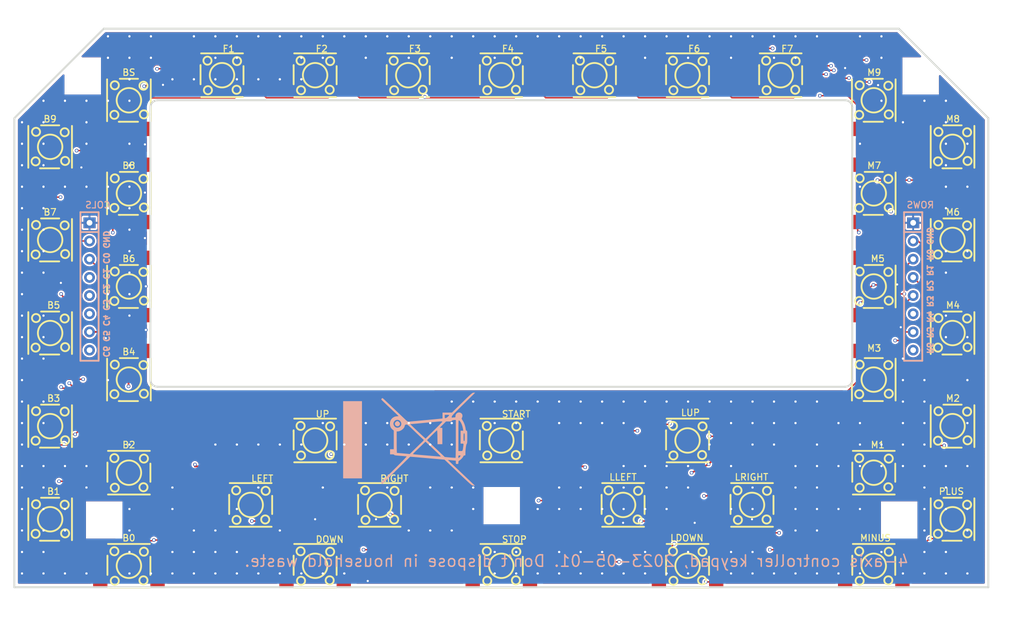
<source format=kicad_pcb>
(kicad_pcb (version 20240108) (generator "pcbnew") (generator_version "8.0")
  (layers (0 "F.Cu" signal "TopLayer") (1 "In1.Cu" signal "Inner1") (2 "In2.Cu" signal "Inner2") (31 "B.Cu" signal "BottomLayer") (34 "B.Paste" user "BottomPasteMaskLayer") (35 "F.Paste" user "TopPasteMaskLayer") (36 "B.SilkS" user "BottomSilkLayer") (37 "F.SilkS" user "TopSilkLayer") (38 "B.Mask" user "BottomSolderMaskLayer") (39 "F.Mask" user "TopSolderMaskLayer") (44 "Edge.Cuts" user "BoardOutLine"))
  (net 1 "")
  (net 2 "C5")
  (net 3 "C6")
  (net 4 "C3")
  (net 5 "C4")
  (net 6 "C2")
  (net 7 "R1")
  (net 8 "R2")
  (net 9 "R0")
  (net 10 "R3")
  (net 11 "R6")
  (net 12 "R4")
  (net 13 "C0")
  (net 14 "R5")
  (net 15 "GND")
  (net 16 "C1")
  (footprint "NanoElsH4Keypad:SW-SMD_4P-L6.0-W6.0-P4.50-LS8.5" (layer "F.Cu") (at 100.5 72 90)
    (property "Reference" "BS" (at 4.4143 -0.9999 0) (layer "F.SilkS") (effects (font (size 0.9144 0.9144) (thickness 0.1524)) (justify left top)))
    (property "Value" "GT-TC089C-H070-L1" (hide yes))
    (pad "1" smd rect (at -4 -2.2498 180) (size 1.2 2) (layers "F.Cu" "F.Paste" "F.Mask") (net 10 "R3"))
    (pad "2" smd rect (at 4 -2.2498 180) (size 1.2 2) (layers "F.Cu" "F.Paste" "F.Mask") (net 0 ""))
    (pad "3" smd rect (at -4 2.2501 180) (size 1.2 2) (layers "F.Cu" "F.Paste" "F.Mask") (net 0 ""))
    (pad "4" smd rect (at 4 2.2501 180) (size 1.2 2) (layers "F.Cu" "F.Paste" "F.Mask") (net 16 "C1"))
  )
  (footprint "NanoElsH4Keypad:SW-SMD_4P-L6.0-W6.0-P4.50-LS8.5" (layer "F.Cu") (at 169.4998 128.4999)
    (property "Reference" "LLEFT" (at -1.9999 -4.4144 0) (layer "F.SilkS") (effects (font (size 0.9144 0.9144) (thickness 0.1524)) (justify left top)))
    (property "Value" "GT-TC089C-H070-L1" (hide yes))
    (pad "1" smd rect (at -4.0001 -2.2498 90) (size 1.2 2) (layers "F.Cu" "F.Paste" "F.Mask") (net 9 "R0"))
    (pad "2" smd rect (at 4.0001 -2.2498 90) (size 1.2 2) (layers "F.Cu" "F.Paste" "F.Mask") (net 0 ""))
    (pad "3" smd rect (at -4.0001 2.2501 90) (size 1.2 2) (layers "F.Cu" "F.Paste" "F.Mask") (net 0 ""))
    (pad "4" smd rect (at 4.0001 2.2501 90) (size 1.2 2) (layers "F.Cu" "F.Paste" "F.Mask") (net 3 "C6"))
  )
  (footprint "NanoElsH4Keypad:SW-SMD_4P-L6.0-W6.0-P4.50-LS8.5" (layer "F.Cu") (at 89.5 117.4999 90)
    (property "Reference" "B3" (at 4.4144 -0.5 0) (layer "F.SilkS") (effects (font (size 0.9144 0.9144) (thickness 0.1524)) (justify left top)))
    (property "Value" "GT-TC089C-H070-L1" (hide yes))
    (pad "1" smd rect (at -4.0001 -2.2498 180) (size 1.2 2) (layers "F.Cu" "F.Paste" "F.Mask") (net 10 "R3"))
    (pad "2" smd rect (at 3.9999 -2.2498 180) (size 1.2 2) (layers "F.Cu" "F.Paste" "F.Mask") (net 0 ""))
    (pad "3" smd rect (at -4.0001 2.2501 180) (size 1.2 2) (layers "F.Cu" "F.Paste" "F.Mask") (net 0 ""))
    (pad "4" smd rect (at 3.9999 2.2501 180) (size 1.2 2) (layers "F.Cu" "F.Paste" "F.Mask") (net 13 "C0"))
  )
  (footprint "NanoElsH4Keypad:Hole_gge12497" (layer "F.Cu") (at 210.9997 68.5001)
    (property "Reference" "Hole_gge12497" (hide yes))
    (property "Value" "Hole_gge12497" (hide yes))
    (pad "" np_thru_hole circle (at 0 0) (size 3.1 3.1) (drill 3.1) (layers "F&B.Cu" "*.Mask"))
  )
  (footprint "NanoElsH4Keypad:SW-SMD_4P-L6.0-W6.0-P4.50-LS8.5" (layer "F.Cu") (at 215.4997 78.5 90)
    (property "Reference" "M8" (at 4.4144 -0.9999 0) (layer "F.SilkS") (effects (font (size 0.9144 0.9144) (thickness 0.1524)) (justify left top)))
    (property "Value" "GT-TC089C-H070-L1" (hide yes))
    (pad "1" smd rect (at -4.0001 -2.2498 180) (size 1.2 2) (layers "F.Cu" "F.Paste" "F.Mask") (net 14 "R5"))
    (pad "2" smd rect (at 3.9999 -2.2498 180) (size 1.2 2) (layers "F.Cu" "F.Paste" "F.Mask") (net 0 ""))
    (pad "3" smd rect (at -4.0001 2.2501 180) (size 1.2 2) (layers "F.Cu" "F.Paste" "F.Mask") (net 0 ""))
    (pad "4" smd rect (at 3.9999 2.2501 180) (size 1.2 2) (layers "F.Cu" "F.Paste" "F.Mask") (net 6 "C2"))
  )
  (footprint "NanoElsH4Keypad:SW-SMD_4P-L6.0-W6.0-P4.50-LS8.5" (layer "F.Cu") (at 152.4999 68.5)
    (property "Reference" "F4" (at -0.0011 -4.2163 0) (layer "F.SilkS") (effects (font (size 0.9144 0.9144) (thickness 0.1524)) (justify left top)))
    (property "Value" "GT-TC089C-H070-L1" (hide yes))
    (pad "1" smd rect (at -3.9999 -2.2498 90) (size 1.2 2) (layers "F.Cu" "F.Paste" "F.Mask") (net 9 "R0"))
    (pad "2" smd rect (at 4.0001 -2.2498 90) (size 1.2 2) (layers "F.Cu" "F.Paste" "F.Mask") (net 0 ""))
    (pad "3" smd rect (at -3.9999 2.2501 90) (size 1.2 2) (layers "F.Cu" "F.Paste" "F.Mask") (net 0 ""))
    (pad "4" smd rect (at 4.0001 2.2501 90) (size 1.2 2) (layers "F.Cu" "F.Paste" "F.Mask") (net 6 "C2"))
  )
  (footprint "NanoElsH4Keypad:SW-SMD_4P-L6.0-W6.0-P4.50-LS8.5" (layer "F.Cu") (at 126.4999 119.4999)
    (property "Reference" "UP" (at -0.0011 -4.2163 0) (layer "F.SilkS") (effects (font (size 0.9144 0.9144) (thickness 0.1524)) (justify left top)))
    (property "Value" "GT-TC089C-H070-L1" (hide yes))
    (pad "1" smd rect (at -3.9999 -2.2498 90) (size 1.2 2) (layers "F.Cu" "F.Paste" "F.Mask") (net 12 "R4"))
    (pad "2" smd rect (at 4.0001 -2.2498 90) (size 1.2 2) (layers "F.Cu" "F.Paste" "F.Mask") (net 0 ""))
    (pad "3" smd rect (at -3.9999 2.2501 90) (size 1.2 2) (layers "F.Cu" "F.Paste" "F.Mask") (net 0 ""))
    (pad "4" smd rect (at 4.0001 2.2501 90) (size 1.2 2) (layers "F.Cu" "F.Paste" "F.Mask") (net 3 "C6"))
  )
  (footprint "NanoElsH4Keypad:Hole_gge12572" (layer "F.Cu") (at 152.5 128.5)
    (property "Reference" "Hole_gge12572" (hide yes))
    (property "Value" "Hole_gge12572" (hide yes))
    (pad "" np_thru_hole circle (at 0 0) (size 3.1 3.1) (drill 3.1) (layers "F&B.Cu" "*.Mask"))
  )
  (footprint "NanoElsH4Keypad:SW-SMD_4P-L6.0-W6.0-P4.50-LS8.5" (layer "F.Cu") (at 89.5 91.4999 90)
    (property "Reference" "B7" (at 4.4144 -0.9999 0) (layer "F.SilkS") (effects (font (size 0.9144 0.9144) (thickness 0.1524)) (justify left top)))
    (property "Value" "GT-TC089C-H070-L1" (hide yes))
    (pad "1" smd rect (at -4.0001 -2.2498 180) (size 1.2 2) (layers "F.Cu" "F.Paste" "F.Mask") (net 7 "R1"))
    (pad "2" smd rect (at 3.9999 -2.2498 180) (size 1.2 2) (layers "F.Cu" "F.Paste" "F.Mask") (net 0 ""))
    (pad "3" smd rect (at -4.0001 2.2501 180) (size 1.2 2) (layers "F.Cu" "F.Paste" "F.Mask") (net 0 ""))
    (pad "4" smd rect (at 3.9999 2.2501 180) (size 1.2 2) (layers "F.Cu" "F.Paste" "F.Mask") (net 13 "C0"))
  )
  (footprint "NanoElsH4Keypad:SW-SMD_4P-L6.0-W6.0-P4.50-LS8.5" (layer "F.Cu") (at 152.4999 119.4999)
    (property "Reference" "START" (at -0.0011 -4.2163 0) (layer "F.SilkS") (effects (font (size 0.9144 0.9144) (thickness 0.1524)) (justify left top)))
    (property "Value" "GT-TC089C-H070-L1" (hide yes))
    (pad "1" smd rect (at -3.9999 -2.2498 90) (size 1.2 2) (layers "F.Cu" "F.Paste" "F.Mask") (net 7 "R1"))
    (pad "2" smd rect (at 4.0001 -2.2498 90) (size 1.2 2) (layers "F.Cu" "F.Paste" "F.Mask") (net 0 ""))
    (pad "3" smd rect (at -3.9999 2.2501 90) (size 1.2 2) (layers "F.Cu" "F.Paste" "F.Mask") (net 0 ""))
    (pad "4" smd rect (at 4.0001 2.2501 90) (size 1.2 2) (layers "F.Cu" "F.Paste" "F.Mask") (net 3 "C6"))
  )
  (footprint "NanoElsH4Keypad:SW-SMD_4P-L6.0-W6.0-P4.50-LS8.5" (layer "F.Cu") (at 89.5 130.4999 90)
    (property "Reference" "B1" (at 4.4144 -0.5 0) (layer "F.SilkS") (effects (font (size 0.9144 0.9144) (thickness 0.1524)) (justify left top)))
    (property "Value" "GT-TC089C-H070-L1" (hide yes))
    (pad "1" smd rect (at -3.9999 -2.2498 180) (size 1.2 2) (layers "F.Cu" "F.Paste" "F.Mask") (net 12 "R4"))
    (pad "2" smd rect (at 3.9999 -2.2498 180) (size 1.2 2) (layers "F.Cu" "F.Paste" "F.Mask") (net 0 ""))
    (pad "3" smd rect (at -3.9999 2.2501 180) (size 1.2 2) (layers "F.Cu" "F.Paste" "F.Mask") (net 0 ""))
    (pad "4" smd rect (at 3.9999 2.2501 180) (size 1.2 2) (layers "F.Cu" "F.Paste" "F.Mask") (net 13 "C0"))
  )
  (footprint "NanoElsH4Keypad:SW-SMD_4P-L6.0-W6.0-P4.50-LS8.5" (layer "F.Cu") (at 126.4999 136.9998)
    (property "Reference" "DOWN" (at -0.0011 -4.2164 0) (layer "F.SilkS") (effects (font (size 0.9144 0.9144) (thickness 0.1524)) (justify left top)))
    (property "Value" "GT-TC089C-H070-L1" (hide yes))
    (pad "1" smd rect (at -3.9999 -2.2499 90) (size 1.2 2) (layers "F.Cu" "F.Paste" "F.Mask") (net 11 "R6"))
    (pad "2" smd rect (at 4.0001 -2.2499 90) (size 1.2 2) (layers "F.Cu" "F.Paste" "F.Mask") (net 0 ""))
    (pad "3" smd rect (at -3.9999 2.2499 90) (size 1.2 2) (layers "F.Cu" "F.Paste" "F.Mask") (net 0 ""))
    (pad "4" smd rect (at 4.0001 2.2499 90) (size 1.2 2) (layers "F.Cu" "F.Paste" "F.Mask") (net 3 "C6"))
  )
  (footprint "NanoElsH4Keypad:SW-SMD_4P-L6.0-W6.0-P4.50-LS8.5" (layer "F.Cu") (at 204.4998 97.9999 90)
    (property "Reference" "M5" (at 4.4143 -0.5 0) (layer "F.SilkS") (effects (font (size 0.9144 0.9144) (thickness 0.1524)) (justify left top)))
    (property "Value" "GT-TC089C-H070-L1" (hide yes))
    (pad "1" smd rect (at -4 -2.2498 180) (size 1.2 2) (layers "F.Cu" "F.Paste" "F.Mask") (net 7 "R1"))
    (pad "2" smd rect (at 4 -2.2498 180) (size 1.2 2) (layers "F.Cu" "F.Paste" "F.Mask") (net 0 ""))
    (pad "3" smd rect (at -4 2.2498 180) (size 1.2 2) (layers "F.Cu" "F.Paste" "F.Mask") (net 0 ""))
    (pad "4" smd rect (at 4 2.2498 180) (size 1.2 2) (layers "F.Cu" "F.Paste" "F.Mask") (net 4 "C3"))
  )
  (footprint "NanoElsH4Keypad:Hole_gge12587" (layer "F.Cu") (at 207.9997 130.5)
    (property "Reference" "Hole_gge12587" (hide yes))
    (property "Value" "Hole_gge12587" (hide yes))
    (pad "" np_thru_hole circle (at 0 0) (size 3.1 3.1) (drill 3.1) (layers "F&B.Cu" "*.Mask"))
  )
  (footprint "NanoElsH4Keypad:SW-SMD_4P-L6.0-W6.0-P4.50-LS8.5" (layer "F.Cu") (at 135.4999 128.4999)
    (property "Reference" "RIGHT" (at -0.0011 -4.2163 0) (layer "F.SilkS") (effects (font (size 0.9144 0.9144) (thickness 0.1524)) (justify left top)))
    (property "Value" "GT-TC089C-H070-L1" (hide yes))
    (pad "1" smd rect (at -3.9999 -2.2498 90) (size 1.2 2) (layers "F.Cu" "F.Paste" "F.Mask") (net 10 "R3"))
    (pad "2" smd rect (at 4.0001 -2.2498 90) (size 1.2 2) (layers "F.Cu" "F.Paste" "F.Mask") (net 0 ""))
    (pad "3" smd rect (at -3.9999 2.2501 90) (size 1.2 2) (layers "F.Cu" "F.Paste" "F.Mask") (net 0 ""))
    (pad "4" smd rect (at 4.0001 2.2501 90) (size 1.2 2) (layers "F.Cu" "F.Paste" "F.Mask") (net 3 "C6"))
  )
  (footprint "NanoElsH4Keypad:SW-SMD_4P-L6.0-W6.0-P4.50-LS8.5" (layer "F.Cu") (at 204.4998 85 90)
    (property "Reference" "M7" (at 4.4143 -0.9999 0) (layer "F.SilkS") (effects (font (size 0.9144 0.9144) (thickness 0.1524)) (justify left top)))
    (property "Value" "GT-TC089C-H070-L1" (hide yes))
    (pad "1" smd rect (at -4 -2.2498 180) (size 1.2 2) (layers "F.Cu" "F.Paste" "F.Mask") (net 11 "R6"))
    (pad "2" smd rect (at 4 -2.2498 180) (size 1.2 2) (layers "F.Cu" "F.Paste" "F.Mask") (net 0 ""))
    (pad "3" smd rect (at -4 2.2498 180) (size 1.2 2) (layers "F.Cu" "F.Paste" "F.Mask") (net 0 ""))
    (pad "4" smd rect (at 4 2.2498 180) (size 1.2 2) (layers "F.Cu" "F.Paste" "F.Mask") (net 6 "C2"))
  )
  (footprint "NanoElsH4Keypad:SW-SMD_4P-L6.0-W6.0-P4.50-LS8.5" (layer "F.Cu") (at 204.4998 136.9998)
    (property "Reference" "MINUS" (at -1.9999 -4.4143 0) (layer "F.SilkS") (effects (font (size 0.9144 0.9144) (thickness 0.1524)) (justify left top)))
    (property "Value" "GT-TC089C-H070-L1" (hide yes))
    (pad "1" smd rect (at -3.9999 -2.2499 90) (size 1.2 2) (layers "F.Cu" "F.Paste" "F.Mask") (net 9 "R0"))
    (pad "2" smd rect (at 4.0001 -2.2499 90) (size 1.2 2) (layers "F.Cu" "F.Paste" "F.Mask") (net 0 ""))
    (pad "3" smd rect (at -3.9999 2.2499 90) (size 1.2 2) (layers "F.Cu" "F.Paste" "F.Mask") (net 0 ""))
    (pad "4" smd rect (at 4.0001 2.2499 90) (size 1.2 2) (layers "F.Cu" "F.Paste" "F.Mask") (net 5 "C4"))
  )
  (footprint "NanoElsH4Keypad:SW-SMD_4P-L6.0-W6.0-P4.50-LS8.5" (layer "F.Cu") (at 100.5 110.9999 90)
    (property "Reference" "B4" (at 4.4143 -0.9999 0) (layer "F.SilkS") (effects (font (size 0.9144 0.9144) (thickness 0.1524)) (justify left top)))
    (property "Value" "GT-TC089C-H070-L1" (hide yes))
    (pad "1" smd rect (at -4 -2.2498 180) (size 1.2 2) (layers "F.Cu" "F.Paste" "F.Mask") (net 9 "R0"))
    (pad "2" smd rect (at 4 -2.2498 180) (size 1.2 2) (layers "F.Cu" "F.Paste" "F.Mask") (net 0 ""))
    (pad "3" smd rect (at -4 2.2501 180) (size 1.2 2) (layers "F.Cu" "F.Paste" "F.Mask") (net 0 ""))
    (pad "4" smd rect (at 4 2.2501 180) (size 1.2 2) (layers "F.Cu" "F.Paste" "F.Mask") (net 16 "C1"))
  )
  (footprint "NanoElsH4Keypad:SW-SMD_4P-L6.0-W6.0-P4.50-LS8.5" (layer "F.Cu") (at 178.4998 68.5)
    (property "Reference" "F6" (at -0.0011 -4.2163 0) (layer "F.SilkS") (effects (font (size 0.9144 0.9144) (thickness 0.1524)) (justify left top)))
    (property "Value" "GT-TC089C-H070-L1" (hide yes))
    (pad "1" smd rect (at -3.9999 -2.2498 90) (size 1.2 2) (layers "F.Cu" "F.Paste" "F.Mask") (net 8 "R2"))
    (pad "2" smd rect (at 4.0001 -2.2498 90) (size 1.2 2) (layers "F.Cu" "F.Paste" "F.Mask") (net 0 ""))
    (pad "3" smd rect (at -3.9999 2.2501 90) (size 1.2 2) (layers "F.Cu" "F.Paste" "F.Mask") (net 0 ""))
    (pad "4" smd rect (at 4.0001 2.2501 90) (size 1.2 2) (layers "F.Cu" "F.Paste" "F.Mask") (net 6 "C2"))
  )
  (footprint "NanoElsH4Keypad:SW-SMD_4P-L6.0-W6.0-P4.50-LS8.5" (layer "F.Cu") (at 100.5 136.9998)
    (property "Reference" "B0" (at -0.9999 -4.4143 0) (layer "F.SilkS") (effects (font (size 0.9144 0.9144) (thickness 0.1524)) (justify left top)))
    (property "Value" "GT-TC089C-H070-L1" (hide yes))
    (pad "1" smd rect (at -3.9999 -2.2499 90) (size 1.2 2) (layers "F.Cu" "F.Paste" "F.Mask") (net 14 "R5"))
    (pad "2" smd rect (at 4.0001 -2.2499 90) (size 1.2 2) (layers "F.Cu" "F.Paste" "F.Mask") (net 0 ""))
    (pad "3" smd rect (at -3.9999 2.2499 90) (size 1.2 2) (layers "F.Cu" "F.Paste" "F.Mask") (net 0 ""))
    (pad "4" smd rect (at 4.0001 2.2499 90) (size 1.2 2) (layers "F.Cu" "F.Paste" "F.Mask") (net 13 "C0"))
  )
  (footprint "NanoElsH4Keypad:SW-SMD_4P-L6.0-W6.0-P4.50-LS8.5" (layer "F.Cu") (at 100.5 97.9999 90)
    (property "Reference" "B6" (at 4.4143 -0.9999 0) (layer "F.SilkS") (effects (font (size 0.9144 0.9144) (thickness 0.1524)) (justify left top)))
    (property "Value" "GT-TC089C-H070-L1" (hide yes))
    (pad "1" smd rect (at -4 -2.2498 180) (size 1.2 2) (layers "F.Cu" "F.Paste" "F.Mask") (net 7 "R1"))
    (pad "2" smd rect (at 4 -2.2498 180) (size 1.2 2) (layers "F.Cu" "F.Paste" "F.Mask") (net 0 ""))
    (pad "3" smd rect (at -4 2.2501 180) (size 1.2 2) (layers "F.Cu" "F.Paste" "F.Mask") (net 0 ""))
    (pad "4" smd rect (at 4 2.2501 180) (size 1.2 2) (layers "F.Cu" "F.Paste" "F.Mask") (net 16 "C1"))
  )
  (footprint "NanoElsH4Keypad:SW-SMD_4P-L6.0-W6.0-P4.50-LS8.5" (layer "F.Cu") (at 126.4999 68.5)
    (property "Reference" "F2" (at -0.0011 -4.2163 0) (layer "F.SilkS") (effects (font (size 0.9144 0.9144) (thickness 0.1524)) (justify left top)))
    (property "Value" "GT-TC089C-H070-L1" (hide yes))
    (pad "1" smd rect (at -3.9999 -2.2498 90) (size 1.2 2) (layers "F.Cu" "F.Paste" "F.Mask") (net 14 "R5"))
    (pad "2" smd rect (at 4.0001 -2.2498 90) (size 1.2 2) (layers "F.Cu" "F.Paste" "F.Mask") (net 0 ""))
    (pad "3" smd rect (at -3.9999 2.2501 90) (size 1.2 2) (layers "F.Cu" "F.Paste" "F.Mask") (net 0 ""))
    (pad "4" smd rect (at 4.0001 2.2501 90) (size 1.2 2) (layers "F.Cu" "F.Paste" "F.Mask") (net 16 "C1"))
  )
  (footprint "NanoElsH4Keypad:SW-SMD_4P-L6.0-W6.0-P4.50-LS8.5" (layer "F.Cu") (at 152.4999 136.9998)
    (property "Reference" "STOP" (at -0.0011 -4.2164 0) (layer "F.SilkS") (effects (font (size 0.9144 0.9144) (thickness 0.1524)) (justify left top)))
    (property "Value" "GT-TC089C-H070-L1" (hide yes))
    (pad "1" smd rect (at -3.9999 -2.2499 90) (size 1.2 2) (layers "F.Cu" "F.Paste" "F.Mask") (net 8 "R2"))
    (pad "2" smd rect (at 4.0001 -2.2499 90) (size 1.2 2) (layers "F.Cu" "F.Paste" "F.Mask") (net 0 ""))
    (pad "3" smd rect (at -3.9999 2.2499 90) (size 1.2 2) (layers "F.Cu" "F.Paste" "F.Mask") (net 0 ""))
    (pad "4" smd rect (at 4.0001 2.2499 90) (size 1.2 2) (layers "F.Cu" "F.Paste" "F.Mask") (net 3 "C6"))
  )
  (footprint "NanoElsH4Keypad:Hole_gge12452" (layer "F.Cu") (at 94 68.5001)
    (property "Reference" "Hole_gge12452" (hide yes))
    (property "Value" "Hole_gge12452" (hide yes))
    (pad "" np_thru_hole circle (at 0 0) (size 3.1 3.1) (drill 3.1) (layers "F&B.Cu" "*.Mask"))
  )
  (footprint "NanoElsH4Keypad:SW-SMD_4P-L6.0-W6.0-P4.50-LS8.5" (layer "F.Cu") (at 117.4999 128.4999)
    (property "Reference" "LEFT" (at -0.0011 -4.2163 0) (layer "F.SilkS") (effects (font (size 0.9144 0.9144) (thickness 0.1524)) (justify left top)))
    (property "Value" "GT-TC089C-H070-L1" (hide yes))
    (pad "1" smd rect (at -3.9999 -2.2498 90) (size 1.2 2) (layers "F.Cu" "F.Paste" "F.Mask") (net 14 "R5"))
    (pad "2" smd rect (at 4.0001 -2.2498 90) (size 1.2 2) (layers "F.Cu" "F.Paste" "F.Mask") (net 0 ""))
    (pad "3" smd rect (at -3.9999 2.2501 90) (size 1.2 2) (layers "F.Cu" "F.Paste" "F.Mask") (net 0 ""))
    (pad "4" smd rect (at 4.0001 2.2501 90) (size 1.2 2) (layers "F.Cu" "F.Paste" "F.Mask") (net 3 "C6"))
  )
  (footprint "NanoElsH4Keypad:SW-SMD_4P-L6.0-W6.0-P4.50-LS8.5" (layer "F.Cu") (at 139.4999 68.5)
    (property "Reference" "F3" (at -0.0011 -4.2163 0) (layer "F.SilkS") (effects (font (size 0.9144 0.9144) (thickness 0.1524)) (justify left top)))
    (property "Value" "GT-TC089C-H070-L1" (hide yes))
    (pad "1" smd rect (at -3.9999 -2.2498 90) (size 1.2 2) (layers "F.Cu" "F.Paste" "F.Mask") (net 11 "R6"))
    (pad "2" smd rect (at 4.0001 -2.2498 90) (size 1.2 2) (layers "F.Cu" "F.Paste" "F.Mask") (net 0 ""))
    (pad "3" smd rect (at -3.9999 2.2501 90) (size 1.2 2) (layers "F.Cu" "F.Paste" "F.Mask") (net 0 ""))
    (pad "4" smd rect (at 4.0001 2.2501 90) (size 1.2 2) (layers "F.Cu" "F.Paste" "F.Mask") (net 16 "C1"))
  )
  (footprint "NanoElsH4Keypad:SW-SMD_4P-L6.0-W6.0-P4.50-LS8.5" (layer "F.Cu") (at 113.4999 68.5)
    (property "Reference" "F1" (at -0.0011 -4.2163 0) (layer "F.SilkS") (effects (font (size 0.9144 0.9144) (thickness 0.1524)) (justify left top)))
    (property "Value" "GT-TC089C-H070-L1" (hide yes))
    (pad "1" smd rect (at -4.0001 -2.2498 90) (size 1.2 2) (layers "F.Cu" "F.Paste" "F.Mask") (net 12 "R4"))
    (pad "2" smd rect (at 4.0001 -2.2498 90) (size 1.2 2) (layers "F.Cu" "F.Paste" "F.Mask") (net 0 ""))
    (pad "3" smd rect (at -4.0001 2.2501 90) (size 1.2 2) (layers "F.Cu" "F.Paste" "F.Mask") (net 0 ""))
    (pad "4" smd rect (at 4.0001 2.2501 90) (size 1.2 2) (layers "F.Cu" "F.Paste" "F.Mask") (net 16 "C1"))
  )
  (footprint "NanoElsH4Keypad:SW-SMD_4P-L6.0-W6.0-P4.50-LS8.5" (layer "F.Cu") (at 204.4998 72 90)
    (property "Reference" "M9" (at 4.4143 -0.9999 0) (layer "F.SilkS") (effects (font (size 0.9144 0.9144) (thickness 0.1524)) (justify left top)))
    (property "Value" "GT-TC089C-H070-L1" (hide yes))
    (pad "1" smd rect (at -4 -2.2498 180) (size 1.2 2) (layers "F.Cu" "F.Paste" "F.Mask") (net 12 "R4"))
    (pad "2" smd rect (at 4 -2.2498 180) (size 1.2 2) (layers "F.Cu" "F.Paste" "F.Mask") (net 0 ""))
    (pad "3" smd rect (at -4 2.2498 180) (size 1.2 2) (layers "F.Cu" "F.Paste" "F.Mask") (net 0 ""))
    (pad "4" smd rect (at 4 2.2498 180) (size 1.2 2) (layers "F.Cu" "F.Paste" "F.Mask") (net 6 "C2"))
  )
  (footprint "NanoElsH4Keypad:SW-SMD_4P-L6.0-W6.0-P4.50-LS8.5" (layer "F.Cu") (at 191.4998 68.5)
    (property "Reference" "F7" (at -0.0011 -4.2163 0) (layer "F.SilkS") (effects (font (size 0.9144 0.9144) (thickness 0.1524)) (justify left top)))
    (property "Value" "GT-TC089C-H070-L1" (hide yes))
    (pad "1" smd rect (at -3.9999 -2.2498 90) (size 1.2 2) (layers "F.Cu" "F.Paste" "F.Mask") (net 10 "R3"))
    (pad "2" smd rect (at 4.0001 -2.2498 90) (size 1.2 2) (layers "F.Cu" "F.Paste" "F.Mask") (net 0 ""))
    (pad "3" smd rect (at -3.9999 2.2501 90) (size 1.2 2) (layers "F.Cu" "F.Paste" "F.Mask") (net 0 ""))
    (pad "4" smd rect (at 4.0001 2.2501 90) (size 1.2 2) (layers "F.Cu" "F.Paste" "F.Mask") (net 6 "C2"))
  )
  (footprint "NanoElsH4Keypad:SW-SMD_4P-L6.0-W6.0-P4.50-LS8.5" (layer "F.Cu") (at 178.4998 136.9998)
    (property "Reference" "LDOWN" (at -2.5 -4.4143 0) (layer "F.SilkS") (effects (font (size 0.9144 0.9144) (thickness 0.1524)) (justify left top)))
    (property "Value" "GT-TC089C-H070-L1" (hide yes))
    (pad "1" smd rect (at -3.9999 -2.2499 90) (size 1.2 2) (layers "F.Cu" "F.Paste" "F.Mask") (net 7 "R1"))
    (pad "2" smd rect (at 4.0001 -2.2499 90) (size 1.2 2) (layers "F.Cu" "F.Paste" "F.Mask") (net 0 ""))
    (pad "3" smd rect (at -3.9999 2.2499 90) (size 1.2 2) (layers "F.Cu" "F.Paste" "F.Mask") (net 0 ""))
    (pad "4" smd rect (at 4.0001 2.2499 90) (size 1.2 2) (layers "F.Cu" "F.Paste" "F.Mask") (net 2 "C5"))
  )
  (footprint "NanoElsH4Keypad:SW-SMD_4P-L6.0-W6.0-P4.50-LS8.5" (layer "F.Cu") (at 89.5 78.5 90)
    (property "Reference" "B9" (at 4.4144 -0.9999 0) (layer "F.SilkS") (effects (font (size 0.9144 0.9144) (thickness 0.1524)) (justify left top)))
    (property "Value" "GT-TC089C-H070-L1" (hide yes))
    (pad "1" smd rect (at -4.0001 -2.2498 180) (size 1.2 2) (layers "F.Cu" "F.Paste" "F.Mask") (net 9 "R0"))
    (pad "2" smd rect (at 3.9999 -2.2498 180) (size 1.2 2) (layers "F.Cu" "F.Paste" "F.Mask") (net 0 ""))
    (pad "3" smd rect (at -4.0001 2.2501 180) (size 1.2 2) (layers "F.Cu" "F.Paste" "F.Mask") (net 0 ""))
    (pad "4" smd rect (at 3.9999 2.2501 180) (size 1.2 2) (layers "F.Cu" "F.Paste" "F.Mask") (net 13 "C0"))
  )
  (footprint "NanoElsH4Keypad:SW-SMD_4P-L6.0-W6.0-P4.50-LS8.5" (layer "F.Cu") (at 89.5 104.4999 90)
    (property "Reference" "B5" (at 4.4144 -0.5 0) (layer "F.SilkS") (effects (font (size 0.9144 0.9144) (thickness 0.1524)) (justify left top)))
    (property "Value" "GT-TC089C-H070-L1" (hide yes))
    (pad "1" smd rect (at -4.0001 -2.2498 180) (size 1.2 2) (layers "F.Cu" "F.Paste" "F.Mask") (net 8 "R2"))
    (pad "2" smd rect (at 3.9999 -2.2498 180) (size 1.2 2) (layers "F.Cu" "F.Paste" "F.Mask") (net 0 ""))
    (pad "3" smd rect (at -4.0001 2.2501 180) (size 1.2 2) (layers "F.Cu" "F.Paste" "F.Mask") (net 0 ""))
    (pad "4" smd rect (at 3.9999 2.2501 180) (size 1.2 2) (layers "F.Cu" "F.Paste" "F.Mask") (net 13 "C0"))
  )
  (footprint "NanoElsH4Keypad:SW-SMD_4P-L6.0-W6.0-P4.50-LS8.5" (layer "F.Cu") (at 215.4997 130.4999 90)
    (property "Reference" "PLUS" (at 4.4144 -1.9999 0) (layer "F.SilkS") (effects (font (size 0.9144 0.9144) (thickness 0.1524)) (justify left top)))
    (property "Value" "GT-TC089C-H070-L1" (hide yes))
    (pad "1" smd rect (at -3.9999 -2.2498 180) (size 1.2 2) (layers "F.Cu" "F.Paste" "F.Mask") (net 11 "R6"))
    (pad "2" smd rect (at 3.9999 -2.2498 180) (size 1.2 2) (layers "F.Cu" "F.Paste" "F.Mask") (net 0 ""))
    (pad "3" smd rect (at -3.9999 2.2501 180) (size 1.2 2) (layers "F.Cu" "F.Paste" "F.Mask") (net 0 ""))
    (pad "4" smd rect (at 3.9999 2.2501 180) (size 1.2 2) (layers "F.Cu" "F.Paste" "F.Mask") (net 4 "C3"))
  )
  (footprint "NanoElsH4Keypad:SW-SMD_4P-L6.0-W6.0-P4.50-LS8.5" (layer "F.Cu") (at 178.4998 119.4999)
    (property "Reference" "LUP" (at -0.9999 -4.4144 0) (layer "F.SilkS") (effects (font (size 0.9144 0.9144) (thickness 0.1524)) (justify left top)))
    (property "Value" "GT-TC089C-H070-L1" (hide yes))
    (pad "1" smd rect (at -3.9999 -2.2498 90) (size 1.2 2) (layers "F.Cu" "F.Paste" "F.Mask") (net 9 "R0"))
    (pad "2" smd rect (at 4.0001 -2.2498 90) (size 1.2 2) (layers "F.Cu" "F.Paste" "F.Mask") (net 0 ""))
    (pad "3" smd rect (at -3.9999 2.2501 90) (size 1.2 2) (layers "F.Cu" "F.Paste" "F.Mask") (net 0 ""))
    (pad "4" smd rect (at 4.0001 2.2501 90) (size 1.2 2) (layers "F.Cu" "F.Paste" "F.Mask") (net 2 "C5"))
  )
  (footprint "NanoElsH4Keypad:SW-SMD_4P-L6.0-W6.0-P4.50-LS8.5" (layer "F.Cu") (at 204.4998 110.9999 90)
    (property "Reference" "M3" (at 4.9144 -0.9999 0) (layer "F.SilkS") (effects (font (size 0.9144 0.9144) (thickness 0.1524)) (justify left top)))
    (property "Value" "GT-TC089C-H070-L1" (hide yes))
    (pad "1" smd rect (at -4 -2.2498 180) (size 1.2 2) (layers "F.Cu" "F.Paste" "F.Mask") (net 10 "R3"))
    (pad "2" smd rect (at 4 -2.2498 180) (size 1.2 2) (layers "F.Cu" "F.Paste" "F.Mask") (net 0 ""))
    (pad "3" smd rect (at -4 2.2498 180) (size 1.2 2) (layers "F.Cu" "F.Paste" "F.Mask") (net 0 ""))
    (pad "4" smd rect (at 4 2.2498 180) (size 1.2 2) (layers "F.Cu" "F.Paste" "F.Mask") (net 4 "C3"))
  )
  (footprint "NanoElsH4Keypad:SW-SMD_4P-L6.0-W6.0-P4.50-LS8.5" (layer "F.Cu") (at 165.4998 68.5)
    (property "Reference" "F5" (at -0.0011 -4.2163 0) (layer "F.SilkS") (effects (font (size 0.9144 0.9144) (thickness 0.1524)) (justify left top)))
    (property "Value" "GT-TC089C-H070-L1" (hide yes))
    (pad "1" smd rect (at -3.9999 -2.2498 90) (size 1.2 2) (layers "F.Cu" "F.Paste" "F.Mask") (net 7 "R1"))
    (pad "2" smd rect (at 4.0001 -2.2498 90) (size 1.2 2) (layers "F.Cu" "F.Paste" "F.Mask") (net 0 ""))
    (pad "3" smd rect (at -3.9999 2.2501 90) (size 1.2 2) (layers "F.Cu" "F.Paste" "F.Mask") (net 0 ""))
    (pad "4" smd rect (at 4.0001 2.2501 90) (size 1.2 2) (layers "F.Cu" "F.Paste" "F.Mask") (net 6 "C2"))
  )
  (footprint "NanoElsH4Keypad:SW-SMD_4P-L6.0-W6.0-P4.50-LS8.5" (layer "F.Cu") (at 204.4998 123.9999)
    (property "Reference" "M1" (at -0.5 -4.4143 0) (layer "F.SilkS") (effects (font (size 0.9144 0.9144) (thickness 0.1524)) (justify left top)))
    (property "Value" "GT-TC089C-H070-L1" (hide yes))
    (pad "1" smd rect (at -3.9999 -2.2499 90) (size 1.2 2) (layers "F.Cu" "F.Paste" "F.Mask") (net 14 "R5"))
    (pad "2" smd rect (at 4.0001 -2.2499 90) (size 1.2 2) (layers "F.Cu" "F.Paste" "F.Mask") (net 0 ""))
    (pad "3" smd rect (at -3.9999 2.2499 90) (size 1.2 2) (layers "F.Cu" "F.Paste" "F.Mask") (net 0 ""))
    (pad "4" smd rect (at 4.0001 2.2499 90) (size 1.2 2) (layers "F.Cu" "F.Paste" "F.Mask") (net 4 "C3"))
  )
  (footprint "NanoElsH4Keypad:SW-SMD_4P-L6.0-W6.0-P4.50-LS8.5" (layer "F.Cu") (at 187.4998 128.4999)
    (property "Reference" "LRIGHT" (at -2.5 -4.4144 0) (layer "F.SilkS") (effects (font (size 0.9144 0.9144) (thickness 0.1524)) (justify left top)))
    (property "Value" "GT-TC089C-H070-L1" (hide yes))
    (pad "1" smd rect (at -4.0001 -2.2498 90) (size 1.2 2) (layers "F.Cu" "F.Paste" "F.Mask") (net 7 "R1"))
    (pad "2" smd rect (at 4.0001 -2.2498 90) (size 1.2 2) (layers "F.Cu" "F.Paste" "F.Mask") (net 0 ""))
    (pad "3" smd rect (at -4.0001 2.2501 90) (size 1.2 2) (layers "F.Cu" "F.Paste" "F.Mask") (net 0 ""))
    (pad "4" smd rect (at 4.0001 2.2501 90) (size 1.2 2) (layers "F.Cu" "F.Paste" "F.Mask") (net 5 "C4"))
  )
  (footprint "NanoElsH4Keypad:SW-SMD_4P-L6.0-W6.0-P4.50-LS8.5" (layer "F.Cu") (at 100.5 123.9999)
    (property "Reference" "B2" (at -0.9999 -4.4143 0) (layer "F.SilkS") (effects (font (size 0.9144 0.9144) (thickness 0.1524)) (justify left top)))
    (property "Value" "GT-TC089C-H070-L1" (hide yes))
    (pad "1" smd rect (at -3.9999 -2.2499 90) (size 1.2 2) (layers "F.Cu" "F.Paste" "F.Mask") (net 11 "R6"))
    (pad "2" smd rect (at 4.0001 -2.2499 90) (size 1.2 2) (layers "F.Cu" "F.Paste" "F.Mask") (net 0 ""))
    (pad "3" smd rect (at -3.9999 2.2499 90) (size 1.2 2) (layers "F.Cu" "F.Paste" "F.Mask") (net 0 ""))
    (pad "4" smd rect (at 4.0001 2.2499 90) (size 1.2 2) (layers "F.Cu" "F.Paste" "F.Mask") (net 13 "C0"))
  )
  (footprint "NanoElsH4Keypad:SW-SMD_4P-L6.0-W6.0-P4.50-LS8.5" (layer "F.Cu") (at 215.4997 104.4999 90)
    (property "Reference" "M4" (at 4.4144 -0.9999 0) (layer "F.SilkS") (effects (font (size 0.9144 0.9144) (thickness 0.1524)) (justify left top)))
    (property "Value" "GT-TC089C-H070-L1" (hide yes))
    (pad "1" smd rect (at -4.0001 -2.2498 180) (size 1.2 2) (layers "F.Cu" "F.Paste" "F.Mask") (net 8 "R2"))
    (pad "2" smd rect (at 3.9999 -2.2498 180) (size 1.2 2) (layers "F.Cu" "F.Paste" "F.Mask") (net 0 ""))
    (pad "3" smd rect (at -4.0001 2.2501 180) (size 1.2 2) (layers "F.Cu" "F.Paste" "F.Mask") (net 0 ""))
    (pad "4" smd rect (at 3.9999 2.2501 180) (size 1.2 2) (layers "F.Cu" "F.Paste" "F.Mask") (net 4 "C3"))
  )
  (footprint "NanoElsH4Keypad:SW-SMD_4P-L6.0-W6.0-P4.50-LS8.5" (layer "F.Cu") (at 215.4997 117.4999 90)
    (property "Reference" "M2" (at 4.4144 -0.9999 0) (layer "F.SilkS") (effects (font (size 0.9144 0.9144) (thickness 0.1524)) (justify left top)))
    (property "Value" "GT-TC089C-H070-L1" (hide yes))
    (pad "1" smd rect (at -4.0001 -2.2498 180) (size 1.2 2) (layers "F.Cu" "F.Paste" "F.Mask") (net 12 "R4"))
    (pad "2" smd rect (at 3.9999 -2.2498 180) (size 1.2 2) (layers "F.Cu" "F.Paste" "F.Mask") (net 0 ""))
    (pad "3" smd rect (at -4.0001 2.2501 180) (size 1.2 2) (layers "F.Cu" "F.Paste" "F.Mask") (net 0 ""))
    (pad "4" smd rect (at 3.9999 2.2501 180) (size 1.2 2) (layers "F.Cu" "F.Paste" "F.Mask") (net 4 "C3"))
  )
  (footprint "NanoElsH4Keypad:SW-SMD_4P-L6.0-W6.0-P4.50-LS8.5" (layer "F.Cu") (at 100.5 85 90)
    (property "Reference" "B8" (at 4.4143 -0.9999 0) (layer "F.SilkS") (effects (font (size 0.9144 0.9144) (thickness 0.1524)) (justify left top)))
    (property "Value" "GT-TC089C-H070-L1" (hide yes))
    (pad "1" smd rect (at -4 -2.2498 180) (size 1.2 2) (layers "F.Cu" "F.Paste" "F.Mask") (net 8 "R2"))
    (pad "2" smd rect (at 4 -2.2498 180) (size 1.2 2) (layers "F.Cu" "F.Paste" "F.Mask") (net 0 ""))
    (pad "3" smd rect (at -4 2.2501 180) (size 1.2 2) (layers "F.Cu" "F.Paste" "F.Mask") (net 0 ""))
    (pad "4" smd rect (at 4 2.2501 180) (size 1.2 2) (layers "F.Cu" "F.Paste" "F.Mask") (net 16 "C1"))
  )
  (footprint "NanoElsH4Keypad:Hole_gge12557" (layer "F.Cu") (at 97 130.5)
    (property "Reference" "Hole_gge12557" (hide yes))
    (property "Value" "Hole_gge12557" (hide yes))
    (pad "" np_thru_hole circle (at 0 0) (size 3.1 3.1) (drill 3.1) (layers "F&B.Cu" "*.Mask"))
  )
  (footprint "NanoElsH4Keypad:SW-SMD_4P-L6.0-W6.0-P4.50-LS8.5" (layer "F.Cu") (at 215.4997 91.4999 90)
    (property "Reference" "M6" (at 4.4144 -0.9999 0) (layer "F.SilkS") (effects (font (size 0.9144 0.9144) (thickness 0.1524)) (justify left top)))
    (property "Value" "GT-TC089C-H070-L1" (hide yes))
    (pad "1" smd rect (at -4.0001 -2.2498 180) (size 1.2 2) (layers "F.Cu" "F.Paste" "F.Mask") (net 9 "R0"))
    (pad "2" smd rect (at 3.9999 -2.2498 180) (size 1.2 2) (layers "F.Cu" "F.Paste" "F.Mask") (net 0 ""))
    (pad "3" smd rect (at -4.0001 2.2501 180) (size 1.2 2) (layers "F.Cu" "F.Paste" "F.Mask") (net 0 ""))
    (pad "4" smd rect (at 3.9999 2.2501 180) (size 1.2 2) (layers "F.Cu" "F.Paste" "F.Mask") (net 4 "C3"))
  )
  (footprint "NanoElsH4Keypad:HDR-TH_8P-P2.54-V-M-3" (layer "B.Cu") (at 94.9998 97.9991 -90)
    (property "Reference" "COLS" (at -11.9135 -3.0001 0) (layer "B.SilkS") (effects (font (size 0.9144 0.9144) (thickness 0.1524)) (justify left top mirror)))
    (property "Value" "MH254V-11-08-1000" (hide yes))
    (pad "1" thru_hole rect (at -8.8899 0.0001 90) (size 1.5 1.7) (drill 0.8) (layers "*.Cu" "*.Mask") (net 15 "GND"))
    (pad "2" thru_hole oval (at -6.3502 -0.0002 90) (size 1.5 1.5) (drill 0.8) (layers "*.Cu" "*.Mask") (net 13 "C0"))
    (pad "3" thru_hole oval (at -3.8102 -0.0002 90) (size 1.5 1.5) (drill 0.8) (layers "*.Cu" "*.Mask") (net 16 "C1"))
    (pad "4" thru_hole oval (at -1.2702 -0.0002 90) (size 1.5 1.5) (drill 0.8) (layers "*.Cu" "*.Mask") (net 6 "C2"))
    (pad "5" thru_hole oval (at 1.2698 -0.0002 90) (size 1.5 1.5) (drill 0.8) (layers "*.Cu" "*.Mask") (net 4 "C3"))
    (pad "6" thru_hole oval (at 3.8098 -0.0002 90) (size 1.5 1.5) (drill 0.8) (layers "*.Cu" "*.Mask") (net 5 "C4"))
    (pad "7" thru_hole oval (at 6.3498 -0.0002 90) (size 1.5 1.5) (drill 0.8) (layers "*.Cu" "*.Mask") (net 2 "C5"))
    (pad "8" thru_hole oval (at 8.8898 -0.0002 90) (size 1.5 1.5) (drill 0.8) (layers "*.Cu" "*.Mask") (net 3 "C6"))
  )
  (footprint "NanoElsH4Keypad:HDR-TH_8P-P2.54-V-M-3" (layer "B.Cu") (at 210.0009 97.9991 -90)
    (property "Reference" "ROWS" (at -11.9135 -2.9989 0) (layer "B.SilkS") (effects (font (size 0.9144 0.9144) (thickness 0.1524)) (justify left top mirror)))
    (property "Value" "MH254V-11-08-1000" (hide yes))
    (pad "1" thru_hole rect (at -8.8899 0.0001 90) (size 1.5 1.7) (drill 0.8) (layers "*.Cu" "*.Mask") (net 15 "GND"))
    (pad "2" thru_hole oval (at -6.3502 -0.0002 90) (size 1.5 1.5) (drill 0.8) (layers "*.Cu" "*.Mask") (net 9 "R0"))
    (pad "3" thru_hole oval (at -3.8102 -0.0002 90) (size 1.5 1.5) (drill 0.8) (layers "*.Cu" "*.Mask") (net 7 "R1"))
    (pad "4" thru_hole oval (at -1.2702 -0.0002 90) (size 1.5 1.5) (drill 0.8) (layers "*.Cu" "*.Mask") (net 8 "R2"))
    (pad "5" thru_hole oval (at 1.2698 -0.0002 90) (size 1.5 1.5) (drill 0.8) (layers "*.Cu" "*.Mask") (net 10 "R3"))
    (pad "6" thru_hole oval (at 3.8098 -0.0002 90) (size 1.5 1.5) (drill 0.8) (layers "*.Cu" "*.Mask") (net 12 "R4"))
    (pad "7" thru_hole oval (at 6.3498 -0.0002 90) (size 1.5 1.5) (drill 0.8) (layers "*.Cu" "*.Mask") (net 14 "R5"))
    (pad "8" thru_hole oval (at 8.8898 -0.0002 90) (size 1.5 1.5) (drill 0.8) (layers "*.Cu" "*.Mask") (net 11 "R6"))
  )
  (gr_poly (pts (xy 148.8522 112.8295) (xy 147.2129 114.4392) (xy 146.963647 114.684207) (xy 146.740289 114.904422) (xy 146.541473 115.101294) (xy 146.365846 115.276273) (xy 146.212058 115.430809) (xy 146.078755 115.566353) (xy 145.964587 115.684354) (xy 145.8682 115.786262) (xy 145.788242 115.873528) (xy 145.723362 115.947601) (xy 145.672208 116.009932) (xy 145.633428 116.06197) (xy 145.605668 116.105166) (xy 145.587579 116.140969) (xy 145.577806 116.17083) (xy 145.575 116.1962) (xy 145.575409 116.216372) (xy 145.576285 116.234587) (xy 145.577666 116.250894) (xy 145.579587 116.265345) (xy 145.582084 116.277989) (xy 145.585195 116.288877) (xy 145.588954 116.298059) (xy 145.5934 116.305587) (xy 145.598566 116.31151) (xy 145.604492 116.31588) (xy 145.611211 116.318747) (xy 145.618762 116.32016) (xy 145.62718 116.320172) (xy 145.636501 116.318832) (xy 145.646762 116.316191) (xy 145.658 116.3123) (xy 145.667213 116.309114) (xy 145.677965 116.306016) (xy 145.690124 116.303024) (xy 145.703556 116.300153) (xy 145.718129 116.297418) (xy 145.733712 116.294837) (xy 145.750171 116.292426) (xy 145.767375 116.2902) (xy 145.78519 116.288175) (xy 145.803484 116.286368) (xy 145.822125 116.284795) (xy 145.840981 116.283471) (xy 145.859918 116.282414) (xy 145.878806 116.281639) (xy 145.89751 116.281162) (xy 145.9159 116.281) (xy 145.945202 116.280843) (xy 145.971078 116.280234) (xy 145.993737 116.278964) (xy 146.013393 116.276825) (xy 146.030258 116.273607) (xy 146.044543 116.269103) (xy 146.056461 116.263103) (xy 146.066225 116.2554) (xy 146.074045 116.245783) (xy 146.080134 116.234046) (xy 146.084704 116.21998) (xy 146.087968 116.203375) (xy 146.090138 116.184023) (xy 146.091425 116.161715) (xy 146.092041 116.136244) (xy 146.0922 116.1074) (xy 146.096027 116.043589) (xy 146.107168 115.982353) (xy 146.125111 115.92408) (xy 146.149343 115.869157) (xy 146.179353 115.817974) (xy 146.214628 115.770917) (xy 146.254656 115.728376) (xy 146.298925 115.690737) (xy 146.346922 115.658389) (xy 146.398137 115.631721) (xy 146.452056 115.611119) (xy 146.508168 115.596973) (xy 146.565961 115.58967) (xy 146.624921 115.589598) (xy 146.684538 115.597145) (xy 146.7443 115.6127) (xy 146.798968 115.634023) (xy 146.849075 115.660176) (xy 146.894491 115.690794) (xy 146.935087 115.725514) (xy 146.970733 115.763969) (xy 147.001299 115.805797) (xy 147.026656 115.850633) (xy 147.046675 115.898112) (xy 147.061225 115.947871) (xy 147.070178 115.999544) (xy 147.073405 116.052769) (xy 147.070775 116.107179) (xy 147.062158 116.162412) (xy 147.047427 116.218102) (xy 147.02645 116.273886) (xy 146.9991 116.3294) (xy 146.98808 116.349985) (xy 146.978868 116.369116) (xy 146.971574 116.387207) (xy 146.966306 116.404673) (xy 146.963173 116.421927) (xy 146.962284 116.439384) (xy 146.963748 116.457458) (xy 146.967675 116.476562) (xy 146.974172 116.497111) (xy 146.98335 116.51952) (xy 146.995316 116.544201) (xy 147.010181 116.57157) (xy 147.028052 116.60204) (xy 147.04904 116.636025) (xy 147.073253 116.673941) (xy 147.1008 116.7162) (xy 147.137138 116.774006) (xy 147.172646 116.8353) (xy 147.207202 116.89974) (xy 147.240684 116.966985) (xy 147.272969 117.036696) (xy 147.303936 117.108531) (xy 147.333462 117.18215) (xy 147.361425 117.257212) (xy 147.387702 117.333377) (xy 147.412173 117.410304) (xy 147.434713 117.487653) (xy 147.455203 117.565082) (xy 147.473518 117.642252) (xy 147.489537 117.718822) (xy 147.503139 117.794452) (xy 147.5142 117.8688) (xy 147.519565 117.90742) (xy 147.52495 117.942387) (xy 147.530434 117.973861) (xy 147.536095 118.002003) (xy 147.542012 118.026972) (xy 147.548264 118.04893) (xy 147.55493 118.068035) (xy 147.562087 118.08445) (xy 147.569815 118.098332) (xy 147.578193 118.109844) (xy 147.587298 118.119146) (xy 147.59721 118.126396) (xy 147.608008 118.131757) (xy 147.61977 118.135387) (xy 147.632574 118.137448) (xy 147.6465 118.1381) (xy 147.662514 118.138923) (xy 147.676658 118.142108) (xy 147.689048 118.148727) (xy 147.6998 118.159854) (xy 147.709027 118.176561) (xy 147.716847 118.19992) (xy 147.723374 118.231005) (xy 147.728725 118.270887) (xy 147.733013 118.32064) (xy 147.736355 118.381337) (xy 147.738866 118.45405) (xy 147.740662 118.539851) (xy 147.741858 118.639814) (xy 147.742569 118.755011) (xy 147.742911 118.886516) (xy 147.743 119.0354) (xy 147.742813 119.159355) (xy 147.742232 119.272525) (xy 147.741228 119.375329) (xy 147.739768 119.468182) (xy 147.737824 119.551505) (xy 147.735364 119.625713) (xy 147.732357 119.691227) (xy 147.728775 119.748462) (xy 147.724585 119.797838) (xy 147.719757 119.839772) (xy 147.714262 119.874682) (xy 147.708068 119.902985) (xy 147.701146 119.925101) (xy 147.693464 119.941447) (xy 147.684992 119.95244) (xy 147.6757 119.9585) (xy 147.660458 119.972465) (xy 147.644684 120.001976) (xy 147.628589 120.045613) (xy 147.612379 120.101956) (xy 147.596265 120.169583) (xy 147.580456 120.247076) (xy 147.56516 120.333013) (xy 147.550587 120.425975) (xy 147.536945 120.52454) (xy 147.524445 120.627289) (xy 147.513293 120.732801) (xy 147.503701 120.839656) (xy 147.495876 120.946433) (xy 147.490029 121.051714) (xy 147.486367 121.154076) (xy 147.4851 121.2521) (xy 147.485012 121.310047) (xy 147.484641 121.36107) (xy 147.483827 121.405608) (xy 147.482407 121.444101) (xy 147.480222 121.476988) (xy 147.47711 121.504709) (xy 147.472911 121.527704) (xy 147.467462 121.546412) (xy 147.460604 121.561273) (xy 147.452175 121.572725) (xy 147.442014 121.58121) (xy 147.42996 121.587167) (xy 147.415853 121.591034) (xy 147.399531 121.593252) (xy 147.380834 121.594261) (xy 147.3596 121.5945) (xy 147.344472 121.594937) (xy 147.329993 121.596246) (xy 147.316172 121.598422) (xy 147.303014 121.601459) (xy 147.290526 121.605353) (xy 147.278717 121.610098) (xy 147.267593 121.615691) (xy 147.257162 121.622125) (xy 147.24743 121.629395) (xy 147.238405 121.637498) (xy 147.230094 121.646427) (xy 147.222504 121.656178) (xy 147.215643 121.666745) (xy 147.209516 121.678125) (xy 147.204133 121.690311) (xy 147.1995 121.7033) (xy 147.18741 121.733767) (xy 147.169446 121.768248) (xy 147.146231 121.806068) (xy 147.11839 121.846556) (xy 147.086547 121.889038) (xy 147.051326 121.932842) (xy 147.013352 121.977295) (xy 146.97325 122.021725) (xy 146.931642 122.065458) (xy 146.889154 122.107823) (xy 146.84641 122.148146) (xy 146.804034 122.185756) (xy 146.762651 122.219978) (xy 146.722884 122.250142) (xy 146.685359 122.275573) (xy 146.6507 122.2956) (xy 146.628809 122.307313) (xy 146.609149 122.318788) (xy 146.591607 122.330239) (xy 146.57607 122.341885) (xy 146.562425 122.353944) (xy 146.550559 122.366631) (xy 146.540359 122.380165) (xy 146.531712 122.394762) (xy 146.524505 122.41064) (xy 146.518626 122.428016) (xy 146.513961 122.447108) (xy 146.510398 122.468132) (xy 146.507823 122.491306) (xy 146.506124 122.516847) (xy 146.505187 122.544973) (xy 146.5049 122.5759) (xy 146.504806 122.611162) (xy 146.504362 122.642134) (xy 146.503324 122.669095) (xy 146.501446 122.692321) (xy 146.498485 122.712092) (xy 146.494194 122.728685) (xy 146.488331 122.742378) (xy 146.48065 122.75345) (xy 146.470906 122.762177) (xy 146.458855 122.768839) (xy 146.444252 122.773713) (xy 146.426853 122.777078) (xy 146.406412 122.77921) (xy 146.382687 122.78039) (xy 146.355431 122.780893) (xy 146.3244 122.781) (xy 146.29284 122.780924) (xy 146.265189 122.780479) (xy 146.241189 122.779339) (xy 146.220581 122.777176) (xy 146.203106 122.773664) (xy 146.188507 122.768475) (xy 146.176524 122.761283) (xy 146.1669 122.751762) (xy 146.159375 122.739584) (xy 146.153692 122.724422) (xy 146.149593 122.705951) (xy 146.146818 122.683842) (xy 146.14511 122.657769) (xy 146.14421 122.627406) (xy 146.143859 122.592425) (xy 146.1438 122.5525) (xy 146.1438 122.3241) (xy 145.873 122.2968) (xy 145.84394 122.293881) (xy 145.812824 122.290771) (xy 145.779937 122.287496) (xy 145.74556 122.284084) (xy 145.709979 122.280563) (xy 145.673475 122.276961) (xy 145.636334 122.273305) (xy 145.598837 122.269625) (xy 145.561269 122.265946) (xy 145.523913 122.262298) (xy 145.487052 122.258707) (xy 145.45097 122.255203) (xy 145.41595 122.251812) (xy 145.382276 122.248562) (xy 145.350232 122.245482) (xy 145.3201 122.2426) (xy 145.038 122.2157) (xy 145.3201 122.4918) (xy 145.357203 122.527877) (xy 145.409703 122.57853) (xy 145.476626 122.642831) (xy 145.557 122.719854) (xy 145.649851 122.808673) (xy 145.754209 122.908361) (xy 145.869099 123.017991) (xy 145.99355 123.136637) (xy 146.126587 123.263373) (xy 146.26724 123.397271) (xy 146.414535 123.537406) (xy 146.5675 123.682851) (xy 146.725161 123.832679) (xy 146.886546 123.985965) (xy 147.050683 124.14178) (xy 147.2166 124.2992) (xy 148.8311 125.8305) (xy 148.6023 125.8146) (xy 148.561911 125.811024) (xy 148.522795 125.804402) (xy 148.482028 125.792228) (xy 148.436684 125.771998) (xy 148.383839 125.741206) (xy 148.320568 125.697348) (xy 148.243946 125.637918) (xy 148.15105 125.560412) (xy 148.038953 125.462324) (xy 147.904731 125.341149) (xy 147.74546 125.194383) (xy 147.558215 125.01952) (xy 147.340071 124.814055) (xy 147.088104 124.575483) (xy 146.799388 124.3013) (xy 146.471 123.989) (xy 144.5685 122.1791) (xy 144.1567 122.1445) (xy 144.10995 122.140541) (xy 144.055058 122.135869) (xy 143.992711 122.130541) (xy 143.923596 122.124617) (xy 143.848401 122.118155) (xy 143.767812 122.111215) (xy 143.682515 122.103856) (xy 143.5932 122.096137) (xy 143.500551 122.088117) (xy 143.405256 122.079854) (xy 143.308003 122.071408) (xy 143.209478 122.062839) (xy 143.110368 122.054204) (xy 143.01136 122.045563) (xy 142.913142 122.036975) (xy 142.8164 122.0285) (xy 142.716325 122.01975) (xy 142.608291 122.010322) (xy 142.493318 122.000304) (xy 142.372421 121.989785) (xy 142.246621 121.978853) (xy 142.116934 121.967597) (xy 141.984379 121.956103) (xy 141.849975 121.944462) (xy 141.714738 121.932761) (xy 141.579687 121.921088) (xy 141.44584 121.909533) (xy 141.314215 121.898182) (xy 141.185831 121.887125) (xy 141.061705 121.87645) (xy 140.942855 121.866246) (xy 140.8303 121.8566) (xy 139.7728 121.766) (xy 138.7411 122.7765) (xy 138.631242 122.884119) (xy 138.515148 122.9979) (xy 138.393816 123.116861) (xy 138.268243 123.240023) (xy 138.13943 123.366404) (xy 138.008373 123.495025) (xy 137.876072 123.624904) (xy 137.743525 123.755062) (xy 137.61173 123.884518) (xy 137.481685 124.012291) (xy 137.354391 124.137402) (xy 137.230843 124.25887) (xy 137.112042 124.375714) (xy 136.998985 124.486954) (xy 136.892672 124.591609) (xy 136.7941 124.6887) (xy 135.8789 125.5905) (xy 135.772 125.4837) (xy 135.6652 125.3769) (xy 137.5056 123.5637) (xy 137.708602 123.363275) (xy 137.901625 123.171847) (xy 138.084169 122.989936) (xy 138.255732 122.818062) (xy 138.415814 122.656744) (xy 138.563913 122.506502) (xy 138.69953 122.367855) (xy 138.822162 122.241325) (xy 138.93131 122.127429) (xy 139.026472 122.026688) (xy 139.107147 121.939621) (xy 139.172835 121.86675) (xy 139.223036 121.808592) (xy 139.257247 121.765667) (xy 139.274969 121.738497) (xy 139.2757 121.7276) (xy 139.264567 121.724965) (xy 139.245965 121.721814) (xy 139.220324 121.718188) (xy 139.18807 121.714129) (xy 139.149631 121.709678) (xy 139.105436 121.704876) (xy 139.055912 121.699765) (xy 139.001487 121.694387) (xy 138.942589 121.688782) (xy 138.879646 121.682993) (xy 138.813085 121.67706) (xy 138.743335 121.671026) (xy 138.670824 121.664931) (xy 138.595979 121.658818) (xy 138.519228 121.652727) (xy 138.441 121.6467) (xy 138.301045 121.635906) (xy 138.17582 121.625857) (xy 138.064537 121.616415) (xy 137.96641 121.60744) (xy 137.880654 121.598795) (xy 137.80648 121.590341) (xy 137.743103 121.581938) (xy 137.689737 121.57345) (xy 137.645594 121.564736) (xy 137.609889 121.555658) (xy 137.581835 121.546079) (xy 137.560645 121.535859) (xy 137.545533 121.524859) (xy 137.535712 121.512942) (xy 137.530397 121.499968) (xy 137.5288 121.4858) (xy 137.523008 121.476526) (xy 137.515986 121.472113) (xy 137.506407 121.467881) (xy 137.494418 121.463852) (xy 137.480163 121.460051) (xy 137.463787 121.456501) (xy 137.445437 121.453225) (xy 137.425258 121.450246) (xy 137.403394 121.447589) (xy 137.379993 121.445276) (xy 137.355198 121.443331) (xy 137.329156 121.441777) (xy 137.302012 121.440639) (xy 137.273911 121.439938) (xy 137.245 121.4397) (xy 136.9613 121.4397) (xy 136.9613 121.0786) (xy 136.9613 120.7175) (xy 137.2192 120.7175) (xy 137.4772 120.7175) (xy 137.4772 119.4149) (xy 137.4772 118.2413) (xy 137.8899 118.2413) (xy 137.8899 119.7373) (xy 137.890066 119.889695) (xy 137.890553 120.037819) (xy 137.891344 120.180904) (xy 137.892425 120.318184) (xy 137.893776 120.448891) (xy 137.895384 120.572257) (xy 137.89723 120.687516) (xy 137.8993 120.7939) (xy 137.901575 120.890641) (xy 137.90404 120.976973) (xy 137.906679 121.052129) (xy 137.909475 121.11534) (xy 137.912411 121.16584) (xy 137.915471 121.202862) (xy 137.91864 121.225637) (xy 137.9219 121.2334) (xy 137.929742 121.233816) (xy 137.946322 121.235037) (xy 137.97117 121.237022) (xy 138.00382 121.239729) (xy 138.043804 121.243118) (xy 138.090655 121.247147) (xy 138.143905 121.251776) (xy 138.203087 121.256962) (xy 138.267734 121.262665) (xy 138.337377 121.268844) (xy 138.41155 121.275457) (xy 138.489785 121.282464) (xy 138.571615 121.289822) (xy 138.656573 121.297492) (xy 138.74419 121.305431) (xy 138.834 121.3136) (xy 139.7141 121.3939) (xy 139.71825 121.3898) (xy 140.1597 121.3898) (xy 140.166807 121.397507) (xy 140.175423 121.40166) (xy 140.187176 121.405968) (xy 140.201888 121.410396) (xy 140.219379 121.414908) (xy 140.239472 121.419471) (xy 140.261987 121.42405) (xy 140.286746 121.428609) (xy 140.313572 121.433116) (xy 140.342284 121.437535) (xy 140.372704 121.441831) (xy 140.404655 121.44597) (xy 140.437956 121.449917) (xy 140.472431 121.453639) (xy 140.5079 121.4571) (xy 140.708153 121.475374) (xy 140.936505 121.495766) (xy 141.18745 121.517818) (xy 141.455481 121.541073) (xy 141.735092 121.565073) (xy 142.020778 121.589359) (xy 142.307033 121.613475) (xy 142.58835 121.636962) (xy 142.859222 121.659363) (xy 143.114146 121.68022) (xy 143.347613 121.699075) (xy 143.554118 121.71547) (xy 143.728156 121.728948) (xy 143.864219 121.73905) (xy 143.956802 121.74532) (xy 144.0004 121.7473) (xy 144.018364 121.745843) (xy 144.030343 121.740938) (xy 144.034437 121.730659) (xy 144.028748 121.713078) (xy 144.011377 121.686268) (xy 143.980425 121.648303) (xy 143.933995 121.597256) (xy 143.870187 121.5312) (xy 143.787103 121.448207) (xy 143.682844 121.346352) (xy 143.555512 121.223708) (xy 143.403207 121.078346) (xy 143.224033 120.908342) (xy 143.016089 120.711767) (xy 142.777477 120.486695) (xy 142.5063 120.2312) (xy 141.9079 119.6676) (xy 141.382 120.1831) (xy 141.326628 120.237327) (xy 141.269263 120.293373) (xy 141.210352 120.350804) (xy 141.150345 120.409187) (xy 141.089689 120.468091) (xy 141.028832 120.527082) (xy 140.968224 120.585729) (xy 140.908312 120.6436) (xy 140.849545 120.70026) (xy 140.792372 120.755279) (xy 140.73724 120.808224) (xy 140.684598 120.858662) (xy 140.634895 120.906161) (xy 140.588578 120.950289) (xy 140.546097 120.990612) (xy 140.5079 121.0267) (xy 140.472431 121.060294) (xy 140.437956 121.093304) (xy 140.404655 121.125544) (xy 140.372704 121.156826) (xy 140.342284 121.186965) (xy 140.313572 121.215775) (xy 140.286746 121.243069) (xy 140.261987 121.268662) (xy 140.239472 121.292367) (xy 140.219379 121.313997) (xy 140.201888 121.333368) (xy 140.187176 121.350292) (xy 140.175423 121.364583) (xy 140.166807 121.376056) (xy 140.161506 121.384523) (xy 140.1597 121.3898) (xy 139.71825 121.3898) (xy 140.4399 120.6768) (xy 140.515091 120.602595) (xy 140.59067 120.528202) (xy 140.666139 120.454102) (xy 140.741001 120.380779) (xy 140.814757 120.308714) (xy 140.886909 120.238389) (xy 140.95696 120.170286) (xy 141.024412 120.104887) (xy 141.088766 120.042675) (xy 141.149525 119.984131) (xy 141.206192 119.929737) (xy 141.258267 119.879976) (xy 141.305253 119.83533) (xy 141.346652 119.79628) (xy 141.381967 119.763309) (xy 141.4107 119.7369) (xy 141.452572 119.698129) (xy 141.490484 119.66153) (xy 141.524443 119.627086) (xy 141.55446 119.594779) (xy 141.580544 119.564593) (xy 141.602704 119.536511) (xy 141.620948 119.510514) (xy 141.635287 119.486587) (xy 141.645729 119.464712) (xy 141.648938 119.455) (xy 142.12 119.455) (xy 143.3617 120.6328) (xy 144.6034 121.8106) (xy 145.3349 121.8739) (xy 145.409629 121.880244) (xy 145.482653 121.886212) (xy 145.553579 121.89178) (xy 145.62201 121.896928) (xy 145.687554 121.901631) (xy 145.749815 121.905867) (xy 145.808399 121.909614) (xy 145.862912 121.91285) (xy 145.912959 121.91555) (xy 145.958145 121.917694) (xy 145.998076 121.919259) (xy 146.032357 121.920221) (xy 146.060595 121.920559) (xy 146.082394 121.92025) (xy 146.097361 121.919271) (xy 146.1051 121.9176) (xy 146.109044 121.901948) (xy 146.112878 121.859986) (xy 146.11658 121.79307) (xy 146.117289 121.775) (xy 146.5049 121.775) (xy 146.505046 121.793392) (xy 146.505476 121.81127) (xy 146.506174 121.82854) (xy 146.507128 121.84511) (xy 146.508321 121.860888) (xy 146.509741 121.87578) (xy 146.511371 121.889694) (xy 146.5132 121.902537) (xy 146.51521 121.914216) (xy 146.51739 121.924639) (xy 146.519723 121.933713) (xy 146.522196 121.941345) (xy 146.524795 121.947442) (xy 146.527505 121.951912) (xy 146.5332 121.9556) (xy 146.543592 121.952582) (xy 146.557886 121.944004) (xy 146.575452 121.930578) (xy 146.595657 121.913014) (xy 146.617872 121.892023) (xy 146.641465 121.868319) (xy 146.665805 121.842611) (xy 146.690262 121.815612) (xy 146.714204 121.788033) (xy 146.737001 121.760585) (xy 146.758022 121.73398) (xy 146.776635 121.708929) (xy 146.792211 121.686144) (xy 146.804117 121.666337) (xy 146.811724 121.650218) (xy 146.8144 121.6385) (xy 146.811243 121.629661) (xy 146.807415 121.625453) (xy 146.802195 121.621415) (xy 146.79566 121.617571) (xy 146.78789 121.613943) (xy 146.778964 121.610553) (xy 146.768962 121.607425) (xy 146.757963 121.604579) (xy 146.746045 121.602041) (xy 146.733289 121.59983) (xy 146.719773 121.597971) (xy 146.705577 121.596486) (xy 146.69078 121.595398) (xy 146.675461 121.594728) (xy 146.6597 121.5945) (xy 146.634478 121.594701) (xy 146.612135 121.595439) (xy 146.592498 121.596915) (xy 146.575395 121.599331) (xy 146.560652 121.602888) (xy 146.548098 121.607789) (xy 146.537559 121.614233) (xy 146.528862 121.622425) (xy 146.521835 121.632563) (xy 146.516306 121.644851) (xy 146.512101 121.65949) (xy 146.509048 121.676681) (xy 146.506974 121.696626) (xy 146.505706 121.719526) (xy 146.505072 121.745583) (xy 146.5049 121.775) (xy 146.117289 121.775) (xy 146.120132 121.702559) (xy 146.123514 121.589809) (xy 146.126705 121.456177) (xy 146.129686 121.303022) (xy 146.132437 121.1317) (xy 146.134939 120.943568) (xy 146.137171 120.739984) (xy 146.139114 120.522306) (xy 146.140748 120.29189) (xy 146.142053 120.050094) (xy 146.14301 119.798276) (xy 146.143599 119.537792) (xy 146.1438 119.27) (xy 146.1438 118.8083) (xy 146.5049 118.8083) (xy 146.5049 120.9754) (xy 146.7877 120.9754) (xy 146.843588 120.975512) (xy 146.892274 120.975256) (xy 146.934388 120.97374) (xy 146.97056 120.970071) (xy 147.001421 120.96336) (xy 147.0276 120.952713) (xy 147.049729 120.93724) (xy 147.068437 120.91605) (xy 147.084355 120.888249) (xy 147.098113 120.852948) (xy 147.110341 120.809255) (xy 147.12167 120.756278) (xy 147.13273 120.693125) (xy 147.144151 120.618905) (xy 147.156564 120.532727) (xy 147.1706 120.4337) (xy 147.183513 120.343393) (xy 147.194633 120.264898) (xy 147.203709 120.197389) (xy 147.210489 120.14004) (xy 147.214718 120.092025) (xy 147.216146 120.052518) (xy 147.21452 120.020693) (xy 147.209587 119.995725) (xy 147.201095 119.976786) (xy 147.188792 119.963053) (xy 147.172425 119.953698) (xy 147.151742 119.947896) (xy 147.12649 119.944821) (xy 147.096417 119.943648) (xy 147.061271 119.943549) (xy 147.0208 119.9437) (xy 146.8144 119.9437) (xy 146.8144 119.0409) (xy 147.2271 119.0409) (xy 147.227268 119.120663) (xy 147.227808 119.192542) (xy 147.228775 119.256916) (xy 147.230221 119.31416) (xy 147.232201 119.364655) (xy 147.234767 119.408776) (xy 147.237974 119.446903) (xy 147.241875 119.479412) (xy 147.246523 119.506682) (xy 147.251973 119.52909) (xy 147.258277 119.547014) (xy 147.26549 119.560832) (xy 147.273665 119.570922) (xy 147.282856 119.577661) (xy 147.293116 119.581428) (xy 147.3045 119.5826) (xy 147.315899 119.581428) (xy 147.326172 119.577661) (xy 147.335371 119.570922) (xy 147.343551 119.560832) (xy 147.350766 119.547014) (xy 147.35707 119.52909) (xy 147.362518 119.506682) (xy 147.367162 119.479412) (xy 147.371058 119.446903) (xy 147.374258 119.408776) (xy 147.376818 119.364655) (xy 147.378792 119.31416) (xy 147.380232 119.256916) (xy 147.381195 119.192542) (xy 147.381732 119.120663) (xy 147.3819 119.0409) (xy 147.381732 118.961136) (xy 147.381195 118.889257) (xy 147.380232 118.824883) (xy 147.378792 118.767639) (xy 147.376818 118.717144) (xy 147.374258 118.673023) (xy 147.371058 118.634896) (xy 147.367162 118.602387) (xy 147.362518 118.575117) (xy 147.35707 118.552709) (xy 147.350766 118.534785) (xy 147.343551 118.520967) (xy 147.335371 118.510877) (xy 147.326172 118.504138) (xy 147.315899 118.500371) (xy 147.3045 118.4992) (xy 147.293116 118.500371) (xy 147.282856 118.504138) (xy 147.273665 118.510877) (xy 147.26549 118.520967) (xy 147.258277 118.534785) (xy 147.251973 118.552709) (xy 147.246523 118.575117) (xy 147.241875 118.602387) (xy 147.237974 118.634896) (xy 147.234767 118.673023) (xy 147.232201 118.717144) (xy 147.230221 118.767639) (xy 147.228775 118.824883) (xy 147.227808 118.889257) (xy 147.227268 118.961136) (xy 147.2271 119.0409) (xy 146.8144 119.0409) (xy 146.8144 118.1381) (xy 146.9995 118.1381) (xy 147.1846 118.1381) (xy 147.1482 117.9189) (xy 147.129068 117.814023) (xy 147.106882 117.710694) (xy 147.081861 117.6094) (xy 147.054226 117.510629) (xy 147.024196 117.41487) (xy 146.991991 117.322609) (xy 146.957832 117.234336) (xy 146.921937 117.150537) (xy 146.884527 117.071701) (xy 146.845822 116.998316) (xy 146.806041 116.93087) (xy 146.765404 116.869851) (xy 146.724132 116.815746) (xy 146.682444 116.769044) (xy 146.64056 116.730233) (xy 146.5987 116.6998) (xy 146.582798 116.691332) (xy 146.5688 116.688857) (xy 146.556586 116.695097) (xy 146.546032 116.712776) (xy 146.537019 116.744617) (xy 146.529426 116.793341) (xy 146.52313 116.861674) (xy 146.518012 116.952337) (xy 146.513949 117.068054) (xy 146.510822 117.211547) (xy 146.508507 117.385539) (xy 146.506885 117.592754) (xy 146.505835 117.835915) (xy 146.505234 118.117744) (xy 146.504963 118.440964) (xy 146.5049 118.8083) (xy 146.1438 118.8083) (xy 146.1438 116.6421) (xy 146.0213 116.6421) (xy 145.978005 116.642843) (xy 145.935458 116.645018) (xy 145.893943 116.648536) (xy 145.85374 116.653314) (xy 145.815132 116.659263) (xy 145.778401 116.666299) (xy 145.74383 116.674336) (xy 145.7117 116.683287) (xy 145.682293 116.693067) (xy 145.655891 116.703589) (xy 145.632778 116.714767) (xy 145.613234 116.726517) (xy 145.597542 116.738751) (xy 145.585984 116.751383) (xy 145.578843 116.764328) (xy 145.5764 116.7775) (xy 145.575256 116.787211) (xy 145.571712 116.796079) (xy 145.565598 116.804132) (xy 145.556746 116.811401) (xy 145.544987 116.817916) (xy 145.530151 116.823707) (xy 145.51207 116.828804) (xy 145.490575 116.833237) (xy 145.465495 116.837036) (xy 145.436663 116.840231) (xy 145.40391 116.842852) (xy 145.367065 116.844929) (xy 145.325961 116.846492) (xy 145.280428 116.847572) (xy 145.230297 116.848198) (xy 145.1754 116.8484) (xy 144.7745 116.8484) (xy 144.3421 117.2831) (xy 143.9097 117.7177) (xy 144.0853 117.7345) (xy 144.2609 117.7512) (xy 144.2609 118.8861) (xy 144.2609 120.021) (xy 143.9256 120.021) (xy 143.5902 120.021) (xy 143.5762 119.0538) (xy 143.574575 118.955265) (xy 143.572607 118.859494) (xy 143.570322 118.76698) (xy 143.567746 118.678221) (xy 143.564907 118.593713) (xy 143.561831 118.513951) (xy 143.558545 118.439431) (xy 143.555075 118.37065) (xy 143.551447 118.308102) (xy 143.54769 118.252286) (xy 143.543828 118.203696) (xy 143.53989 118.162828) (xy 143.535901 118.130178) (xy 143.531889 118.106243) (xy 143.527879 118.091518) (xy 143.5239 118.0865) (xy 143.516467 118.090049) (xy 143.502291 118.100465) (xy 143.481741 118.117395) (xy 143.455187 118.140489) (xy 143.422999 118.169396) (xy 143.385546 118.203765) (xy 143.343198 118.243246) (xy 143.296325 118.287487) (xy 143.245296 118.336138) (xy 143.190482 118.388848) (xy 143.132251 118.445266) (xy 143.070975 118.505042) (xy 143.007021 118.567824) (xy 142.940761 118.633261) (xy 142.872564 118.701003) (xy 142.8028 118.7707) (xy 142.12 119.455) (xy 141.648938 119.455) (xy 141.652284 119.444871) (xy 141.654962 119.427048) (xy 141.65377 119.411226) (xy 141.648719 119.397387) (xy 141.639817 119.385515) (xy 141.627074 119.375591) (xy 141.6105 119.3676) (xy 141.600812 119.360962) (xy 141.581438 119.344938) (xy 141.552902 119.320019) (xy 141.515728 119.286696) (xy 141.470441 119.24546) (xy 141.417566 119.1968) (xy 141.357627 119.141208) (xy 141.29115 119.079175) (xy 141.218658 119.01119) (xy 141.140677 118.937746) (xy 141.057732 118.859332) (xy 140.970346 118.77644) (xy 140.879046 118.68956) (xy 140.784355 118.599183) (xy 140.686798 118.505799) (xy 140.5869 118.4099) (xy 140.373454 118.204766) (xy 140.186362 118.025295) (xy 140.02357 117.86984) (xy 139.883025 117.736757) (xy 139.762673 117.624401) (xy 139.660462 117.531125) (xy 139.574339 117.455286) (xy 139.50225 117.395237) (xy 139.442142 117.349334) (xy 139.391962 117.315932) (xy 139.349657 117.293385) (xy 139.313175 117.280048) (xy 139.28046 117.274276) (xy 139.249462 117.274424) (xy 139.218126 117.278847) (xy 139.1844 117.2859) (xy 139.162785 117.291047) (xy 139.143054 117.29668) (xy 139.125093 117.302929) (xy 139.108789 117.309929) (xy 139.094027 117.317812) (xy 139.080694 117.326711) (xy 139.068677 117.336758) (xy 139.057862 117.348087) (xy 139.048136 117.36083) (xy 139.039385 117.375121) (xy 139.031495 117.391092) (xy 139.024354 117.408876) (xy 139.017847 117.428606) (xy 139.011862 117.450415) (xy 139.006284 117.474435) (xy 139.001 117.5008) (xy 138.983353 117.567752) (xy 138.956002 117.634746) (xy 138.919753 117.701182) (xy 138.875412 117.76646) (xy 138.823787 117.82998) (xy 138.765685 117.891141) (xy 138.701912 117.949343) (xy 138.633275 118.003987) (xy 138.56058 118.054472) (xy 138.484636 118.100197) (xy 138.406249 118.140563) (xy 138.326225 118.17497) (xy 138.245371 118.202817) (xy 138.164494 118.223504) (xy 138.084401 118.236432) (xy 138.0059 118.241) (xy 137.8899 118.2413) (xy 137.4772 118.2413) (xy 137.4772 118.1123) (xy 137.2988 117.97) (xy 137.255154 117.933103) (xy 137.214296 117.894307) (xy 137.17623 117.853623) (xy 137.140962 117.811062) (xy 137.108497 117.766636) (xy 137.078841 117.720355) (xy 137.051998 117.672231) (xy 137.027975 117.622275) (xy 137.006775 117.570497) (xy 136.988405 117.51691) (xy 136.97287 117.461523) (xy 136.960175 117.40435) (xy 136.950325 117.345399) (xy 136.943325 117.284683) (xy 136.939182 117.222213) (xy 136.9379 117.158) (xy 136.938382 117.147746) (xy 137.430684 117.147746) (xy 137.4311 117.182425) (xy 137.434529 117.217213) (xy 137.440979 117.252219) (xy 137.450453 117.287548) (xy 137.462959 117.323309) (xy 137.478501 117.359607) (xy 137.497084 117.396551) (xy 137.518715 117.434246) (xy 137.5434 117.4728) (xy 137.574219 117.514828) (xy 137.607491 117.553016) (xy 137.643035 117.587317) (xy 137.680667 117.617679) (xy 137.720203 117.644054) (xy 137.761461 117.666393) (xy 137.804259 117.684645) (xy 137.848412 117.698762) (xy 137.893738 117.708694) (xy 137.940055 117.714392) (xy 137.987178 117.715807) (xy 138.034926 117.712889) (xy 138.083115 117.705588) (xy 138.131562 117.693856) (xy 138.180085 117.677643) (xy 138.2285 117.6569) (xy 138.289996 117.623025) (xy 138.344754 117.583629) (xy 138.392688 117.539294) (xy 138.433714 117.490604) (xy 138.467746 117.438143) (xy 138.494701 117.382493) (xy 138.514493 117.324238) (xy 138.527037 117.263962) (xy 138.530091 117.2278) (xy 139.7785 117.2278) (xy 140.4721 117.8906) (xy 140.544696 117.959906) (xy 140.619094 118.030758) (xy 140.694746 118.102639) (xy 140.771101 118.175034) (xy 140.847612 118.247428) (xy 140.923729 118.319305) (xy 140.998904 118.390151) (xy 141.072587 118.45945) (xy 141.14423 118.526685) (xy 141.213284 118.591344) (xy 141.2792 118.652909) (xy 141.341429 118.710865) (xy 141.399423 118.764698) (xy 141.452631 118.813891) (xy 141.500507 118.85793) (xy 141.5425 118.8963) (xy 141.9193 119.2391) (xy 143.0945 118.0825) (xy 143.214175 117.964399) (xy 143.330402 117.849086) (xy 143.442583 117.73718) (xy 143.55012 117.6293) (xy 143.652414 117.526064) (xy 143.748868 117.428094) (xy 143.838883 117.336008) (xy 143.921862 117.250425) (xy 143.997206 117.171964) (xy 144.064317 117.101246) (xy 144.122597 117.038888) (xy 144.171448 116.985512) (xy 144.210272 116.941736) (xy 144.23847 116.908178) (xy 144.255446 116.88546) (xy 144.2606 116.8742) (xy 144.258493 116.869029) (xy 144.254129 116.864143) (xy 144.247629 116.859561) (xy 144.239115 116.855303) (xy 144.228709 116.851388) (xy 144.216531 116.847836) (xy 144.202704 116.844667) (xy 144.18735 116.8419) (xy 144.170589 116.839554) (xy 144.152543 116.837651) (xy 144.133334 116.836208) (xy 144.113084 116.835246) (xy 144.091914 116.834785) (xy 144.069945 116.834844) (xy 144.0473 116.835442) (xy 144.0241 116.8366) (xy 143.998253 116.838283) (xy 143.967879 116.840423) (xy 143.93336 116.842989) (xy 143.895076 116.845946) (xy 143.853408 116.849264) (xy 143.808738 116.852908) (xy 143.761445 116.856848) (xy 143.711912 116.86105) (xy 143.660519 116.865481) (xy 143.607647 116.870109) (xy 143.553678 116.874902) (xy 143.498992 116.879828) (xy 143.44397 116.884852) (xy 143.388993 116.889944) (xy 143.334443 116.895071) (xy 143.2807 116.9002) (xy 143.103605 116.917191) (xy 142.921877 116.934574) (xy 142.736551 116.952252) (xy 142.548667 116.970126) (xy 142.35926 116.9881) (xy 142.16937 117.006074) (xy 141.980033 117.023953) (xy 141.792287 117.041637) (xy 141.607169 117.05903) (xy 141.425718 117.076033) (xy 141.24897 117.092548) (xy 141.077964 117.108479) (xy 140.913736 117.123727) (xy 140.757324 117.138195) (xy 140.609766 117.151785) (xy 140.4721 117.1644) (xy 139.7785 117.2278) (xy 138.530091 117.2278) (xy 138.532249 117.202248) (xy 138.530043 117.13968) (xy 138.520336 117.07684) (xy 138.503042 117.014314) (xy 138.478076 116.952683) (xy 138.445353 116.892531) (xy 138.404789 116.834442) (xy 138.3563 116.779) (xy 138.308547 116.735557) (xy 138.257369 116.699299) (xy 138.203357 116.670141) (xy 138.1471 116.648) (xy 138.089188 116.632791) (xy 138.030211 116.624432) (xy 137.97076 116.622837) (xy 137.911425 116.627925) (xy 137.852794 116.639609) (xy 137.79546 116.657808) (xy 137.740011 116.682437) (xy 137.687037 116.713412) (xy 137.637129 116.75065) (xy 137.590877 116.794066) (xy 137.54887 116.843577) (xy 137.5117 116.8991) (xy 137.491173 116.936001) (xy 137.473621 116.972264) (xy 137.45905 117.007996) (xy 137.447465 117.043303) (xy 137.438872 117.078292) (xy 137.433276 117.113071) (xy 137.430684 117.147746) (xy 136.938382 117.147746) (xy 136.942674 117.056472) (xy 136.956311 116.958063) (xy 136.978454 116.863163) (xy 137.008748 116.77216) (xy 137.046836 116.685447) (xy 137.092364 116.603411) (xy 137.144974 116.526445) (xy 137.204312 116.454937) (xy 137.270021 116.389278) (xy 137.341746 116.329858) (xy 137.419131 116.277067) (xy 137.50182 116.231295) (xy 137.589457 116.192932) (xy 137.681686 116.162368) (xy 137.778153 116.139994) (xy 137.8785 116.1262) (xy 138.1597 116.1004) (xy 137.0012 115.0064) (xy 136.882835 114.894538) (xy 136.767109 114.784992) (xy 136.65465 114.678364) (xy 136.546087 114.575256) (xy 136.442047 114.476271) (xy 136.343159 114.38201) (xy 136.25005 114.293078) (xy 136.16335 114.210075) (xy 136.083685 114.133603) (xy 136.011684 114.064267) (xy 135.947975 114.002667) (xy 135.893187 113.949406) (xy 135.847947 113.905086) (xy 135.812884 113.87031) (xy 135.788625 113.845681) (xy 135.7758 113.8318) (xy 135.766081 113.81964) (xy 135.757786 113.808199) (xy 135.750934 113.797343) (xy 135.745543 113.78694) (xy 135.741631 113.776857) (xy 135.739216 113.766961) (xy 135.738316 113.757119) (xy 135.73895 113.7472) (xy 135.741135 113.737069) (xy 135.744889 113.726594) (xy 135.750232 113.715644) (xy 135.757181 113.704084) (xy 135.765754 113.691782) (xy 135.775969 113.678606) (xy 135.787845 113.664423) (xy 135.8014 113.6491) (xy 135.81758 113.631446) (xy 135.832278 113.61644) (xy 135.84603 113.604315) (xy 135.859371 113.595307) (xy 135.872838 113.589649) (xy 135.886966 113.587574) (xy 135.902291 113.589317) (xy 135.91935 113.595112) (xy 135.938676 113.605192) (xy 135.960808 113.619792) (xy 135.98628 113.639145) (xy 136.015628 113.663485) (xy 136.049388 113.693047) (xy 136.088096 113.728064) (xy 136.132288 113.76877) (xy 136.1825 113.8154) (xy 136.246968 113.87567) (xy 136.336851 113.960201) (xy 136.449808 114.066769) (xy 136.5835 114.193153) (xy 136.735584 114.33713) (xy 136.903723 114.496478) (xy 137.085575 114.668975) (xy 137.2788 114.8524) (xy 137.481057 115.044528) (xy 137.690007 115.24314) (xy 137.90331 115.446011) (xy 138.118625 115.650921) (xy 138.333611 115.855647) (xy 138.545929 116.057967) (xy 138.753239 116.255659) (xy 138.9532 116.4465) (xy 139.029924 116.51953) (xy 139.098461 116.584174) (xy 139.159525 116.640904) (xy 139.213831 116.690193) (xy 139.262092 116.732515) (xy 139.305022 116.768341) (xy 139.343337 116.798145) (xy 139.37775 116.8224) (xy 139.408975 116.841578) (xy 139.437727 116.856152) (xy 139.46472 116.866595) (xy 139.490668 116.873381) (xy 139.516286 116.876981) (xy 139.542288 116.877869) (xy 139.569387 116.876518) (xy 139.5983 116.8734) (xy 139.619158 116.870851) (xy 139.64547 116.867844) (xy 139.676842 116.864416) (xy 139.712881 116.860606) (xy 139.753192 116.856451) (xy 139.797382 116.851989) (xy 139.845058 116.84726) (xy 139.895825 116.8423) (xy 139.949289 116.837147) (xy 140.005057 116.831841) (xy 140.062736 116.826419) (xy 140.121931 116.820918) (xy 140.182248 116.815378) (xy 140.243295 116.809836) (xy 140.304676 116.804331) (xy 140.366 116.7989) (xy 140.549558 116.782587) (xy 140.764433 116.763239) (xy 141.005188 116.741362) (xy 141.266384 116.717465) (xy 141.542583 116.692055) (xy 141.828348 116.66564) (xy 142.118241 116.638727) (xy 142.406825 116.611825) (xy 142.68866 116.58544) (xy 142.95831 116.560081) (xy 143.210337 116.536256) (xy 143.439303 116.514471) (xy 143.63977 116.495236) (xy 143.8063 116.479057) (xy 143.933456 116.466442) (xy 144.0158 116.4579) (xy 144.2867 116.4283) (xy 144.2867 116.152) (xy 144.5962 116.152) (xy 144.596373 116.188389) (xy 144.596967 116.22083) (xy 144.59809 116.249543) (xy 144.59985 116.27475) (xy 144.602354 116.29667) (xy 144.605713 116.315525) (xy 144.610033 116.331537) (xy 144.615425 116.344925) (xy 144.621995 116.35591) (xy 144.629852 116.364714) (xy 144.639105 116.371558) (xy 144.649862 116.376662) (xy 144.662232 116.380247) (xy 144.676322 116.382535) (xy 144.692242 116.383745) (xy 144.7101 116.3841) (xy 144.733406 116.380332) (xy 144.762528 116.369594) (xy 144.796455 116.352732) (xy 144.834178 116.33059) (xy 144.874686 116.304015) (xy 144.916969 116.273853) (xy 144.960019 116.240949) (xy 145.002825 116.20615) (xy 145.044376 116.1703) (xy 145.083664 116.134246) (xy 145.119678 116.098834) (xy 145.151409 116.064909) (xy 145.177846 116.033317) (xy 145.19798 116.004905) (xy 145.210801 115.980517) (xy 145.2153 115.961) (xy 145.208981 115.952745) (xy 145.201322 115.948814) (xy 145.190873 115.945043) (xy 145.177794 115.941453) (xy 145.162243 115.938064) (xy 145.14438 115.934897) (xy 145.124362 115.931975) (xy 145.102348 115.929317) (xy 145.078498 115.926945) (xy 145.052969 115.92488) (xy 145.02592 115.923143) (xy 144.99751 115.921756) (xy 144.967897 115.920739) (xy 144.937241 115.920113) (xy 144.9057 115.9199) (xy 144.5962 115.9199) (xy 144.5962 116.152) (xy 144.2867 116.152) (xy 144.2867 116.0193) (xy 144.2867 115.6104) (xy 144.9444 115.608) (xy 145.6022 115.6057) (xy 147.0208 114.2169) (xy 147.264342 113.978565) (xy 147.478742 113.769165) (xy 147.666188 113.586829) (xy 147.828867 113.429689) (xy 147.968968 113.295874) (xy 148.088679 113.183515) (xy 148.19019 113.090743) (xy 148.275687 113.015687) (xy 148.34736 112.956479) (xy 148.407396 112.911248) (xy 148.457985 112.878126) (xy 148.501314 112.855242) (xy 148.539571 112.840727) (xy 148.574946 112.832711) (xy 148.609626 112.829325) (xy 148.6458 112.8287)) (fill solid) (layer "B.SilkS"))
  (gr_poly (pts (xy 131.7252 124.7929) (xy 130.4097 124.7929) (xy 130.4097 119.402) (xy 130.4097 114.0111) (xy 131.7252 114.0111) (xy 133.0407 114.0111) (xy 133.0407 119.402) (xy 133.0407 124.7929)) (fill solid) (layer "B.SilkS"))
  (gr_poly (pts (xy 138.249 117.4062) (xy 138.206292 117.445356) (xy 138.160152 117.475674) (xy 138.111433 117.497494) (xy 138.060989 117.511153) (xy 138.009673 117.516989) (xy 137.95834 117.515342) (xy 137.907843 117.506549) (xy 137.859037 117.49095) (xy 137.812775 117.468881) (xy 137.769911 117.440682) (xy 137.731298 117.406691) (xy 137.697792 117.367246) (xy 137.670245 117.322687) (xy 137.649511 117.27335) (xy 137.636445 117.219575) (xy 137.6319 117.1617) (xy 137.634197 117.130081) (xy 137.640863 117.098073) (xy 137.651557 117.066011) (xy 137.665939 117.034231) (xy 137.683668 117.003067) (xy 137.704404 116.972854) (xy 137.727807 116.943928) (xy 137.753537 116.916625) (xy 137.781253 116.891278) (xy 137.810615 116.868223) (xy 137.841283 116.847796) (xy 137.872917 116.830331) (xy 137.905175 116.816164) (xy 137.937719 116.805629) (xy 137.970207 116.799063) (xy 138.0023 116.7968) (xy 138.028878 116.799403) (xy 138.05684 116.806908) (xy 138.085759 116.81886) (xy 138.115207 116.834804) (xy 138.144757 116.854284) (xy 138.17398 116.876845) (xy 138.202449 116.902031) (xy 138.229737 116.929387) (xy 138.255416 116.958457) (xy 138.279058 116.988787) (xy 138.300236 117.01992) (xy 138.318523 117.051401) (xy 138.33349 117.082775) (xy 138.34471 117.113586) (xy 138.351756 117.14338) (xy 138.3542 117.1717) (xy 138.353653 117.184659) (xy 138.35205 117.198408) (xy 138.349444 117.212824) (xy 138.34589 117.227789) (xy 138.341442 117.24318) (xy 138.336154 117.258878) (xy 138.33008 117.274762) (xy 138.323275 117.290712) (xy 138.315792 117.306607) (xy 138.307686 117.322325) (xy 138.299011 117.337748) (xy 138.289821 117.352754) (xy 138.280171 117.367223) (xy 138.270115 117.381034) (xy 138.259706 117.394066)) (fill solid) (layer "B.SilkS"))
  (gr_line (start 207.9997 62) (end 220.4997 74.5) (stroke (width 0.254)) (layer "Edge.Cuts"))
  (gr_line (start 103.5001 110.979852) (end 103.5001 88.7909) (stroke (width 0.254)) (layer "Edge.Cuts"))
  (gr_line (start 104.4999 71.9999) (end 200.4997 71.9999) (stroke (width 0.254)) (layer "Edge.Cuts"))
  (gr_line (start 84.5009 74.5009) (end 97.001 61.999) (stroke (width 0.254)) (layer "Edge.Cuts"))
  (gr_line (start 201.4998 72.9999) (end 201.4998 110.9998) (stroke (width 0.254)) (layer "Edge.Cuts"))
  (gr_line (start 84.5009 139.9998) (end 84.5009 74.5009) (stroke (width 0.254)) (layer "Edge.Cuts"))
  (gr_arc (start 103.5001 72.979902) (mid 103.799899 72.285758) (end 104.4999 71.9999) (stroke (width 0.254)) (layer "Edge.Cuts"))
  (gr_arc (start 201.4997 110.9998) (mid 201.206807 111.706907) (end 200.4997 111.9998) (stroke (width 0.254)) (layer "Edge.Cuts"))
  (gr_line (start 220.4997 74.5) (end 220.5001 139.9998) (stroke (width 0.254)) (layer "Edge.Cuts"))
  (gr_arc (start 104.4999 111.9998) (mid 103.785775 111.699819) (end 103.5001 110.979852) (stroke (width 0.254)) (layer "Edge.Cuts"))
  (gr_line (start 97.001 61.999) (end 207.9997 62) (stroke (width 0.254)) (layer "Edge.Cuts"))
  (gr_line (start 201.4997 110.9998) (end 201.4998 110.9998) (stroke (width 0.254)) (layer "Edge.Cuts"))
  (gr_line (start 201.4997 72.9999) (end 201.4998 72.9999) (stroke (width 0.254)) (layer "Edge.Cuts"))
  (gr_line (start 200.4997 111.9999) (end 104.5 111.9999) (stroke (width 0.254)) (layer "Edge.Cuts"))
  (gr_line (start 103.5001 88.7909) (end 103.5001 72.979902) (stroke (width 0.254)) (layer "Edge.Cuts"))
  (gr_line (start 220.5001 139.9998) (end 84.5009 139.9998) (stroke (width 0.254)) (layer "Edge.Cuts"))
  (gr_poly (pts (arc (start 103.7828 72.3171) (mid 103.573427 72.630412) (end 103.5 73)) (arc (start 103.5 110.9999) (mid 103.573515 111.369452) (end 103.7828 111.6828)) (xy 103.8 111.6999) (arc (start 103.8171 111.717) (mid 104.130412 111.926373) (end 104.5 111.9999)) (xy 200.4998 111.9999) (arc (start 200.6998 111.9999) (mid 200.976945 111.944779) (end 201.2119 111.7878)) (arc (start 201.2998 111.6999) (mid 201.447839 111.478344) (end 201.4998 111.217)) (xy 201.4998 110.9999) (xy 201.4998 73) (xy 201.4998 72.8) (arc (start 201.4998 72.7828) (mid 201.447831 72.521498) (end 201.2998 72.3)) (arc (start 201.2998 72.3) (mid 200.967494 72.077935) (end 200.5755 72)) (xy 200.4998 72) (xy 104.5 72) (arc (start 104.3 72) (mid 104.115208 72.036764) (end 103.9585 72.1414)) (xy 103.8 72.3)) (stroke (width 0.1)) (fill none) (layer "Edge.Cuts"))
  (gr_line (start 200.4997 111.9998) (end 200.4997 111.9999) (stroke (width 0.254)) (layer "Edge.Cuts"))
  (gr_line (start 104.4999 111.9998) (end 104.5 111.9999) (stroke (width 0.254)) (layer "Edge.Cuts"))
  (gr_arc (start 200.4997 71.9999) (mid 201.206807 72.292793) (end 201.4997 72.9999) (stroke (width 0.254)) (layer "Edge.Cuts"))
  (gr_text "C6 C5 C4 C3 C2 C1 C0 GND" (at 97.8 107.9999 270) (layer "B.SilkS") (effects (font (size 0.8 0.8) (thickness 0.2032)) (justify left top mirror)))
  (gr_text "R6 R5 R4 R3 R2 R1 R0 GND" (at 212.7997 107.5 270) (layer "B.SilkS") (effects (font (size 0.8 0.8) (thickness 0.2032)) (justify left top mirror)))
  (gr_text "4-axis controller keypad, 2023-05-01. Don't dispose in household waste." (at 209.4999 135.3998 0) (layer "B.SilkS") (effects (font (size 1.6 1.6) (thickness 0.2032)) (justify left top mirror)))
  (segment (start 179.0598 124.0079) (end 181.4405 122.8129) (width 0.254) (layer "F.Cu") (net 2))
  (segment (start 181.1994 139.2498) (end 181.0392 139.2498) (width 0.2) (layer "F.Cu") (net 2))
  (segment (start 164.2009 123.119) (end 164.2009 123.2459) (width 0.254) (layer "F.Cu") (net 2))
  (segment (start 182.4999 121.7499) (end 182.4999 121.7499) (width 0.254) (layer "F.Cu") (net 2))
  (segment (start 181.4405 122.8129) (end 182.4999 121.7499) (width 0.254) (layer "F.Cu") (net 2))
  (segment (start 181.4405 122.8129) (end 181.4405 122.8129) (width 0.254) (layer "F.Cu") (net 2))
  (segment (start 109.718 122.865) (end 109.718 123.119) (width 0.254) (layer "F.Cu") (net 2))
  (segment (start 109.718 123.119) (end 164.2009 123.119) (width 0.254) (layer "F.Cu") (net 2))
  (segment (start 98.415 104.3229) (end 100.447 106.3549) (width 0.254) (layer "F.Cu") (net 2))
  (segment (start 182.4999 139.2498) (end 181.1994 139.2498) (width 0.2) (layer "F.Cu") (net 2))
  (segment (start 100.447 106.3549) (end 100.447 111.943) (width 0.254) (layer "F.Cu") (net 2))
  (segment (start 94.9999 104.3489) (end 98.415 104.3229) (width 0.254) (layer "F.Cu") (net 2))
  (segment (start 98.415 104.3229) (end 98.415 104.3229) (width 0.254) (layer "F.Cu") (net 2))
  (via (at 164.2007 123.246) (size 0.5) (drill 0.3) (layers "F.Cu" "B.Cu") (net 2))
  (via (at 179.0597 124.008) (size 0.5) (drill 0.3) (layers "F.Cu" "B.Cu") (net 2))
  (via (at 100.447 111.943) (size 0.5) (drill 0.3) (layers "F.Cu" "B.Cu") (net 2))
  (via (at 109.718 122.865) (size 0.5) (drill 0.3) (layers "F.Cu" "B.Cu") (net 2))
  (via (at 181.0392 139.2498) (size 0.5) (drill 0.3) (layers "F.Cu" "B.Cu") (net 2))
  (via (at 181.4405 122.8129) (size 0.5) (drill 0.3) (layers "F.Cu" "B.Cu") (net 2))
  (segment (start 130.5 139.2498) (end 131.8005 139.2498) (width 0.2) (layer "F.Cu") (net 3))
  (segment (start 173.4999 130.7499) (end 172.1995 130.7499) (width 0.2) (layer "F.Cu") (net 3))
  (segment (start 156.5 139.2498) (end 157.8005 139.2498) (width 0.2) (layer "F.Cu") (net 3))
  (segment (start 131.0507 121.75) (end 131.8005 121.75) (width 0.2) (layer "F.Cu") (net 3))
  (segment (start 130.5 121.75) (end 129.1995 121.75) (width 0.2) (layer "F.Cu") (net 3))
  (segment (start 121.5 130.7499) (end 120.1996 130.7499) (width 0.2) (layer "F.Cu") (net 3))
  (segment (start 128.8569 121.4073) (end 128.7451 121.4073) (width 0.2) (layer "F.Cu") (net 3))
  (segment (start 160.5955 136.4548) (end 157.8005 139.2498) (width 0.2) (layer "F.Cu") (net 3))
  (segment (start 117.6631 130.7499) (end 120.1996 130.7499) (width 0.2) (layer "F.Cu") (net 3))
  (segment (start 123.7022 131.6516) (end 122.8005 130.7499) (width 0.2) (layer "F.Cu") (net 3))
  (segment (start 172.1995 130.7499) (end 172.186 130.7634) (width 0.2) (layer "F.Cu") (net 3))
  (segment (start 156.5 139.2498) (end 155.1995 139.2498) (width 0.2) (layer "F.Cu") (net 3))
  (segment (start 155.1995 139.2498) (end 154.7974 138.8477) (width 0.2) (layer "F.Cu") (net 3))
  (segment (start 154.2978 122.6517) (end 155.1995 121.75) (width 0.2) (layer "F.Cu") (net 3))
  (segment (start 132.7022 138.3481) (end 131.8005 139.2498) (width 0.2) (layer "F.Cu") (net 3))
  (segment (start 151.2407 138.8477) (end 150.741 138.3481) (width 0.2) (layer "F.Cu") (net 3))
  (segment (start 168.9371 136.4548) (end 160.5955 136.4548) (width 0.2) (layer "F.Cu") (net 3))
  (segment (start 132.7022 131.6516) (end 132.7022 138.3481) (width 0.2) (layer "F.Cu") (net 3))
  (segment (start 131.8005 121.75) (end 132.7022 122.6517) (width 0.2) (layer "F.Cu") (net 3))
  (segment (start 150.741 138.3481) (end 132.7022 138.3481) (width 0.2) (layer "F.Cu") (net 3))
  (segment (start 154.7974 138.8477) (end 151.2407 138.8477) (width 0.2) (layer "F.Cu") (net 3))
  (segment (start 121.5 130.7499) (end 122.8005 130.7499) (width 0.2) (layer "F.Cu") (net 3))
  (segment (start 131.0507 121.75) (end 130.5 121.75) (width 0.2) (layer "F.Cu") (net 3))
  (segment (start 156.5 121.75) (end 155.1995 121.75) (width 0.2) (layer "F.Cu") (net 3))
  (segment (start 137.2978 131.6516) (end 132.7022 131.6516) (width 0.2) (layer "F.Cu") (net 3))
  (segment (start 139.5 130.7499) (end 138.1995 130.7499) (width 0.2) (layer "F.Cu") (net 3))
  (segment (start 132.7022 122.6517) (end 154.2978 122.6517) (width 0.2) (layer "F.Cu") (net 3))
  (segment (start 129.1995 121.75) (end 128.8569 121.4073) (width 0.2) (layer "F.Cu") (net 3))
  (segment (start 138.1995 130.7499) (end 137.2978 131.6516) (width 0.2) (layer "F.Cu") (net 3))
  (segment (start 132.7022 131.6516) (end 123.7022 131.6516) (width 0.2) (layer "F.Cu") (net 3))
  (segment (start 172.186 130.7634) (end 172.0328 130.7634) (width 0.2) (layer "F.Cu") (net 3))
  (via (at 172.0328 130.7634) (size 0.5) (drill 0.3) (layers "F.Cu" "B.Cu") (net 3))
  (via (at 128.7451 121.4073) (size 0.5) (drill 0.3) (layers "F.Cu" "B.Cu") (net 3))
  (via (at 168.9371 136.4548) (size 0.5) (drill 0.3) (layers "F.Cu" "B.Cu") (net 3))
  (via (at 117.6631 130.7499) (size 0.5) (drill 0.3) (layers "F.Cu" "B.Cu") (net 3))
  (segment (start 206.7496 108.3004) (end 208.3891 109.94) (width 0.2) (layer "F.Cu") (net 4))
  (segment (start 211.7655 127.8015) (end 210.2139 126.2498) (width 0.2) (layer "F.Cu") (net 4))
  (segment (start 216.7655 101.8003) (end 217.7498 101.8003) (width 0.2) (layer "F.Cu") (net 4))
  (segment (start 217.7498 112.9494) (end 217.7498 113.5) (width 0.2) (layer "F.Cu") (net 4))
  (segment (start 211.4547 96.4894) (end 211.4547 94.069) (width 0.2) (layer "F.Cu") (net 4))
  (segment (start 206.7496 106.9999) (end 206.7496 108.3004) (width 0.2) (layer "F.Cu") (net 4))
  (segment (start 217.7498 112.9494) (end 217.7498 112.1993) (width 0.2) (layer "F.Cu") (net 4))
  (segment (start 211.4547 94.069) (end 210.4488 93.0632) (width 0.2) (layer "F.Cu") (net 4))
  (segment (start 217.7498 126.5) (end 217.7498 125.1993) (width 0.2) (layer "F.Cu") (net 4))
  (segment (start 218.6515 115.702) (end 218.6515 124.2976) (width 0.2) (layer "F.Cu") (net 4))
  (segment (start 157.7027 127.8919) (end 201.3099 127.8919) (width 0.2) (layer "F.Cu") (net 4))
  (segment (start 210.4488 93.0632) (end 207.0361 93.0632) (width 0.2) (layer "F.Cu") (net 4))
  (segment (start 208.3891 109.94) (end 216.7655 109.94) (width 0.2) (layer "F.Cu") (net 4))
  (segment (start 207.0361 93.0632) (end 206.7496 93.3497) (width 0.2) (layer "F.Cu") (net 4))
  (segment (start 206.7496 93.3497) (end 209.5931 90.5062) (width 0.2) (layer "F.Cu") (net 4))
  (segment (start 217.7498 113.5) (end 217.7498 114.8003) (width 0.2) (layer "F.Cu") (net 4))
  (segment (start 216.7655 101.8003) (end 216.7655 109.94) (width 0.2) (layer "F.Cu") (net 4))
  (segment (start 217.7498 87.5001) (end 217.7498 88.8003) (width 0.2) (layer "F.Cu") (net 4))
  (segment (start 216.7655 111.2151) (end 217.7498 112.1993) (width 0.2) (layer "F.Cu") (net 4))
  (segment (start 216.7655 101.8003) (end 211.4547 96.4894) (width 0.2) (layer "F.Cu") (net 4))
  (segment (start 218.6515 124.2976) (end 217.7498 125.1993) (width 0.2) (layer "F.Cu") (net 4))
  (segment (start 217.7498 114.8003) (end 218.6515 115.702) (width 0.2) (layer "F.Cu") (net 4))
  (segment (start 202.952 126.2498) (end 208.4999 126.2498) (width 0.2) (layer "F.Cu") (net 4))
  (segment (start 210.2139 126.2498) (end 208.4999 126.2498) (width 0.2) (layer "F.Cu") (net 4))
  (segment (start 217.7498 127.8002) (end 217.7485 127.8015) (width 0.2) (layer "F.Cu") (net 4))
  (segment (start 217.7485 127.8015) (end 211.7655 127.8015) (width 0.2) (layer "F.Cu") (net 4))
  (segment (start 217.7498 100.5001) (end 217.7498 101.8003) (width 0.2) (layer "F.Cu") (net 4))
  (segment (start 209.5931 90.5062) (end 216.0439 90.5062) (width 0.2) (layer "F.Cu") (net 4))
  (segment (start 201.3099 127.8919) (end 202.952 126.2498) (width 0.2) (layer "F.Cu") (net 4))
  (segment (start 217.7498 126.5) (end 217.7498 127.8002) (width 0.2) (layer "F.Cu") (net 4))
  (segment (start 216.0439 90.5062) (end 217.7498 88.8003) (width 0.2) (layer "F.Cu") (net 4))
  (segment (start 206.7496 94) (end 206.7496 93.3497) (width 0.2) (layer "F.Cu") (net 4))
  (segment (start 216.7655 109.94) (end 216.7655 111.2151) (width 0.2) (layer "F.Cu") (net 4))
  (via (at 157.7027 127.8919) (size 0.5) (drill 0.3) (layers "F.Cu" "B.Cu") (net 4))
  (segment (start 192.8004 130.7499) (end 198.6995 130.7499) (width 0.2) (layer "F.Cu") (net 5))
  (segment (start 146.4436 129.848) (end 136.992 129.848) (width 0.2) (layer "F.Cu") (net 5))
  (segment (start 190.9591 131.941) (end 148.5366 131.941) (width 0.2) (layer "F.Cu") (net 5))
  (segment (start 192.1501 130.7499) (end 190.9591 131.941) (width 0.2) (layer "F.Cu") (net 5))
  (segment (start 198.6995 130.7499) (end 207.1994 139.2498) (width 0.2) (layer "F.Cu") (net 5))
  (segment (start 191.4999 130.7499) (end 192.1501 130.7499) (width 0.2) (layer "F.Cu") (net 5))
  (segment (start 192.1501 130.7499) (end 192.8004 130.7499) (width 0.2) (layer "F.Cu") (net 5))
  (segment (start 148.5366 131.941) (end 146.4436 129.848) (width 0.2) (layer "F.Cu") (net 5))
  (segment (start 208.4999 139.2498) (end 207.1994 139.2498) (width 0.2) (layer "F.Cu") (net 5))
  (via (at 136.992 129.848) (size 0.5) (drill 0.3) (layers "F.Cu" "B.Cu") (net 5))
  (segment (start 217.7498 74.5001) (end 217.7498 75.8003) (width 0.2) (layer "F.Cu") (net 6))
  (segment (start 157.1502 70.7501) (end 156.5 70.7501) (width 0.2) (layer "F.Cu") (net 6))
  (segment (start 206.6858 69.9617) (end 206.6858 69.3642) (width 0.2) (layer "F.Cu") (net 6))
  (segment (start 168.1995 70.7501) (end 167.2978 71.6518) (width 0.2) (layer "F.Cu") (net 6))
  (segment (start 184.7021 71.6518) (end 183.8004 70.7501) (width 0.2) (layer "F.Cu") (net 6))
  (segment (start 217.7485 73.1981) (end 209.9223 73.1981) (width 0.2) (layer "F.Cu") (net 6))
  (segment (start 217.7498 74.5001) (end 217.7498 73.1994) (width 0.2) (layer "F.Cu") (net 6))
  (segment (start 167.2978 71.6518) (end 158.7022 71.6518) (width 0.2) (layer "F.Cu") (net 6))
  (segment (start 141.8145 71.5273) (end 141.9389 71.6518) (width 0.2) (layer "F.Cu") (net 6))
  (segment (start 194.8497 70.7501) (end 195.4999 70.7501) (width 0.2) (layer "F.Cu") (net 6))
  (segment (start 182.4999 70.7501) (end 181.1994 70.7501) (width 0.2) (layer "F.Cu") (net 6))
  (segment (start 206.6858 69.3642) (end 206.7496 69.3005) (width 0.2) (layer "F.Cu") (net 6))
  (segment (start 181.1994 70.7501) (end 180.2977 71.6518) (width 0.2) (layer "F.Cu") (net 6))
  (segment (start 169.4999 70.7501) (end 168.1995 70.7501) (width 0.2) (layer "F.Cu") (net 6))
  (segment (start 206.7496 68) (end 206.7496 69.3005) (width 0.2) (layer "F.Cu") (net 6))
  (segment (start 206.7496 79.6995) (end 213.8506 79.6995) (width 0.2) (layer "F.Cu") (net 6))
  (segment (start 170.1502 70.7501) (end 169.4999 70.7501) (width 0.2) (layer "F.Cu") (net 6))
  (segment (start 217.7498 73.1994) (end 217.7485 73.1981) (width 0.2) (layer "F.Cu") (net 6))
  (segment (start 193.2977 71.6518) (end 184.7021 71.6518) (width 0.2) (layer "F.Cu") (net 6))
  (segment (start 157.1502 70.7501) (end 157.8005 70.7501) (width 0.2) (layer "F.Cu") (net 6))
  (segment (start 205.8974 70.7501) (end 206.6858 69.9617) (width 0.2) (layer "F.Cu") (net 6))
  (segment (start 194.1994 70.7501) (end 193.2977 71.6518) (width 0.2) (layer "F.Cu") (net 6))
  (segment (start 156.5 70.7501) (end 155.1995 70.7501) (width 0.2) (layer "F.Cu") (net 6))
  (segment (start 170.1502 70.7501) (end 170.8004 70.7501) (width 0.2) (layer "F.Cu") (net 6))
  (segment (start 141.9389 71.6518) (end 154.2978 71.6518) (width 0.2) (layer "F.Cu") (net 6))
  (segment (start 171.7021 71.6518) (end 170.8004 70.7501) (width 0.2) (layer "F.Cu") (net 6))
  (segment (start 195.4999 70.7501) (end 205.8974 70.7501) (width 0.2) (layer "F.Cu") (net 6))
  (segment (start 154.2978 71.6518) (end 155.1995 70.7501) (width 0.2) (layer "F.Cu") (net 6))
  (segment (start 180.2977 71.6518) (end 171.7021 71.6518) (width 0.2) (layer "F.Cu") (net 6))
  (segment (start 158.7022 71.6518) (end 157.8005 70.7501) (width 0.2) (layer "F.Cu") (net 6))
  (segment (start 213.8506 79.6995) (end 217.7498 75.8003) (width 0.2) (layer "F.Cu") (net 6))
  (segment (start 194.8497 70.7501) (end 194.1994 70.7501) (width 0.2) (layer "F.Cu") (net 6))
  (segment (start 209.9223 73.1981) (end 206.6858 69.9617) (width 0.2) (layer "F.Cu") (net 6))
  (segment (start 182.4999 70.7501) (end 183.8004 70.7501) (width 0.2) (layer "F.Cu") (net 6))
  (segment (start 206.7496 81) (end 206.7496 79.6995) (width 0.2) (layer "F.Cu") (net 6))
  (via (at 141.8145 71.5273) (size 0.5) (drill 0.3) (layers "F.Cu" "B.Cu") (net 6))
  (segment (start 194.5197 118.9214) (end 181.5774 118.9214) (width 0.2) (layer "F.Cu") (net 7))
  (segment (start 94.6406 105.4762) (end 95.2324 105.4762) (width 0.2) (layer "F.Cu") (net 7))
  (segment (start 161.5 66.2502) (end 162.8004 66.2502) (width 0.2) (layer "F.Cu") (net 7))
  (segment (start 162.8004 66.2502) (end 164.9213 68.3711) (width 0.2) (layer "F.Cu") (net 7))
  (segment (start 87.2502 98.048) (end 87.2502 95.5001) (width 0.2) (layer "F.Cu") (net 7))
  (segment (start 93.9014 103.0784) (end 93.9014 104.737) (width 0.2) (layer "F.Cu") (net 7))
  (segment (start 147.8498 117.2501) (end 148.5 117.2501) (width 0.2) (layer "F.Cu") (net 7))
  (segment (start 93.9014 104.737) (end 94.6406 105.4762) (width 0.2) (layer "F.Cu") (net 7))
  (segment (start 202.2499 103.3004) (end 203.1676 104.2181) (width 0.2) (layer "F.Cu") (net 7))
  (segment (start 97.4076 103.3004) (end 97.1861 103.0789) (width 0.2) (layer "F.Cu") (net 7))
  (segment (start 100.5715 113.0733) (end 143.0225 113.0733) (width 0.2) (layer "F.Cu") (net 7))
  (segment (start 202.0361 101.7861) (end 202.2499 101.9999) (width 0.2) (layer "F.Cu") (net 7))
  (segment (start 203.1676 110.2735) (end 194.5197 118.9214) (width 0.2) (layer "F.Cu") (net 7))
  (segment (start 92.2812 103.0789) (end 87.2502 98.048) (width 0.2) (layer "F.Cu") (net 7))
  (segment (start 204.3454 97.7807) (end 202.0361 100.0901) (width 0.2) (layer "F.Cu") (net 7))
  (segment (start 143.0225 113.0733) (end 147.1982 117.2491) (width 0.2) (layer "F.Cu") (net 7))
  (segment (start 97.1861 103.0789) (end 93.9001 103.0789) (width 0.2) (layer "F.Cu") (net 7))
  (segment (start 95.2324 105.4762) (end 97.0231 107.2669) (width 0.2) (layer "F.Cu") (net 7))
  (segment (start 203.1676 104.2181) (end 203.1676 110.2735) (width 0.2) (layer "F.Cu") (net 7))
  (segment (start 182.1994 126.2501) (end 181.2038 127.2458) (width 0.2) (layer "F.Cu") (net 7))
  (segment (start 93.9001 103.0789) (end 92.2812 103.0789) (width 0.2) (layer "F.Cu") (net 7))
  (segment (start 164.9213 68.3711) (end 197.839 68.3711) (width 0.2) (layer "F.Cu") (net 7))
  (segment (start 147.8498 117.2501) (end 147.1995 117.2501) (width 0.2) (layer "F.Cu") (net 7))
  (segment (start 97.0231 107.2669) (end 97.0231 109.5224) (width 0.2) (layer "F.Cu") (net 7))
  (segment (start 148.5 117.2501) (end 149.8005 117.2501) (width 0.2) (layer "F.Cu") (net 7))
  (segment (start 202.2499 101.9999) (end 202.2499 103.3004) (width 0.2) (layer "F.Cu") (net 7))
  (segment (start 176.6282 133.9222) (end 175.8004 134.7499) (width 0.2) (layer "F.Cu") (net 7))
  (segment (start 97.0231 109.5224) (end 100.5715 113.0733) (width 0.2) (layer "F.Cu") (net 7))
  (segment (start 210.001 94.1889) (end 206.4092 97.7807) (width 0.2) (layer "F.Cu") (net 7))
  (segment (start 204.4526 97.7807) (end 204.3454 97.7807) (width 0.2) (layer "F.Cu") (net 7))
  (segment (start 174.4999 134.7499) (end 175.8004 134.7499) (width 0.2) (layer "F.Cu") (net 7))
  (segment (start 98.2502 103.3004) (end 97.4076 103.3004) (width 0.2) (layer "F.Cu") (net 7))
  (segment (start 206.4092 97.7807) (end 204.4526 97.7807) (width 0.2) (layer "F.Cu") (net 7))
  (segment (start 176.6427 133.9222) (end 176.6282 133.9222) (width 0.2) (layer "F.Cu") (net 7))
  (segment (start 181.2038 127.2458) (end 180.793 127.2458) (width 0.2) (layer "F.Cu") (net 7))
  (segment (start 149.8005 117.2501) (end 150.7022 118.1518) (width 0.2) (layer "F.Cu") (net 7))
  (segment (start 183.4997 126.2501) (end 182.1994 126.2501) (width 0.2) (layer "F.Cu") (net 7))
  (segment (start 98.2502 101.9999) (end 98.2502 103.3004) (width 0.2) (layer "F.Cu") (net 7))
  (segment (start 202.0361 100.0901) (end 202.0361 101.7861) (width 0.2) (layer "F.Cu") (net 7))
  (segment (start 150.7022 118.1518) (end 171.4936 118.1518) (width 0.2) (layer "F.Cu") (net 7))
  (via (at 181.5774 118.9214) (size 0.5) (drill 0.3) (layers "F.Cu" "B.Cu") (net 7))
  (via (at 176.6427 133.9221) (size 0.5) (drill 0.3) (layers "F.Cu" "B.Cu") (net 7))
  (via (at 171.4936 118.1518) (size 0.5) (drill 0.3) (layers "F.Cu" "B.Cu") (net 7))
  (via (at 197.839 68.3711) (size 0.5) (drill 0.3) (layers "F.Cu" "B.Cu") (net 7))
  (via (at 180.793 127.2457) (size 0.5) (drill 0.3) (layers "F.Cu" "B.Cu") (net 7))
  (via (at 204.4526 97.7807) (size 0.5) (drill 0.3) (layers "F.Cu" "B.Cu") (net 7))
  (segment (start 176.7021 65.3485) (end 197.0203 65.3485) (width 0.2) (layer "F.Cu") (net 8))
  (segment (start 148.5 134.7499) (end 149.8005 134.7499) (width 0.2) (layer "F.Cu") (net 8))
  (segment (start 87.2502 108.5001) (end 87.2502 109.8003) (width 0.2) (layer "F.Cu") (net 8))
  (segment (start 191.2909 132.4017) (end 152.1487 132.4017) (width 0.2) (layer "F.Cu") (net 8))
  (segment (start 211.0935 97.8214) (end 210.001 96.7289) (width 0.2) (layer "F.Cu") (net 8))
  (segment (start 198.0574 66.3856) (end 203.4854 66.3856) (width 0.2) (layer "F.Cu") (net 8))
  (segment (start 98.2502 89) (end 98.2502 90.476) (width 0.2) (layer "F.Cu") (net 8))
  (segment (start 175.8004 66.2502) (end 176.7021 65.3485) (width 0.2) (layer "F.Cu") (net 8))
  (segment (start 197.0203 65.3485) (end 198.0574 66.3856) (width 0.2) (layer "F.Cu") (net 8))
  (segment (start 211.5926 105.542) (end 211.0935 105.542) (width 0.2) (layer "F.Cu") (net 8))
  (segment (start 211.0935 105.542) (end 211.0935 97.8214) (width 0.2) (layer "F.Cu") (net 8))
  (segment (start 87.2502 109.8003) (end 88.4064 110.9565) (width 0.2) (layer "F.Cu") (net 8))
  (segment (start 213.2499 107.1993) (end 211.5926 105.542) (width 0.2) (layer "F.Cu") (net 8))
  (segment (start 174.4999 66.2502) (end 175.8004 66.2502) (width 0.2) (layer "F.Cu") (net 8))
  (segment (start 148.5 134.7499) (end 133.2628 134.7499) (width 0.2) (layer "F.Cu") (net 8))
  (segment (start 152.1487 132.4017) (end 149.8005 134.7499) (width 0.2) (layer "F.Cu") (net 8))
  (segment (start 88.4064 110.9565) (end 94.1074 110.9565) (width 0.2) (layer "F.Cu") (net 8))
  (segment (start 211.0935 105.542) (end 207.4821 105.542) (width 0.2) (layer "F.Cu") (net 8))
  (segment (start 213.2499 108.5001) (end 213.2499 107.1993) (width 0.2) (layer "F.Cu") (net 8))
  (via (at 133.2628 134.7499) (size 0.5) (drill 0.3) (layers "F.Cu" "B.Cu") (net 8))
  (via (at 94.1074 110.9565) (size 0.5) (drill 0.3) (layers "F.Cu" "B.Cu") (net 8))
  (via (at 191.2909 132.4017) (size 0.5) (drill 0.3) (layers "F.Cu" "B.Cu") (net 8))
  (via (at 203.4854 66.3856) (size 0.5) (drill 0.3) (layers "F.Cu" "B.Cu") (net 8))
  (via (at 207.4821 105.5419) (size 0.5) (drill 0.3) (layers "F.Cu" "B.Cu") (net 8))
  (via (at 98.2502 90.4759) (size 0.5) (drill 0.3) (layers "F.Cu" "B.Cu") (net 8))
  (segment (start 165.4997 126.2501) (end 166.1502 126.2501) (width 0.2) (layer "F.Cu") (net 9))
  (segment (start 200.4999 134.7499) (end 189.9894 134.7499) (width 0.2) (layer "F.Cu") (net 9))
  (segment (start 88.9743 85.5245) (end 87.2502 83.8003) (width 0.2) (layer "F.Cu") (net 9))
  (segment (start 147.1952 120.0733) (end 140.7632 113.6413) (width 0.2) (layer "F.Cu") (net 9))
  (segment (start 201.0031 68.9225) (end 201.0379 68.8877) (width 0.2) (layer "F.Cu") (net 9))
  (segment (start 213.2499 94.1993) (end 210.6995 91.6489) (width 0.2) (layer "F.Cu") (net 9))
  (segment (start 175.8941 117.1564) (end 175.8004 117.2501) (width 0.2) (layer "F.Cu") (net 9))
  (segment (start 98.2502 113.6413) (end 94.3083 113.6413) (width 0.2) (layer "F.Cu") (net 9))
  (segment (start 98.2502 114.4495) (end 98.2502 114.0743) (width 0.2) (layer "F.Cu") (net 9))
  (segment (start 94.3083 113.6413) (end 92.175 111.5079) (width 0.2) (layer "F.Cu") (net 9))
  (segment (start 174.4999 117.2501) (end 173.1995 117.2501) (width 0.2) (layer "F.Cu") (net 9))
  (segment (start 170.3762 120.0733) (end 173.1995 117.2501) (width 0.2) (layer "F.Cu") (net 9))
  (segment (start 98.2502 113.6413) (end 98.2502 114.0743) (width 0.2) (layer "F.Cu") (net 9))
  (segment (start 213.2499 95.5001) (end 213.2499 94.1993) (width 0.2) (layer "F.Cu") (net 9))
  (segment (start 98.2502 114.4495) (end 98.2502 114.9999) (width 0.2) (layer "F.Cu") (net 9))
  (segment (start 87.2502 82.5001) (end 87.2502 83.8003) (width 0.2) (layer "F.Cu") (net 9))
  (segment (start 148.5 66.2502) (end 149.8005 66.2502) (width 0.2) (layer "F.Cu") (net 9))
  (segment (start 174.4999 117.2501) (end 175.8004 117.2501) (width 0.2) (layer "F.Cu") (net 9))
  (segment (start 166.1502 120.0733) (end 170.3762 120.0733) (width 0.2) (layer "F.Cu") (net 9))
  (segment (start 166.1502 120.0733) (end 166.1502 126.2501) (width 0.2) (layer "F.Cu") (net 9))
  (segment (start 176.0328 117.1564) (end 175.8941 117.1564) (width 0.2) (layer "F.Cu") (net 9))
  (segment (start 90.9504 85.5245) (end 88.9743 85.5245) (width 0.2) (layer "F.Cu") (net 9))
  (segment (start 210.6995 91.6489) (end 210.001 91.6489) (width 0.2) (layer "F.Cu") (net 9))
  (segment (start 203.9363 99.0373) (end 202.636 100.3375) (width 0.2) (layer "F.Cu") (net 9))
  (segment (start 140.7632 113.6413) (end 98.2502 113.6413) (width 0.2) (layer "F.Cu") (net 9))
  (segment (start 152.4728 68.9225) (end 201.0031 68.9225) (width 0.2) (layer "F.Cu") (net 9))
  (segment (start 166.1502 120.0733) (end 147.1952 120.0733) (width 0.2) (layer "F.Cu") (net 9))
  (segment (start 149.8005 66.2502) (end 152.4728 68.9225) (width 0.2) (layer "F.Cu") (net 9))
  (segment (start 208.7668 99.0373) (end 203.9363 99.0373) (width 0.2) (layer "F.Cu") (net 9))
  (via (at 202.636 100.3375) (size 0.5) (drill 0.3) (layers "F.Cu" "B.Cu") (net 9))
  (via (at 92.175 111.5079) (size 0.5) (drill 0.3) (layers "F.Cu" "B.Cu") (net 9))
  (via (at 176.0328 117.1564) (size 0.5) (drill 0.3) (layers "F.Cu" "B.Cu") (net 9))
  (via (at 201.0379 68.8877) (size 0.5) (drill 0.3) (layers "F.Cu" "B.Cu") (net 9))
  (via (at 189.9894 134.7499) (size 0.5) (drill 0.3) (layers "F.Cu" "B.Cu") (net 9))
  (via (at 90.9504 85.5245) (size 0.5) (drill 0.3) (layers "F.Cu" "B.Cu") (net 9))
  (via (at 208.7668 99.0373) (size 0.5) (drill 0.3) (layers "F.Cu" "B.Cu") (net 9))
  (segment (start 98.2502 76) (end 98.2502 77.3005) (width 0.2) (layer "F.Cu") (net 10))
  (segment (start 93.1983 79.0256) (end 96.525 79.0256) (width 0.2) (layer "F.Cu") (net 10))
  (segment (start 131.5 126.2501) (end 132.8005 126.2501) (width 0.2) (layer "F.Cu") (net 10))
  (segment (start 131.5 126.2501) (end 130.1995 126.2501) (width 0.2) (layer "F.Cu") (net 10))
  (segment (start 189.7387 67.1885) (end 188.8004 66.2502) (width 0.2) (layer "F.Cu") (net 10))
  (segment (start 100.4371 123.5981) (end 96.9611 120.1221) (width 0.2) (layer "F.Cu") (net 10))
  (segment (start 87.2502 121.5) (end 87.2502 120.1993) (width 0.2) (layer "F.Cu") (net 10))
  (segment (start 158.203 127.1518) (end 156.3994 125.3481) (width 0.2) (layer "F.Cu") (net 10))
  (segment (start 210.001 99.2689) (end 208.5497 100.7203) (width 0.2) (layer "F.Cu") (net 10))
  (segment (start 130.1995 126.2501) (end 127.5475 123.5981) (width 0.2) (layer "F.Cu") (net 10))
  (segment (start 96.525 79.0256) (end 98.2502 77.3005) (width 0.2) (layer "F.Cu") (net 10))
  (segment (start 190.5825 124.9453) (end 169.5924 124.9453) (width 0.2) (layer "F.Cu") (net 10))
  (segment (start 127.5475 123.5981) (end 100.4371 123.5981) (width 0.2) (layer "F.Cu") (net 10))
  (segment (start 208.5497 100.7203) (end 208.5497 102.2826) (width 0.2) (layer "F.Cu") (net 10))
  (segment (start 205.1374 110.812) (end 202.2499 113.6994) (width 0.2) (layer "F.Cu") (net 10))
  (segment (start 201.1781 114.3497) (end 190.5825 124.9453) (width 0.2) (layer "F.Cu") (net 10))
  (segment (start 202.2499 114.3497) (end 201.1781 114.3497) (width 0.2) (layer "F.Cu") (net 10))
  (segment (start 187.4999 66.2502) (end 188.8004 66.2502) (width 0.2) (layer "F.Cu") (net 10))
  (segment (start 91.4445 120.1221) (end 91.4445 120.0278) (width 0.2) (layer "F.Cu") (net 10))
  (segment (start 198.5357 67.1885) (end 189.7387 67.1885) (width 0.2) (layer "F.Cu") (net 10))
  (segment (start 133.7025 125.3481) (end 132.8005 126.2501) (width 0.2) (layer "F.Cu") (net 10))
  (segment (start 202.2499 114.9999) (end 202.2499 114.3497) (width 0.2) (layer "F.Cu") (net 10))
  (segment (start 208.5497 102.2826) (end 205.1374 105.6949) (width 0.2) (layer "F.Cu") (net 10))
  (segment (start 202.2499 114.3497) (end 202.2499 113.6994) (width 0.2) (layer "F.Cu") (net 10))
  (segment (start 96.9611 120.1221) (end 91.4445 120.1221) (width 0.2) (layer "F.Cu") (net 10))
  (segment (start 205.1374 105.6949) (end 205.1374 110.812) (width 0.2) (layer "F.Cu") (net 10))
  (segment (start 87.3274 120.1221) (end 87.2502 120.1993) (width 0.2) (layer "F.Cu") (net 10))
  (segment (start 169.5924 124.9453) (end 167.3859 127.1518) (width 0.2) (layer "F.Cu") (net 10))
  (segment (start 91.4445 120.1221) (end 87.3274 120.1221) (width 0.2) (layer "F.Cu") (net 10))
  (segment (start 167.3859 127.1518) (end 158.203 127.1518) (width 0.2) (layer "F.Cu") (net 10))
  (segment (start 156.3994 125.3481) (end 133.7025 125.3481) (width 0.2) (layer "F.Cu") (net 10))
  (via (at 93.1983 79.0256) (size 0.5) (drill 0.3) (layers "F.Cu" "B.Cu") (net 10))
  (via (at 198.5357 67.1885) (size 0.5) (drill 0.3) (layers "F.Cu" "B.Cu") (net 10))
  (via (at 91.4445 120.0278) (size 0.5) (drill 0.3) (layers "F.Cu" "B.Cu") (net 10))
  (segment (start 211.8915 133.5991) (end 203.5644 133.5991) (width 0.2) (layer "F.Cu") (net 11))
  (segment (start 122.5 134.7499) (end 121.1996 134.7499) (width 0.2) (layer "F.Cu") (net 11))
  (segment (start 137.7025 65.3482) (end 136.8005 66.2502) (width 0.2) (layer "F.Cu") (net 11))
  (segment (start 121.1996 134.7499) (end 120.8836 134.7499) (width 0.2) (layer "F.Cu") (net 11))
  (segment (start 202.4153 87.5341) (end 202.2499 87.6995) (width 0.2) (layer "F.Cu") (net 11))
  (segment (start 213.2499 134.4997) (end 213.2499 133.1993) (width 0.2) (layer "F.Cu") (net 11))
  (segment (start 161.7697 131.5391) (end 148.7027 131.5391) (width 0.2) (layer "F.Cu") (net 11))
  (segment (start 199.7732 129.8079) (end 163.501 129.8079) (width 0.2) (layer "F.Cu") (net 11))
  (segment (start 117.0045 130.8709) (end 117.0045 129.1129) (width 0.2) (layer "F.Cu") (net 11))
  (segment (start 165.9894 65.3482) (end 137.7025 65.3482) (width 0.2) (layer "F.Cu") (net 11))
  (segment (start 146.2765 129.1129) (end 117.0045 129.1129) (width 0.2) (layer "F.Cu") (net 11))
  (segment (start 203.5644 133.5991) (end 199.7732 129.8079) (width 0.2) (layer "F.Cu") (net 11))
  (segment (start 100.0505 123.9999) (end 97.8006 121.75) (width 0.2) (layer "F.Cu") (net 11))
  (segment (start 198.9248 67.8197) (end 168.4608 67.8197) (width 0.2) (layer "F.Cu") (net 11))
  (segment (start 113.3736 123.9999) (end 100.0505 123.9999) (width 0.2) (layer "F.Cu") (net 11))
  (segment (start 202.2499 90.3004) (end 202.4097 90.4602) (width 0.2) (layer "F.Cu") (net 11))
  (segment (start 148.7027 131.5391) (end 146.2765 129.1129) (width 0.2) (layer "F.Cu") (net 11))
  (segment (start 96.5001 121.75) (end 97.8006 121.75) (width 0.2) (layer "F.Cu") (net 11))
  (segment (start 206.9065 87.5341) (end 202.4153 87.5341) (width 0.2) (layer "F.Cu") (net 11))
  (segment (start 117.0045 127.6308) (end 113.3736 123.9999) (width 0.2) (layer "F.Cu") (net 11))
  (segment (start 120.8836 134.7499) (end 117.0045 130.8709) (width 0.2) (layer "F.Cu") (net 11))
  (segment (start 168.4608 67.8197) (end 165.9894 65.3482) (width 0.2) (layer "F.Cu") (net 11))
  (segment (start 213.2499 133.1993) (end 212.2913 133.1993) (width 0.2) (layer "F.Cu") (net 11))
  (segment (start 202.2499 89) (end 202.2499 87.6995) (width 0.2) (layer "F.Cu") (net 11))
  (segment (start 117.0045 129.1129) (end 117.0045 127.6308) (width 0.2) (layer "F.Cu") (net 11))
  (segment (start 163.501 129.8079) (end 161.7697 131.5391) (width 0.2) (layer "F.Cu") (net 11))
  (segment (start 212.2913 133.1993) (end 211.8915 133.5991) (width 0.2) (layer "F.Cu") (net 11))
  (segment (start 135.5 66.2502) (end 136.8005 66.2502) (width 0.2) (layer "F.Cu") (net 11))
  (segment (start 202.2499 89) (end 202.2499 90.3004) (width 0.2) (layer "F.Cu") (net 11))
  (via (at 202.4097 90.4602) (size 0.5) (drill 0.3) (layers "F.Cu" "B.Cu") (net 11))
  (via (at 206.9065 87.5341) (size 0.5) (drill 0.3) (layers "F.Cu" "B.Cu") (net 11))
  (via (at 198.9248 67.8196) (size 0.5) (drill 0.3) (layers "F.Cu" "B.Cu") (net 11))
  (via (at 212.2913 133.1992) (size 0.5) (drill 0.3) (layers "F.Cu" "B.Cu") (net 11))
  (segment (start 94.3855 117.2501) (end 92.9913 118.6443) (width 0.2) (layer "F.Cu") (net 12))
  (segment (start 86.3482 120.305) (end 86.3482 132.2973) (width 0.2) (layer "F.Cu") (net 12))
  (segment (start 202.2499 72.7635) (end 200.8479 71.3614) (width 0.2) (layer "F.Cu") (net 12))
  (segment (start 109.351 67.0495) (end 104.1978 67.0495) (width 0.2) (layer "F.Cu") (net 12))
  (segment (start 110.8005 66.2502) (end 112.2892 64.7615) (width 0.2) (layer "F.Cu") (net 12))
  (segment (start 109.4998 66.2502) (end 110.1503 66.2502) (width 0.2) (layer "F.Cu") (net 12))
  (segment (start 200.8479 71.3614) (end 196.9713 71.3614) (width 0.2) (layer "F.Cu") (net 12))
  (segment (start 122.5 117.2501) (end 94.3855 117.2501) (width 0.2) (layer "F.Cu") (net 12))
  (segment (start 110.1503 66.2502) (end 109.351 67.0495) (width 0.2) (layer "F.Cu") (net 12))
  (segment (start 104.1978 67.0495) (end 103.7795 67.4679) (width 0.2) (layer "F.Cu") (net 12))
  (segment (start 202.2499 76) (end 202.2499 72.7635) (width 0.2) (layer "F.Cu") (net 12))
  (segment (start 213.2499 120.1993) (end 214.3337 120.1993) (width 0.2) (layer "F.Cu") (net 12))
  (segment (start 103.7795 67.4679) (end 103.7795 69.0963) (width 0.2) (layer "F.Cu") (net 12))
  (segment (start 87.2502 134.4997) (end 87.2502 133.1993) (width 0.2) (layer "F.Cu") (net 12))
  (segment (start 112.2892 64.7615) (end 190.3714 64.7615) (width 0.2) (layer "F.Cu") (net 12))
  (segment (start 102.8249 70.0508) (end 102.6347 70.0508) (width 0.2) (layer "F.Cu") (net 12))
  (segment (start 110.1503 66.2502) (end 110.8005 66.2502) (width 0.2) (layer "F.Cu") (net 12))
  (segment (start 213.2499 121.5) (end 213.2499 120.1993) (width 0.2) (layer "F.Cu") (net 12))
  (segment (start 103.7795 69.0963) (end 102.8249 70.0508) (width 0.2) (layer "F.Cu") (net 12))
  (segment (start 92.9913 118.6443) (end 88.0089 118.6443) (width 0.2) (layer "F.Cu") (net 12))
  (segment (start 88.0089 118.6443) (end 86.3482 120.305) (width 0.2) (layer "F.Cu") (net 12))
  (segment (start 86.3482 132.2973) (end 87.2502 133.1993) (width 0.2) (layer "F.Cu") (net 12))
  (via (at 214.3337 120.1993) (size 0.5) (drill 0.3) (layers "F.Cu" "B.Cu") (net 12))
  (via (at 102.6347 70.0508) (size 0.5) (drill 0.3) (layers "F.Cu" "B.Cu") (net 12))
  (via (at 92.9913 118.6443) (size 0.5) (drill 0.3) (layers "F.Cu" "B.Cu") (net 12))
  (via (at 190.3714 64.7615) (size 0.5) (drill 0.3) (layers "F.Cu" "B.Cu") (net 12))
  (via (at 196.9713 71.3614) (size 0.5) (drill 0.3) (layers "F.Cu" "B.Cu") (net 12))
  (segment (start 91.75 74.5001) (end 91.75 75.8003) (width 0.2) (layer "F.Cu") (net 13))
  (segment (start 103.1996 126.2498) (end 102.2979 127.1515) (width 0.2) (layer "F.Cu") (net 13))
  (segment (start 92.6505 132.9803) (end 98.92 139.2498) (width 0.2) (layer "F.Cu") (net 13))
  (segment (start 92.6517 85.2977) (end 91.75 86.1994) (width 0.2) (layer "F.Cu") (net 13))
  (segment (start 93.2992 127.1515) (end 92.6505 127.8002) (width 0.2) (layer "F.Cu") (net 13))
  (segment (start 93.73 91.6489) (end 93.73 97.2194) (width 0.2) (layer "F.Cu") (net 13))
  (segment (start 91.75 126.5) (end 91.75 125.1993) (width 0.2) (layer "F.Cu") (net 13))
  (segment (start 91.75 87.5001) (end 91.75 86.1994) (width 0.2) (layer "F.Cu") (net 13))
  (segment (start 98.92 139.2498) (end 104.5001 139.2498) (width 0.2) (layer "F.Cu") (net 13))
  (segment (start 91.75 127.15) (end 91.75 127.8002) (width 0.2) (layer "F.Cu") (net 13))
  (segment (start 91.75 75.8003) (end 91.75 78.3569) (width 0.2) (layer "F.Cu") (net 13))
  (segment (start 91.75 113.5) (end 91.75 112.1993) (width 0.2) (layer "F.Cu") (net 13))
  (segment (start 104.5001 126.2498) (end 103.1996 126.2498) (width 0.2) (layer "F.Cu") (net 13))
  (segment (start 92.6505 127.8002) (end 92.6505 132.9803) (width 0.2) (layer "F.Cu") (net 13))
  (segment (start 91.75 99.8496) (end 91.75 99.1993) (width 0.2) (layer "F.Cu") (net 13))
  (segment (start 91.0409 99.1404) (end 91.0409 99.0416) (width 0.2) (layer "F.Cu") (net 13))
  (segment (start 91.75 127.15) (end 91.75 126.5) (width 0.2) (layer "F.Cu") (net 13))
  (segment (start 91.75 88.8003) (end 93.73 90.7803) (width 0.2) (layer "F.Cu") (net 13))
  (segment (start 102.2979 127.1515) (end 93.2992 127.1515) (width 0.2) (layer "F.Cu") (net 13))
  (segment (start 91.75 100.5001) (end 91.75 99.8496) (width 0.2) (layer "F.Cu") (net 13))
  (segment (start 91.75 99.8496) (end 91.0409 99.1404) (width 0.2) (layer "F.Cu") (net 13))
  (segment (start 91.75 87.5001) (end 91.75 88.8003) (width 0.2) (layer "F.Cu") (net 13))
  (segment (start 95 91.6489) (end 93.73 91.6489) (width 0.2) (layer "F.Cu") (net 13))
  (segment (start 91.75 125.1993) (end 90.7434 125.1993) (width 0.2) (layer "F.Cu") (net 13))
  (segment (start 91.1945 112.1993) (end 91.0409 112.0456) (width 0.2) (layer "F.Cu") (net 13))
  (segment (start 93.73 97.2194) (end 91.75 99.1993) (width 0.2) (layer "F.Cu") (net 13))
  (segment (start 92.6505 127.8002) (end 91.75 127.8002) (width 0.2) (layer "F.Cu") (net 13))
  (segment (start 92.6517 79.2586) (end 92.6517 85.2977) (width 0.2) (layer "F.Cu") (net 13))
  (segment (start 91.75 112.1993) (end 91.1945 112.1993) (width 0.2) (layer "F.Cu") (net 13))
  (segment (start 91.75 78.3569) (end 92.6517 79.2586) (width 0.2) (layer "F.Cu") (net 13))
  (segment (start 93.73 90.7803) (end 93.73 91.6489) (width 0.2) (layer "F.Cu") (net 13))
  (via (at 91.0409 99.0416) (size 0.5) (drill 0.3) (layers "F.Cu" "B.Cu") (net 13))
  (via (at 91.0409 112.0456) (size 0.5) (drill 0.3) (layers "F.Cu" "B.Cu") (net 13))
  (via (at 90.7434 125.1993) (size 0.5) (drill 0.3) (layers "F.Cu" "B.Cu") (net 13))
  (segment (start 213.2499 82.5001) (end 213.2499 83.1501) (width 0.2) (layer "F.Cu") (net 14))
  (segment (start 210.001 104.3489) (end 207.2355 104.3489) (width 0.2) (layer "F.Cu") (net 14))
  (segment (start 105.0467 133.403) (end 103.9857 133.403) (width 0.2) (layer "F.Cu") (net 14))
  (segment (start 121.8498 66.2502) (end 121.1996 66.2502) (width 0.2) (layer "F.Cu") (net 14))
  (segment (start 200.4999 121.75) (end 201.8004 121.75) (width 0.2) (layer "F.Cu") (net 14))
  (segment (start 205.7056 105.8788) (end 205.7056 117.8447) (width 0.2) (layer "F.Cu") (net 14))
  (segment (start 103.8872 133.5015) (end 99.049 133.5015) (width 0.2) (layer "F.Cu") (net 14))
  (segment (start 96.5001 134.7499) (end 97.8006 134.7499) (width 0.2) (layer "F.Cu") (net 14))
  (segment (start 121.8498 66.2502) (end 122.5 66.2502) (width 0.2) (layer "F.Cu") (net 14))
  (segment (start 112.1996 126.2501) (end 105.0467 133.403) (width 0.2) (layer "F.Cu") (net 14))
  (segment (start 112.8498 126.2501) (end 113.5001 126.2501) (width 0.2) (layer "F.Cu") (net 14))
  (segment (start 203.8796 69.4463) (end 126.9966 69.4463) (width 0.2) (layer "F.Cu") (net 14))
  (segment (start 205.7056 117.8447) (end 201.8004 121.75) (width 0.2) (layer "F.Cu") (net 14))
  (segment (start 213.2499 83.1501) (end 209.4491 83.1501) (width 0.2) (layer "F.Cu") (net 14))
  (segment (start 103.9857 133.403) (end 103.8872 133.5015) (width 0.2) (layer "F.Cu") (net 14))
  (segment (start 207.2355 104.3489) (end 205.7056 105.8788) (width 0.2) (layer "F.Cu") (net 14))
  (segment (start 121.1996 66.2502) (end 119.8485 67.6012) (width 0.2) (layer "F.Cu") (net 14))
  (segment (start 112.8498 126.2501) (end 112.1996 126.2501) (width 0.2) (layer "F.Cu") (net 14))
  (segment (start 122.5 66.2502) (end 123.8005 66.2502) (width 0.2) (layer "F.Cu") (net 14))
  (segment (start 209.4491 83.1501) (end 205.0216 83.1501) (width 0.2) (layer "F.Cu") (net 14))
  (segment (start 99.049 133.5015) (end 97.8006 134.7499) (width 0.2) (layer "F.Cu") (net 14))
  (segment (start 119.8485 67.6012) (end 104.4262 67.6012) (width 0.2) (layer "F.Cu") (net 14))
  (segment (start 126.9966 69.4463) (end 123.8005 66.2502) (width 0.2) (layer "F.Cu") (net 14))
  (via (at 203.8796 69.4463) (size 0.5) (drill 0.3) (layers "F.Cu" "B.Cu") (net 14))
  (via (at 104.4262 67.6012) (size 0.5) (drill 0.3) (layers "F.Cu" "B.Cu") (net 14))
  (via (at 205.0216 83.1501) (size 0.5) (drill 0.3) (layers "F.Cu" "B.Cu") (net 14))
  (via (at 209.4491 83.1501) (size 0.5) (drill 0.3) (layers "F.Cu" "B.Cu") (net 14))
  (via (at 103.9857 133.403) (size 0.5) (drill 0.3) (layers "F.Cu" "B.Cu") (net 14))
  (segment (start 203.7493 70.0955) (end 204.8913 70.0955) (width 0.2) (layer "F.Cu") (net 15))
  (segment (start 204.8913 70.0955) (end 205.1026 69.8842) (width 0.2) (layer "F.Cu") (net 15))
  (segment (start 93.8631 86.922) (end 94.9997 88.0586) (width 0.2) (layer "F.Cu") (net 15))
  (segment (start 94.9997 89.1092) (end 94.9997 88.0586) (width 0.2) (layer "F.Cu") (net 15))
  (segment (start 203.5019 69.8481) (end 203.7493 70.0955) (width 0.2) (layer "F.Cu") (net 15))
  (segment (start 93.8631 81.3795) (end 93.8631 86.922) (width 0.2) (layer "F.Cu") (net 15))
  (segment (start 105.2565 69.8481) (end 203.5019 69.8481) (width 0.2) (layer "F.Cu") (net 15))
  (via (at 190.5728 114.071) (size 0.5) (drill 0.3) (layers "F.Cu" "B.Cu") (net 15))
  (via (at 91.573 138.071) (size 0.5) (drill 0.3) (layers "F.Cu" "B.Cu") (net 15))
  (via (at 172.5728 123.071) (size 0.5) (drill 0.3) (layers "F.Cu" "B.Cu") (net 15))
  (via (at 166.5729 63.0711) (size 0.5) (drill 0.3) (layers "F.Cu" "B.Cu") (net 15))
  (via (at 88.573 129.071) (size 0.5) (drill 0.3) (layers "F.Cu" "B.Cu") (net 15))
  (via (at 139.5729 120.071) (size 0.5) (drill 0.3) (layers "F.Cu" "B.Cu") (net 15))
  (via (at 199.5728 138.071) (size 0.5) (drill 0.3) (layers "F.Cu" "B.Cu") (net 15))
  (via (at 163.5729 129.071) (size 0.5) (drill 0.3) (layers "F.Cu" "B.Cu") (net 15))
  (via (at 112.573 135.071) (size 0.5) (drill 0.3) (layers "F.Cu" "B.Cu") (net 15))
  (via (at 142.5729 117.071) (size 0.5) (drill 0.3) (layers "F.Cu" "B.Cu") (net 15))
  (via (at 94.573 84.0711) (size 0.5) (drill 0.3) (layers "F.Cu" "B.Cu") (net 15))
  (via (at 88.573 72.0711) (size 0.5) (drill 0.3) (layers "F.Cu" "B.Cu") (net 15))
  (via (at 85.573 132.071) (size 0.5) (drill 0.3) (layers "F.Cu" "B.Cu") (net 15))
  (via (at 102.733 84.892) (size 0.5) (drill 0.3) (layers "F.Cu" "B.Cu") (net 15))
  (via (at 214.5728 105.071) (size 0.5) (drill 0.3) (layers "F.Cu" "B.Cu") (net 15))
  (via (at 100.573 132.071) (size 0.5) (drill 0.3) (layers "F.Cu" "B.Cu") (net 15))
  (via (at 100.573 102.071) (size 0.5) (drill 0.3) (layers "F.Cu" "B.Cu") (net 15))
  (via (at 151.5729 135.071) (size 0.5) (drill 0.3) (layers "F.Cu" "B.Cu") (net 15))
  (via (at 172.5728 114.071) (size 0.5) (drill 0.3) (layers "F.Cu" "B.Cu") (net 15))
  (via (at 103.573 63.0711) (size 0.5) (drill 0.3) (layers "F.Cu" "B.Cu") (net 15))
  (via (at 184.5728 114.071) (size 0.5) (drill 0.3) (layers "F.Cu" "B.Cu") (net 15))
  (via (at 85.573 93.0711) (size 0.5) (drill 0.3) (layers "F.Cu" "B.Cu") (net 15))
  (via (at 214.5728 123.071) (size 0.5) (drill 0.3) (layers "F.Cu" "B.Cu") (net 15))
  (via (at 88.573 87.0711) (size 0.5) (drill 0.3) (layers "F.Cu" "B.Cu") (net 15))
  (via (at 118.5729 138.071) (size 0.5) (drill 0.3) (layers "F.Cu" "B.Cu") (net 15))
  (via (at 151.5729 66.0711) (size 0.5) (drill 0.3) (layers "F.Cu" "B.Cu") (net 15))
  (via (at 217.5728 111.071) (size 0.5) (drill 0.3) (layers "F.Cu" "B.Cu") (net 15))
  (via (at 142.5729 63.0711) (size 0.5) (drill 0.3) (layers "F.Cu" "B.Cu") (net 15))
  (via (at 85.573 129.071) (size 0.5) (drill 0.3) (layers "F.Cu" "B.Cu") (net 15))
  (via (at 163.5729 114.071) (size 0.5) (drill 0.3) (layers "F.Cu" "B.Cu") (net 15))
  (via (at 169.4999 130.9999) (size 0.5) (drill 0.3) (layers "F.Cu" "B.Cu") (net 15))
  (via (at 178.5728 66.0711) (size 0.5) (drill 0.3) (layers "F.Cu" "B.Cu") (net 15))
  (via (at 193.5728 126.071) (size 0.5) (drill 0.3) (layers "F.Cu" "B.Cu") (net 15))
  (via (at 178.5728 138.071) (size 0.5) (drill 0.3) (layers "F.Cu" "B.Cu") (net 15))
  (via (at 160.5729 138.071) (size 0.5) (drill 0.3) (layers "F.Cu" "B.Cu") (net 15))
  (via (at 124.5729 63.0711) (size 0.5) (drill 0.3) (layers "F.Cu" "B.Cu") (net 15))
  (via (at 205.5728 66.0711) (size 0.5) (drill 0.3) (layers "F.Cu" "B.Cu") (net 15))
  (via (at 202.5728 123.071) (size 0.5) (drill 0.3) (layers "F.Cu" "B.Cu") (net 15))
  (via (at 214.5728 96.071) (size 0.5) (drill 0.3) (layers "F.Cu" "B.Cu") (net 15))
  (via (at 85.573 108.071) (size 0.5) (drill 0.3) (layers "F.Cu" "B.Cu") (net 15))
  (via (at 85.573 93.0711) (size 0.5) (drill 0.3) (layers "F.Cu" "B.Cu") (net 15))
  (via (at 211.5728 129.071) (size 0.5) (drill 0.3) (layers "F.Cu" "B.Cu") (net 15))
  (via (at 154.5729 117.071) (size 0.5) (drill 0.3) (layers "F.Cu" "B.Cu") (net 15))
  (via (at 93.8631 81.3794) (size 0.5) (drill 0.3) (layers "F.Cu" "B.Cu") (net 15))
  (via (at 166.5729 135.071) (size 0.5) (drill 0.3) (layers "F.Cu" "B.Cu") (net 15))
  (via (at 157.5729 63.0711) (size 0.5) (drill 0.3) (layers "F.Cu" "B.Cu") (net 15))
  (via (at 208.5728 120.071) (size 0.5) (drill 0.3) (layers "F.Cu" "B.Cu") (net 15))
  (via (at 85.573 81.0711) (size 0.5) (drill 0.3) (layers "F.Cu" "B.Cu") (net 15))
  (via (at 133.5729 63.0711) (size 0.5) (drill 0.3) (layers "F.Cu" "B.Cu") (net 15))
  (via (at 157.5729 129.071) (size 0.5) (drill 0.3) (layers "F.Cu" "B.Cu") (net 15))
  (via (at 85.573 126.071) (size 0.5) (drill 0.3) (layers "F.Cu" "B.Cu") (net 15))
  (via (at 94.573 78.0711) (size 0.5) (drill 0.3) (layers "F.Cu" "B.Cu") (net 15))
  (via (at 151.5729 135.071) (size 0.5) (drill 0.3) (layers "F.Cu" "B.Cu") (net 15))
  (via (at 112.573 63.0711) (size 0.5) (drill 0.3) (layers "F.Cu" "B.Cu") (net 15))
  (via (at 211.5728 123.071) (size 0.5) (drill 0.3) (layers "F.Cu" "B.Cu") (net 15))
  (via (at 205.5728 72.0711) (size 0.5) (drill 0.3) (layers "F.Cu" "B.Cu") (net 15))
  (via (at 124.5729 69.0711) (size 0.5) (drill 0.3) (layers "F.Cu" "B.Cu") (net 15))
  (via (at 163.5729 138.071) (size 0.5) (drill 0.3) (layers "F.Cu" "B.Cu") (net 15))
  (via (at 196.5728 120.071) (size 0.5) (drill 0.3) (layers "F.Cu" "B.Cu") (net 15))
  (via (at 103.573 66.0711) (size 0.5) (drill 0.3) (layers "F.Cu" "B.Cu") (net 15))
  (via (at 148.5729 129.071) (size 0.5) (drill 0.3) (layers "F.Cu" "B.Cu") (net 15))
  (via (at 88.573 78.0711) (size 0.5) (drill 0.3) (layers "F.Cu" "B.Cu") (net 15))
  (via (at 211.5728 120.071) (size 0.5) (drill 0.3) (layers "F.Cu" "B.Cu") (net 15))
  (via (at 109.573 132.071) (size 0.5) (drill 0.3) (layers "F.Cu" "B.Cu") (net 15))
  (via (at 88.573 84.0711) (size 0.5) (drill 0.3) (layers "F.Cu" "B.Cu") (net 15))
  (via (at 208.5728 108.071) (size 0.5) (drill 0.3) (layers "F.Cu" "B.Cu") (net 15))
  (via (at 127.5729 126.071) (size 0.5) (drill 0.3) (layers "F.Cu" "B.Cu") (net 15))
  (via (at 208.5728 138.071) (size 0.5) (drill 0.3) (layers "F.Cu" "B.Cu") (net 15))
  (via (at 166.5729 117.071) (size 0.5) (drill 0.3) (layers "F.Cu" "B.Cu") (net 15))
  (via (at 151.5729 117.071) (size 0.5) (drill 0.3) (layers "F.Cu" "B.Cu") (net 15))
  (via (at 133.5729 66.0711) (size 0.5) (drill 0.3) (layers "F.Cu" "B.Cu") (net 15))
  (via (at 91.573 84.0711) (size 0.5) (drill 0.3) (layers "F.Cu" "B.Cu") (net 15))
  (via (at 124.5729 63.0711) (size 0.5) (drill 0.3) (layers "F.Cu" "B.Cu") (net 15))
  (via (at 211.5728 132.071) (size 0.5) (drill 0.3) (layers "F.Cu" "B.Cu") (net 15))
  (via (at 145.5729 126.071) (size 0.5) (drill 0.3) (layers "F.Cu" "B.Cu") (net 15))
  (via (at 217.5728 105.071) (size 0.5) (drill 0.3) (layers "F.Cu" "B.Cu") (net 15))
  (via (at 97.573 111.071) (size 0.5) (drill 0.3) (layers "F.Cu" "B.Cu") (net 15))
  (via (at 190.5728 117.071) (size 0.5) (drill 0.3) (layers "F.Cu" "B.Cu") (net 15))
  (via (at 193.5728 123.071) (size 0.5) (drill 0.3) (layers "F.Cu" "B.Cu") (net 15))
  (via (at 202.5728 138.071) (size 0.5) (drill 0.3) (layers "F.Cu" "B.Cu") (net 15))
  (via (at 145.5729 120.071) (size 0.5) (drill 0.3) (layers "F.Cu" "B.Cu") (net 15))
  (via (at 169.5728 123.071) (size 0.5) (drill 0.3) (layers "F.Cu" "B.Cu") (net 15))
  (via (at 211.5728 132.071) (size 0.5) (drill 0.3) (layers "F.Cu" "B.Cu") (net 15))
  (via (at 193.5728 66.0711) (size 0.5) (drill 0.3) (layers "F.Cu" "B.Cu") (net 15))
  (via (at 115.573 69.0711) (size 0.5) (drill 0.3) (layers "F.Cu" "B.Cu") (net 15))
  (via (at 106.573 138.071) (size 0.5) (drill 0.3) (layers "F.Cu" "B.Cu") (net 15))
  (via (at 154.5729 138.071) (size 0.5) (drill 0.3) (layers "F.Cu" "B.Cu") (net 15))
  (via (at 145.5729 117.071) (size 0.5) (drill 0.3) (layers "F.Cu" "B.Cu") (net 15))
  (via (at 112.573 120.071) (size 0.5) (drill 0.3) (layers "F.Cu" "B.Cu") (net 15))
  (via (at 94.573 126.071) (size 0.5) (drill 0.3) (layers "F.Cu" "B.Cu") (net 15))
  (via (at 154.5729 63.0711) (size 0.5) (drill 0.3) (layers "F.Cu" "B.Cu") (net 15))
  (via (at 94.573 126.071) (size 0.5) (drill 0.3) (layers "F.Cu" "B.Cu") (net 15))
  (via (at 193.5728 138.071) (size 0.5) (drill 0.3) (layers "F.Cu" "B.Cu") (net 15))
  (via (at 100.573 87.0711) (size 0.5) (drill 0.3) (layers "F.Cu" "B.Cu") (net 15))
  (via (at 100.573 69.0711) (size 0.5) (drill 0.3) (layers "F.Cu" "B.Cu") (net 15))
  (via (at 184.5728 117.071) (size 0.5) (drill 0.3) (layers "F.Cu" "B.Cu") (net 15))
  (via (at 109.573 138.071) (size 0.5) (drill 0.3) (layers "F.Cu" "B.Cu") (net 15))
  (via (at 85.573 96.071) (size 0.5) (drill 0.3) (layers "F.Cu" "B.Cu") (net 15))
  (via (at 160.5729 135.071) (size 0.5) (drill 0.3) (layers "F.Cu" "B.Cu") (net 15))
  (via (at 214.5728 93.0711) (size 0.5) (drill 0.3) (layers "F.Cu" "B.Cu") (net 15))
  (via (at 100.573 102.071) (size 0.5) (drill 0.3) (layers "F.Cu" "B.Cu") (net 15))
  (via (at 112.573 66.0711) (size 0.5) (drill 0.3) (layers "F.Cu" "B.Cu") (net 15))
  (via (at 166.5729 129.071) (size 0.5) (drill 0.3) (layers "F.Cu" "B.Cu") (net 15))
  (via (at 217.5728 138.071) (size 0.5) (drill 0.3) (layers "F.Cu" "B.Cu") (net 15))
  (via (at 100.573 87.0711) (size 0.5) (drill 0.3) (layers "F.Cu" "B.Cu") (net 15))
  (via (at 163.5729 63.0711) (size 0.5) (drill 0.3) (layers "F.Cu" "B.Cu") (net 15))
  (via (at 100.573 63.0711) (size 0.5) (drill 0.3) (layers "F.Cu" "B.Cu") (net 15))
  (via (at 178.5728 135.071) (size 0.5) (drill 0.3) (layers "F.Cu" "B.Cu") (net 15))
  (via (at 100.573 78.0711) (size 0.5) (drill 0.3) (layers "F.Cu" "B.Cu") (net 15))
  (via (at 145.5729 126.071) (size 0.5) (drill 0.3) (layers "F.Cu" "B.Cu") (net 15))
  (via (at 85.573 117.071) (size 0.5) (drill 0.3) (layers "F.Cu" "B.Cu") (net 15))
  (via (at 118.5729 126.071) (size 0.5) (drill 0.3) (layers "F.Cu" "B.Cu") (net 15))
  (via (at 166.5729 135.071) (size 0.5) (drill 0.3) (layers "F.Cu" "B.Cu") (net 15))
  (via (at 169.5728 129.071) (size 0.5) (drill 0.3) (layers "F.Cu" "B.Cu") (net 15))
  (via (at 163.5729 129.071) (size 0.5) (drill 0.3) (layers "F.Cu" "B.Cu") (net 15))
  (via (at 160.5729 126.071) (size 0.5) (drill 0.3) (layers "F.Cu" "B.Cu") (net 15))
  (via (at 118.5729 138.071) (size 0.5) (drill 0.3) (layers "F.Cu" "B.Cu") (net 15))
  (via (at 100.573 129.071) (size 0.5) (drill 0.3) (layers "F.Cu" "B.Cu") (net 15))
  (via (at 121.5729 120.071) (size 0.5) (drill 0.3) (layers "F.Cu" "B.Cu") (net 15))
  (via (at 103.573 138.071) (size 0.5) (drill 0.3) (layers "F.Cu" "B.Cu") (net 15))
  (via (at 139.5729 63.0711) (size 0.5) (drill 0.3) (layers "F.Cu" "B.Cu") (net 15))
  (via (at 115.573 66.0711) (size 0.5) (drill 0.3) (layers "F.Cu" "B.Cu") (net 15))
  (via (at 214.5728 81.0711) (size 0.5) (drill 0.3) (layers "F.Cu" "B.Cu") (net 15))
  (via (at 88.573 90.0711) (size 0.5) (drill 0.3) (layers "F.Cu" "B.Cu") (net 15))
  (via (at 100.573 138.071) (size 0.5) (drill 0.3) (layers "F.Cu" "B.Cu") (net 15))
  (via (at 102.733 91.242) (size 0.5) (drill 0.3) (layers "F.Cu" "B.Cu") (net 15))
  (via (at 106.573 135.071) (size 0.5) (drill 0.3) (layers "F.Cu" "B.Cu") (net 15))
  (via (at 190.5728 63.0711) (size 0.5) (drill 0.3) (layers "F.Cu" "B.Cu") (net 15))
  (via (at 145.5729 132.071) (size 0.5) (drill 0.3) (layers "F.Cu" "B.Cu") (net 15))
  (via (at 178.5728 63.0711) (size 0.5) (drill 0.3) (layers "F.Cu" "B.Cu") (net 15))
  (via (at 211.5728 111.071) (size 0.5) (drill 0.3) (layers "F.Cu" "B.Cu") (net 15))
  (via (at 115.573 135.071) (size 0.5) (drill 0.3) (layers "F.Cu" "B.Cu") (net 15))
  (via (at 214.5728 84.0711) (size 0.5) (drill 0.3) (layers "F.Cu" "B.Cu") (net 15))
  (via (at 103.573 63.0711) (size 0.5) (drill 0.3) (layers "F.Cu" "B.Cu") (net 15))
  (via (at 91.573 123.071) (size 0.5) (drill 0.3) (layers "F.Cu" "B.Cu") (net 15))
  (via (at 193.5728 126.071) (size 0.5) (drill 0.3) (layers "F.Cu" "B.Cu") (net 15))
  (via (at 133.5729 66.0711) (size 0.5) (drill 0.3) (layers "F.Cu" "B.Cu") (net 15))
  (via (at 214.5728 135.071) (size 0.5) (drill 0.3) (layers "F.Cu" "B.Cu") (net 15))
  (via (at 217.5728 132.071) (size 0.5) (drill 0.3) (layers "F.Cu" "B.Cu") (net 15))
  (via (at 97.573 84.0711) (size 0.5) (drill 0.3) (layers "F.Cu" "B.Cu") (net 15))
  (via (at 187.5728 138.071) (size 0.5) (drill 0.3) (layers "F.Cu" "B.Cu") (net 15))
  (via (at 196.5728 63.0711) (size 0.5) (drill 0.3) (layers "F.Cu" "B.Cu") (net 15))
  (via (at 142.5729 132.071) (size 0.5) (drill 0.3) (layers "F.Cu" "B.Cu") (net 15))
  (via (at 121.5729 138.071) (size 0.5) (drill 0.3) (layers "F.Cu" "B.Cu") (net 15))
  (via (at 163.5729 66.0711) (size 0.5) (drill 0.3) (layers "F.Cu" "B.Cu") (net 15))
  (via (at 202.5728 78.0711) (size 0.5) (drill 0.3) (layers "F.Cu" "B.Cu") (net 15))
  (via (at 196.5728 114.071) (size 0.5) (drill 0.3) (layers "F.Cu" "B.Cu") (net 15))
  (via (at 187.5728 138.071) (size 0.5) (drill 0.3) (layers "F.Cu" "B.Cu") (net 15))
  (via (at 217.5728 132.071) (size 0.5) (drill 0.3) (layers "F.Cu" "B.Cu") (net 15))
  (via (at 169.5728 126.071) (size 0.5) (drill 0.3) (layers "F.Cu" "B.Cu") (net 15))
  (via (at 112.573 69.0711) (size 0.5) (drill 0.3) (layers "F.Cu" "B.Cu") (net 15))
  (via (at 187.5728 129.071) (size 0.5) (drill 0.3) (layers "F.Cu" "B.Cu") (net 15))
  (via (at 214.5728 102.071) (size 0.5) (drill 0.3) (layers "F.Cu" "B.Cu") (net 15))
  (via (at 184.5728 123.071) (size 0.5) (drill 0.3) (layers "F.Cu" "B.Cu") (net 15))
  (via (at 85.573 87.0711) (size 0.5) (drill 0.3) (layers "F.Cu" "B.Cu") (net 15))
  (via (at 133.5729 117.071) (size 0.5) (drill 0.3) (layers "F.Cu" "B.Cu") (net 15))
  (via (at 100.573 138.071) (size 0.5) (drill 0.3) (layers "F.Cu" "B.Cu") (net 15))
  (via (at 208.5728 75.0711) (size 0.5) (drill 0.3) (layers "F.Cu" "B.Cu") (net 15))
  (via (at 136.5729 117.071) (size 0.5) (drill 0.3) (layers "F.Cu" "B.Cu") (net 15))
  (via (at 166.5729 138.071) (size 0.5) (drill 0.3) (layers "F.Cu" "B.Cu") (net 15))
  (via (at 115.573 69.0711) (size 0.5) (drill 0.3) (layers "F.Cu" "B.Cu") (net 15))
  (via (at 94.573 75.0711) (size 0.5) (drill 0.3) (layers "F.Cu" "B.Cu") (net 15))
  (via (at 178.5728 114.071) (size 0.5) (drill 0.3) (layers "F.Cu" "B.Cu") (net 15))
  (via (at 172.5728 63.0711) (size 0.5) (drill 0.3) (layers "F.Cu" "B.Cu") (net 15))
  (via (at 193.5728 63.0711) (size 0.5) (drill 0.3) (layers "F.Cu" "B.Cu") (net 15))
  (via (at 85.573 96.071) (size 0.5) (drill 0.3) (layers "F.Cu" "B.Cu") (net 15))
  (via (at 196.5728 138.071) (size 0.5) (drill 0.3) (layers "F.Cu" "B.Cu") (net 15))
  (via (at 199.5728 129.071) (size 0.5) (drill 0.3) (layers "F.Cu" "B.Cu") (net 15))
  (via (at 196.5728 129.071) (size 0.5) (drill 0.3) (layers "F.Cu" "B.Cu") (net 15))
  (via (at 142.5729 117.071) (size 0.5) (drill 0.3) (layers "F.Cu" "B.Cu") (net 15))
  (via (at 145.5729 63.0711) (size 0.5) (drill 0.3) (layers "F.Cu" "B.Cu") (net 15))
  (via (at 217.5728 123.071) (size 0.5) (drill 0.3) (layers "F.Cu" "B.Cu") (net 15))
  (via (at 199.5728 123.071) (size 0.5) (drill 0.3) (layers "F.Cu" "B.Cu") (net 15))
  (via (at 217.5728 129.071) (size 0.5) (drill 0.3) (layers "F.Cu" "B.Cu") (net 15))
  (via (at 85.573 132.071) (size 0.5) (drill 0.3) (layers "F.Cu" "B.Cu") (net 15))
  (via (at 193.5728 123.071) (size 0.5) (drill 0.3) (layers "F.Cu" "B.Cu") (net 15))
  (via (at 88.573 114.071) (size 0.5) (drill 0.3) (layers "F.Cu" "B.Cu") (net 15))
  (via (at 139.5729 66.0711) (size 0.5) (drill 0.3) (layers "F.Cu" "B.Cu") (net 15))
  (via (at 88.573 102.071) (size 0.5) (drill 0.3) (layers "F.Cu" "B.Cu") (net 15))
  (via (at 127.5729 138.071) (size 0.5) (drill 0.3) (layers "F.Cu" "B.Cu") (net 15))
  (via (at 88.573 117.071) (size 0.5) (drill 0.3) (layers "F.Cu" "B.Cu") (net 15))
  (via (at 94.573 75.0711) (size 0.5) (drill 0.3) (layers "F.Cu" "B.Cu") (net 15))
  (via (at 126.5 130.5) (size 0.5) (drill 0.3) (layers "F.Cu" "B.Cu") (net 15))
  (via (at 208.5728 138.071) (size 0.5) (drill 0.3) (layers "F.Cu" "B.Cu") (net 15))
  (via (at 100.573 84.0711) (size 0.5) (drill 0.3) (layers "F.Cu" "B.Cu") (net 15))
  (via (at 94.573 123.071) (size 0.5) (drill 0.3) (layers "F.Cu" "B.Cu") (net 15))
  (via (at 115.573 63.0711) (size 0.5) (drill 0.3) (layers "F.Cu" "B.Cu") (net 15))
  (via (at 124.5729 66.0711) (size 0.5) (drill 0.3) (layers "F.Cu" "B.Cu") (net 15))
  (via (at 202.5728 84.0711) (size 0.5) (drill 0.3) (layers "F.Cu" "B.Cu") (net 15))
  (via (at 211.5728 123.071) (size 0.5) (drill 0.3) (layers "F.Cu" "B.Cu") (net 15))
  (via (at 124.5729 66.0711) (size 0.5) (drill 0.3) (layers "F.Cu" "B.Cu") (net 15))
  (via (at 115.573 129.071) (size 0.5) (drill 0.3) (layers "F.Cu" "B.Cu") (net 15))
  (via (at 88.573 108.071) (size 0.5) (drill 0.3) (layers "F.Cu" "B.Cu") (net 15))
  (via (at 91.573 132.071) (size 0.5) (drill 0.3) (layers "F.Cu" "B.Cu") (net 15))
  (via (at 187.5728 126.071) (size 0.5) (drill 0.3) (layers "F.Cu" "B.Cu") (net 15))
  (via (at 169.5728 138.071) (size 0.5) (drill 0.3) (layers "F.Cu" "B.Cu") (net 15))
  (via (at 88.573 129.071) (size 0.5) (drill 0.3) (layers "F.Cu" "B.Cu") (net 15))
  (via (at 199.5728 129.071) (size 0.5) (drill 0.3) (layers "F.Cu" "B.Cu") (net 15))
  (via (at 208.5728 123.071) (size 0.5) (drill 0.3) (layers "F.Cu" "B.Cu") (net 15))
  (via (at 145.5729 63.0711) (size 0.5) (drill 0.3) (layers "F.Cu" "B.Cu") (net 15))
  (via (at 112.573 66.0711) (size 0.5) (drill 0.3) (layers "F.Cu" "B.Cu") (net 15))
  (via (at 85.573 123.071) (size 0.5) (drill 0.3) (layers "F.Cu" "B.Cu") (net 15))
  (via (at 130.5729 138.071) (size 0.5) (drill 0.3) (layers "F.Cu" "B.Cu") (net 15))
  (via (at 100.573 99.071) (size 0.5) (drill 0.3) (layers "F.Cu" "B.Cu") (net 15))
  (via (at 199.5728 138.071) (size 0.5) (drill 0.3) (layers "F.Cu" "B.Cu") (net 15))
  (via (at 130.5729 63.0711) (size 0.5) (drill 0.3) (layers "F.Cu" "B.Cu") (net 15))
  (via (at 118.5729 120.071) (size 0.5) (drill 0.3) (layers "F.Cu" "B.Cu") (net 15))
  (via (at 169.5728 138.071) (size 0.5) (drill 0.3) (layers "F.Cu" "B.Cu") (net 15))
  (via (at 91.573 129.071) (size 0.5) (drill 0.3) (layers "F.Cu" "B.Cu") (net 15))
  (via (at 217.5728 90.0711) (size 0.5) (drill 0.3) (layers "F.Cu" "B.Cu") (net 15))
  (via (at 187.5728 129.071) (size 0.5) (drill 0.3) (layers "F.Cu" "B.Cu") (net 15))
  (via (at 157.5729 138.071) (size 0.5) (drill 0.3) (layers "F.Cu" "B.Cu") (net 15))
  (via (at 193.5728 66.0711) (size 0.5) (drill 0.3) (layers "F.Cu" "B.Cu") (net 15))
  (via (at 202.5728 84.0711) (size 0.5) (drill 0.3) (layers "F.Cu" "B.Cu") (net 15))
  (via (at 139.5729 66.0711) (size 0.5) (drill 0.3) (layers "F.Cu" "B.Cu") (net 15))
  (via (at 184.5728 138.071) (size 0.5) (drill 0.3) (layers "F.Cu" "B.Cu") (net 15))
  (via (at 142.5729 132.071) (size 0.5) (drill 0.3) (layers "F.Cu" "B.Cu") (net 15))
  (via (at 190.5728 66.0711) (size 0.5) (drill 0.3) (layers "F.Cu" "B.Cu") (net 15))
  (via (at 166.5729 117.071) (size 0.5) (drill 0.3) (layers "F.Cu" "B.Cu") (net 15))
  (via (at 205.5728 123.071) (size 0.5) (drill 0.3) (layers "F.Cu" "B.Cu") (net 15))
  (via (at 175.5728 129.071) (size 0.5) (drill 0.3) (layers "F.Cu" "B.Cu") (net 15))
  (via (at 85.573 108.071) (size 0.5) (drill 0.3) (layers "F.Cu" "B.Cu") (net 15))
  (via (at 151.5729 66.0711) (size 0.5) (drill 0.3) (layers "F.Cu" "B.Cu") (net 15))
  (via (at 112.573 132.071) (size 0.5) (drill 0.3) (layers "F.Cu" "B.Cu") (net 15))
  (via (at 102.86 97.973) (size 0.5) (drill 0.3) (layers "F.Cu" "B.Cu") (net 15))
  (via (at 193.5728 138.071) (size 0.5) (drill 0.3) (layers "F.Cu" "B.Cu") (net 15))
  (via (at 97.573 63.0711) (size 0.5) (drill 0.3) (layers "F.Cu" "B.Cu") (net 15))
  (via (at 136.5729 63.0711) (size 0.5) (drill 0.3) (layers "F.Cu" "B.Cu") (net 15))
  (via (at 208.5728 75.0711) (size 0.5) (drill 0.3) (layers "F.Cu" "B.Cu") (net 15))
  (via (at 85.573 84.0711) (size 0.5) (drill 0.3) (layers "F.Cu" "B.Cu") (net 15))
  (via (at 163.5729 66.0711) (size 0.5) (drill 0.3) (layers "F.Cu" "B.Cu") (net 15))
  (via (at 130.5729 120.071) (size 0.5) (drill 0.3) (layers "F.Cu" "B.Cu") (net 15))
  (via (at 163.5729 114.071) (size 0.5) (drill 0.3) (layers "F.Cu" "B.Cu") (net 15))
  (via (at 100.573 66.0711) (size 0.5) (drill 0.3) (layers "F.Cu" "B.Cu") (net 15))
  (via (at 214.5728 126.071) (size 0.5) (drill 0.3) (layers "F.Cu" "B.Cu") (net 15))
  (via (at 193.5728 114.071) (size 0.5) (drill 0.3) (layers "F.Cu" "B.Cu") (net 15))
  (via (at 145.5729 114.071) (size 0.5) (drill 0.3) (layers "F.Cu" "B.Cu") (net 15))
  (via (at 127.5729 117.071) (size 0.5) (drill 0.3) (layers "F.Cu" "B.Cu") (net 15))
  (via (at 202.5728 120.071) (size 0.5) (drill 0.3) (layers "F.Cu" "B.Cu") (net 15))
  (via (at 94.573 138.071) (size 0.5) (drill 0.3) (layers "F.Cu" "B.Cu") (net 15))
  (via (at 172.5728 129.071) (size 0.5) (drill 0.3) (layers "F.Cu" "B.Cu") (net 15))
  (via (at 187.4999 130.5) (size 0.5) (drill 0.3) (layers "F.Cu" "B.Cu") (net 15))
  (via (at 100.573 63.0711) (size 0.5) (drill 0.3) (layers "F.Cu" "B.Cu") (net 15))
  (via (at 85.573 138.071) (size 0.5) (drill 0.3) (layers "F.Cu" "B.Cu") (net 15))
  (via (at 202.5728 120.071) (size 0.5) (drill 0.3) (layers "F.Cu" "B.Cu") (net 15))
  (via (at 214.5728 96.071) (size 0.5) (drill 0.3) (layers "F.Cu" "B.Cu") (net 15))
  (via (at 118.5729 69.0711) (size 0.5) (drill 0.3) (layers "F.Cu" "B.Cu") (net 15))
  (via (at 163.5729 117.071) (size 0.5) (drill 0.3) (layers "F.Cu" "B.Cu") (net 15))
  (via (at 118.5729 120.071) (size 0.5) (drill 0.3) (layers "F.Cu" "B.Cu") (net 15))
  (via (at 97.573 111.071) (size 0.5) (drill 0.3) (layers "F.Cu" "B.Cu") (net 15))
  (via (at 85.573 138.071) (size 0.5) (drill 0.3) (layers "F.Cu" "B.Cu") (net 15))
  (via (at 166.5729 138.071) (size 0.5) (drill 0.3) (layers "F.Cu" "B.Cu") (net 15))
  (via (at 193.5728 132.071) (size 0.5) (drill 0.3) (layers "F.Cu" "B.Cu") (net 15))
  (via (at 169.5728 123.071) (size 0.5) (drill 0.3) (layers "F.Cu" "B.Cu") (net 15))
  (via (at 211.5728 111.071) (size 0.5) (drill 0.3) (layers "F.Cu" "B.Cu") (net 15))
  (via (at 160.5729 135.071) (size 0.5) (drill 0.3) (layers "F.Cu" "B.Cu") (net 15))
  (via (at 202.5728 78.0711) (size 0.5) (drill 0.3) (layers "F.Cu" "B.Cu") (net 15))
  (via (at 88.573 81.0711) (size 0.5) (drill 0.3) (layers "F.Cu" "B.Cu") (net 15))
  (via (at 115.573 120.071) (size 0.5) (drill 0.3) (layers "F.Cu" "B.Cu") (net 15))
  (via (at 121.5729 63.0711) (size 0.5) (drill 0.3) (layers "F.Cu" "B.Cu") (net 15))
  (via (at 88.573 90.0711) (size 0.5) (drill 0.3) (layers "F.Cu" "B.Cu") (net 15))
  (via (at 100.573 81.0711) (size 0.5) (drill 0.3) (layers "F.Cu" "B.Cu") (net 15))
  (via (at 85.573 81.0711) (size 0.5) (drill 0.3) (layers "F.Cu" "B.Cu") (net 15))
  (via (at 88.573 138.071) (size 0.5) (drill 0.3) (layers "F.Cu" "B.Cu") (net 15))
  (via (at 199.5728 117.071) (size 0.5) (drill 0.3) (layers "F.Cu" "B.Cu") (net 15))
  (via (at 124.5729 120.071) (size 0.5) (drill 0.3) (layers "F.Cu" "B.Cu") (net 15))
  (via (at 211.5728 114.071) (size 0.5) (drill 0.3) (layers "F.Cu" "B.Cu") (net 15))
  (via (at 211.5728 138.071) (size 0.5) (drill 0.3) (layers "F.Cu" "B.Cu") (net 15))
  (via (at 85.573 111.071) (size 0.5) (drill 0.3) (layers "F.Cu" "B.Cu") (net 15))
  (via (at 211.5728 126.071) (size 0.5) (drill 0.3) (layers "F.Cu" "B.Cu") (net 15))
  (via (at 187.5728 114.071) (size 0.5) (drill 0.3) (layers "F.Cu" "B.Cu") (net 15))
  (via (at 148.5729 126.071) (size 0.5) (drill 0.3) (layers "F.Cu" "B.Cu") (net 15))
  (via (at 175.5728 114.071) (size 0.5) (drill 0.3) (layers "F.Cu" "B.Cu") (net 15))
  (via (at 88.573 93.0711) (size 0.5) (drill 0.3) (layers "F.Cu" "B.Cu") (net 15))
  (via (at 127.5729 117.071) (size 0.5) (drill 0.3) (layers "F.Cu" "B.Cu") (net 15))
  (via (at 166.5729 129.071) (size 0.5) (drill 0.3) (layers "F.Cu" "B.Cu") (net 15))
  (via (at 105.2565 69.8481) (size 0.5) (drill 0.3) (layers "F.Cu" "B.Cu") (net 15))
  (via (at 106.573 129.071) (size 0.5) (drill 0.3) (layers "F.Cu" "B.Cu") (net 15))
  (via (at 134.9999 130.5) (size 0.5) (drill 0.3) (layers "F.Cu" "B.Cu") (net 15))
  (via (at 94.573 138.071) (size 0.5) (drill 0.3) (layers "F.Cu" "B.Cu") (net 15))
  (via (at 208.27 103.688) (size 0.5) (drill 0.3) (layers "F.Cu" "B.Cu") (net 15))
  (via (at 163.5729 126.071) (size 0.5) (drill 0.3) (layers "F.Cu" "B.Cu") (net 15))
  (via (at 102.86 104.069) (size 0.5) (drill 0.3) (layers "F.Cu" "B.Cu") (net 15))
  (via (at 160.5729 63.0711) (size 0.5) (drill 0.3) (layers "F.Cu" "B.Cu") (net 15))
  (via (at 85.573 84.0711) (size 0.5) (drill 0.3) (layers "F.Cu" "B.Cu") (net 15))
  (via (at 175.5728 138.071) (size 0.5) (drill 0.3) (layers "F.Cu" "B.Cu") (net 15))
  (via (at 217.5728 111.071) (size 0.5) (drill 0.3) (layers "F.Cu" "B.Cu") (net 15))
  (via (at 193.5728 129.071) (size 0.5) (drill 0.3) (layers "F.Cu" "B.Cu") (net 15))
  (via (at 211.5728 117.071) (size 0.5) (drill 0.3) (layers "F.Cu" "B.Cu") (net 15))
  (via (at 100.573 99.071) (size 0.5) (drill 0.3) (layers "F.Cu" "B.Cu") (net 15))
  (via (at 88.573 96.071) (size 0.5) (drill 0.3) (layers "F.Cu" "B.Cu") (net 15))
  (via (at 166.5729 114.071) (size 0.5) (drill 0.3) (layers "F.Cu" "B.Cu") (net 15))
  (via (at 109.573 138.071) (size 0.5) (drill 0.3) (layers "F.Cu" "B.Cu") (net 15))
  (via (at 172.5728 66.0711) (size 0.5) (drill 0.3) (layers "F.Cu" "B.Cu") (net 15))
  (via (at 88.573 123.071) (size 0.5) (drill 0.3) (layers "F.Cu" "B.Cu") (net 15))
  (via (at 100.573 129.071) (size 0.5) (drill 0.3) (layers "F.Cu" "B.Cu") (net 15))
  (via (at 145.5729 66.0711) (size 0.5) (drill 0.3) (layers "F.Cu" "B.Cu") (net 15))
  (via (at 205.5728 63.0711) (size 0.5) (drill 0.3) (layers "F.Cu" "B.Cu") (net 15))
  (via (at 100.573 93.0711) (size 0.5) (drill 0.3) (layers "F.Cu" "B.Cu") (net 15))
  (via (at 151.5729 138.071) (size 0.5) (drill 0.3) (layers "F.Cu" "B.Cu") (net 15))
  (via (at 118.5729 63.0711) (size 0.5) (drill 0.3) (layers "F.Cu" "B.Cu") (net 15))
  (via (at 100.573 66.0711) (size 0.5) (drill 0.3) (layers "F.Cu" "B.Cu") (net 15))
  (via (at 139.5729 117.071) (size 0.5) (drill 0.3) (layers "F.Cu" "B.Cu") (net 15))
  (via (at 193.5728 114.071) (size 0.5) (drill 0.3) (layers "F.Cu" "B.Cu") (net 15))
  (via (at 160.5729 63.0711) (size 0.5) (drill 0.3) (layers "F.Cu" "B.Cu") (net 15))
  (via (at 139.5729 63.0711) (size 0.5) (drill 0.3) (layers "F.Cu" "B.Cu") (net 15))
  (via (at 214.5728 78.0711) (size 0.5) (drill 0.3) (layers "F.Cu" "B.Cu") (net 15))
  (via (at 160.5729 138.071) (size 0.5) (drill 0.3) (layers "F.Cu" "B.Cu") (net 15))
  (via (at 88.573 81.0711) (size 0.5) (drill 0.3) (layers "F.Cu" "B.Cu") (net 15))
  (via (at 100.573 135.071) (size 0.5) (drill 0.3) (layers "F.Cu" "B.Cu") (net 15))
  (via (at 85.573 120.071) (size 0.5) (drill 0.3) (layers "F.Cu" "B.Cu") (net 15))
  (via (at 85.573 114.071) (size 0.5) (drill 0.3) (layers "F.Cu" "B.Cu") (net 15))
  (via (at 133.5729 63.0711) (size 0.5) (drill 0.3) (layers "F.Cu" "B.Cu") (net 15))
  (via (at 133.5729 117.071) (size 0.5) (drill 0.3) (layers "F.Cu" "B.Cu") (net 15))
  (via (at 112.573 120.071) (size 0.5) (drill 0.3) (layers "F.Cu" "B.Cu") (net 15))
  (via (at 88.573 135.071) (size 0.5) (drill 0.3) (layers "F.Cu" "B.Cu") (net 15))
  (via (at 214.5728 72.0711) (size 0.5) (drill 0.3) (layers "F.Cu" "B.Cu") (net 15))
  (via (at 94.573 123.071) (size 0.5) (drill 0.3) (layers "F.Cu" "B.Cu") (net 15))
  (via (at 88.573 72.0711) (size 0.5) (drill 0.3) (layers "F.Cu" "B.Cu") (net 15))
  (via (at 121.5729 132.071) (size 0.5) (drill 0.3) (layers "F.Cu" "B.Cu") (net 15))
  (via (at 211.5728 72.0711) (size 0.5) (drill 0.3) (layers "F.Cu" "B.Cu") (net 15))
  (via (at 187.5728 114.071) (size 0.5) (drill 0.3) (layers "F.Cu" "B.Cu") (net 15))
  (via (at 97.573 63.0711) (size 0.5) (drill 0.3) (layers "F.Cu" "B.Cu") (net 15))
  (via (at 127.5729 126.071) (size 0.5) (drill 0.3) (layers "F.Cu" "B.Cu") (net 15))
  (via (at 154.5729 135.071) (size 0.5) (drill 0.3) (layers "F.Cu" "B.Cu") (net 15))
  (via (at 85.573 102.071) (size 0.5) (drill 0.3) (layers "F.Cu" "B.Cu") (net 15))
  (via (at 154.5729 138.071) (size 0.5) (drill 0.3) (layers "F.Cu" "B.Cu") (net 15))
  (via (at 172.5728 138.071) (size 0.5) (drill 0.3) (layers "F.Cu" "B.Cu") (net 15))
  (via (at 88.573 96.071) (size 0.5) (drill 0.3) (layers "F.Cu" "B.Cu") (net 15))
  (via (at 184.5728 135.071) (size 0.5) (drill 0.3) (layers "F.Cu" "B.Cu") (net 15))
  (via (at 175.5728 123.071) (size 0.5) (drill 0.3) (layers "F.Cu" "B.Cu") (net 15))
  (via (at 154.5729 114.071) (size 0.5) (drill 0.3) (layers "F.Cu" "B.Cu") (net 15))
  (via (at 88.573 87.0711) (size 0.5) (drill 0.3) (layers "F.Cu" "B.Cu") (net 15))
  (via (at 100.573 78.0711) (size 0.5) (drill 0.3) (layers "F.Cu" "B.Cu") (net 15))
  (via (at 136.5729 126.071) (size 0.5) (drill 0.3) (layers "F.Cu" "B.Cu") (net 15))
  (via (at 88.573 138.071) (size 0.5) (drill 0.3) (layers "F.Cu" "B.Cu") (net 15))
  (via (at 160.5729 129.071) (size 0.5) (drill 0.3) (layers "F.Cu" "B.Cu") (net 15))
  (via (at 181.5728 120.071) (size 0.5) (drill 0.3) (layers "F.Cu" "B.Cu") (net 15))
  (via (at 88.573 135.071) (size 0.5) (drill 0.3) (layers "F.Cu" "B.Cu") (net 15))
  (via (at 115.573 135.071) (size 0.5) (drill 0.3) (layers "F.Cu" "B.Cu") (net 15))
  (via (at 211.5728 129.071) (size 0.5) (drill 0.3) (layers "F.Cu" "B.Cu") (net 15))
  (via (at 196.5728 126.071) (size 0.5) (drill 0.3) (layers "F.Cu" "B.Cu") (net 15))
  (via (at 139.5729 117.071) (size 0.5) (drill 0.3) (layers "F.Cu" "B.Cu") (net 15))
  (via (at 130.5729 138.071) (size 0.5) (drill 0.3) (layers "F.Cu" "B.Cu") (net 15))
  (via (at 100.573 72.0711) (size 0.5) (drill 0.3) (layers "F.Cu" "B.Cu") (net 15))
  (via (at 88.573 126.071) (size 0.5) (drill 0.3) (layers "F.Cu" "B.Cu") (net 15))
  (via (at 208.5728 111.071) (size 0.5) (drill 0.3) (layers "F.Cu" "B.Cu") (net 15))
  (via (at 157.5729 114.071) (size 0.5) (drill 0.3) (layers "F.Cu" "B.Cu") (net 15))
  (via (at 160.5729 117.071) (size 0.5) (drill 0.3) (layers "F.Cu" "B.Cu") (net 15))
  (via (at 214.5728 93.0711) (size 0.5) (drill 0.3) (layers "F.Cu" "B.Cu") (net 15))
  (via (at 172.5728 135.071) (size 0.5) (drill 0.3) (layers "F.Cu" "B.Cu") (net 15))
  (via (at 175.5728 63.0711) (size 0.5) (drill 0.3) (layers "F.Cu" "B.Cu") (net 15))
  (via (at 85.573 105.071) (size 0.5) (drill 0.3) (layers "F.Cu" "B.Cu") (net 15))
  (via (at 196.5728 129.071) (size 0.5) (drill 0.3) (layers "F.Cu" "B.Cu") (net 15))
  (via (at 175.5728 126.071) (size 0.5) (drill 0.3) (layers "F.Cu" "B.Cu") (net 15))
  (via (at 163.5729 126.071) (size 0.5) (drill 0.3) (layers "F.Cu" "B.Cu") (net 15))
  (via (at 100.573 90.0711) (size 0.5) (drill 0.3) (layers "F.Cu" "B.Cu") (net 15))
  (via (at 97.573 72.0711) (size 0.5) (drill 0.3) (layers "F.Cu" "B.Cu") (net 15))
  (via (at 106.573 135.071) (size 0.5) (drill 0.3) (layers "F.Cu" "B.Cu") (net 15))
  (via (at 109.573 132.071) (size 0.5) (drill 0.3) (layers "F.Cu" "B.Cu") (net 15))
  (via (at 106.573 126.071) (size 0.5) (drill 0.3) (layers "F.Cu" "B.Cu") (net 15))
  (via (at 217.5728 129.071) (size 0.5) (drill 0.3) (layers "F.Cu" "B.Cu") (net 15))
  (via (at 160.5729 129.071) (size 0.5) (drill 0.3) (layers "F.Cu" "B.Cu") (net 15))
  (via (at 145.5729 114.071) (size 0.5) (drill 0.3) (layers "F.Cu" "B.Cu") (net 15))
  (via (at 166.5729 63.0711) (size 0.5) (drill 0.3) (layers "F.Cu" "B.Cu") (net 15))
  (via (at 181.5728 63.0711) (size 0.5) (drill 0.3) (layers "F.Cu" "B.Cu") (net 15))
  (via (at 115.573 129.071) (size 0.5) (drill 0.3) (layers "F.Cu" "B.Cu") (net 15))
  (via (at 154.5729 114.071) (size 0.5) (drill 0.3) (layers "F.Cu" "B.Cu") (net 15))
  (via (at 154.5729 135.071) (size 0.5) (drill 0.3) (layers "F.Cu" "B.Cu") (net 15))
  (via (at 187.5728 117.071) (size 0.5) (drill 0.3) (layers "F.Cu" "B.Cu") (net 15))
  (via (at 184.5728 117.071) (size 0.5) (drill 0.3) (layers "F.Cu" "B.Cu") (net 15))
  (via (at 85.573 105.071) (size 0.5) (drill 0.3) (layers "F.Cu" "B.Cu") (net 15))
  (via (at 214.5728 87.0711) (size 0.5) (drill 0.3) (layers "F.Cu" "B.Cu") (net 15))
  (via (at 157.5729 114.071) (size 0.5) (drill 0.3) (layers "F.Cu" "B.Cu") (net 15))
  (via (at 127.5729 66.0711) (size 0.5) (drill 0.3) (layers "F.Cu" "B.Cu") (net 15))
  (via (at 91.573 84.0711) (size 0.5) (drill 0.3) (layers "F.Cu" "B.Cu") (net 15))
  (via (at 187.5728 135.071) (size 0.5) (drill 0.3) (layers "F.Cu" "B.Cu") (net 15))
  (via (at 88.573 114.071) (size 0.5) (drill 0.3) (layers "F.Cu" "B.Cu") (net 15))
  (via (at 109.573 69.0711) (size 0.5) (drill 0.3) (layers "F.Cu" "B.Cu") (net 15))
  (via (at 145.5729 66.0711) (size 0.5) (drill 0.3) (layers "F.Cu" "B.Cu") (net 15))
  (via (at 160.5729 114.071) (size 0.5) (drill 0.3) (layers "F.Cu" "B.Cu") (net 15))
  (via (at 175.5728 123.071) (size 0.5) (drill 0.3) (layers "F.Cu" "B.Cu") (net 15))
  (via (at 124.5729 120.071) (size 0.5) (drill 0.3) (layers "F.Cu" "B.Cu") (net 15))
  (via (at 94.573 78.0711) (size 0.5) (drill 0.3) (layers "F.Cu" "B.Cu") (net 15))
  (via (at 202.5728 123.071) (size 0.5) (drill 0.3) (layers "F.Cu" "B.Cu") (net 15))
  (via (at 100.573 132.071) (size 0.5) (drill 0.3) (layers "F.Cu" "B.Cu") (net 15))
  (via (at 91 97.5001) (size 0.5) (drill 0.3) (layers "F.Cu" "B.Cu") (net 15))
  (via (at 208.5728 120.071) (size 0.5) (drill 0.3) (layers "F.Cu" "B.Cu") (net 15))
  (via (at 163.5729 138.071) (size 0.5) (drill 0.3) (layers "F.Cu" "B.Cu") (net 15))
  (via (at 184.5728 114.071) (size 0.5) (drill 0.3) (layers "F.Cu" "B.Cu") (net 15))
  (via (at 214.5728 81.0711) (size 0.5) (drill 0.3) (layers "F.Cu" "B.Cu") (net 15))
  (via (at 112.573 138.071) (size 0.5) (drill 0.3) (layers "F.Cu" "B.Cu") (net 15))
  (via (at 175.5728 138.071) (size 0.5) (drill 0.3) (layers "F.Cu" "B.Cu") (net 15))
  (via (at 200.4999 67.5001) (size 0.5) (drill 0.3) (layers "F.Cu" "B.Cu") (net 15))
  (via (at 148.5729 129.071) (size 0.5) (drill 0.3) (layers "F.Cu" "B.Cu") (net 15))
  (via (at 196.5728 132.071) (size 0.5) (drill 0.3) (layers "F.Cu" "B.Cu") (net 15))
  (via (at 217.5728 117.071) (size 0.5) (drill 0.3) (layers "F.Cu" "B.Cu") (net 15))
  (via (at 178.5728 63.0711) (size 0.5) (drill 0.3) (layers "F.Cu" "B.Cu") (net 15))
  (via (at 175.5728 63.0711) (size 0.5) (drill 0.3) (layers "F.Cu" "B.Cu") (net 15))
  (via (at 151.5729 114.071) (size 0.5) (drill 0.3) (layers "F.Cu" "B.Cu") (net 15))
  (via (at 106.573 138.071) (size 0.5) (drill 0.3) (layers "F.Cu" "B.Cu") (net 15))
  (via (at 88.573 102.071) (size 0.5) (drill 0.3) (layers "F.Cu" "B.Cu") (net 15))
  (via (at 193.5728 117.071) (size 0.5) (drill 0.3) (layers "F.Cu" "B.Cu") (net 15))
  (via (at 169.5728 114.071) (size 0.5) (drill 0.3) (layers "F.Cu" "B.Cu") (net 15))
  (via (at 91.573 72.0711) (size 0.5) (drill 0.3) (layers "F.Cu" "B.Cu") (net 15))
  (via (at 214.5728 78.0711) (size 0.5) (drill 0.3) (layers "F.Cu" "B.Cu") (net 15))
  (via (at 124.5729 69.0711) (size 0.5) (drill 0.3) (layers "F.Cu" "B.Cu") (net 15))
  (via (at 142.5729 126.071) (size 0.5) (drill 0.3) (layers "F.Cu" "B.Cu") (net 15))
  (via (at 211.5728 138.071) (size 0.5) (drill 0.3) (layers "F.Cu" "B.Cu") (net 15))
  (via (at 85.573 75.0711) (size 0.5) (drill 0.3) (layers "F.Cu" "B.Cu") (net 15))
  (via (at 178.5728 123.071) (size 0.5) (drill 0.3) (layers "F.Cu" "B.Cu") (net 15))
  (via (at 136.5729 120.071) (size 0.5) (drill 0.3) (layers "F.Cu" "B.Cu") (net 15))
  (via (at 142.5729 120.071) (size 0.5) (drill 0.3) (layers "F.Cu" "B.Cu") (net 15))
  (via (at 154.5729 117.071) (size 0.5) (drill 0.3) (layers "F.Cu" "B.Cu") (net 15))
  (via (at 172.5728 63.0711) (size 0.5) (drill 0.3) (layers "F.Cu" "B.Cu") (net 15))
  (via (at 214.5728 129.071) (size 0.5) (drill 0.3) (layers "F.Cu" "B.Cu") (net 15))
  (via (at 136.5729 120.071) (size 0.5) (drill 0.3) (layers "F.Cu" "B.Cu") (net 15))
  (via (at 187.5728 63.0711) (size 0.5) (drill 0.3) (layers "F.Cu" "B.Cu") (net 15))
  (via (at 109.573 63.0711) (size 0.5) (drill 0.3) (layers "F.Cu" "B.Cu") (net 15))
  (via (at 217.5728 123.071) (size 0.5) (drill 0.3) (layers "F.Cu" "B.Cu") (net 15))
  (via (at 178.5728 135.071) (size 0.5) (drill 0.3) (layers "F.Cu" "B.Cu") (net 15))
  (via (at 133.5729 120.071) (size 0.5) (drill 0.3) (layers "F.Cu" "B.Cu") (net 15))
  (via (at 88.573 75.0711) (size 0.5) (drill 0.3) (layers "F.Cu" "B.Cu") (net 15))
  (via (at 160.5729 117.071) (size 0.5) (drill 0.3) (layers "F.Cu" "B.Cu") (net 15))
  (via (at 130.5729 120.071) (size 0.5) (drill 0.3) (layers "F.Cu" "B.Cu") (net 15))
  (via (at 181.5728 120.071) (size 0.5) (drill 0.3) (layers "F.Cu" "B.Cu") (net 15))
  (via (at 208.5728 117.071) (size 0.5) (drill 0.3) (layers "F.Cu" "B.Cu") (net 15))
  (via (at 97.573 99.071) (size 0.5) (drill 0.3) (layers "F.Cu" "B.Cu") (net 15))
  (via (at 196.5728 63.0711) (size 0.5) (drill 0.3) (layers "F.Cu" "B.Cu") (net 15))
  (via (at 193.5728 63.0711) (size 0.5) (drill 0.3) (layers "F.Cu" "B.Cu") (net 15))
  (via (at 172.5728 114.071) (size 0.5) (drill 0.3) (layers "F.Cu" "B.Cu") (net 15))
  (via (at 205.5728 123.071) (size 0.5) (drill 0.3) (layers "F.Cu" "B.Cu") (net 15))
  (via (at 169.5728 117.071) (size 0.5) (drill 0.3) (layers "F.Cu" "B.Cu") (net 15))
  (via (at 85.573 129.071) (size 0.5) (drill 0.3) (layers "F.Cu" "B.Cu") (net 15))
  (via (at 178.5728 66.0711) (size 0.5) (drill 0.3) (layers "F.Cu" "B.Cu") (net 15))
  (via (at 184.5728 66.0711) (size 0.5) (drill 0.3) (layers "F.Cu" "B.Cu") (net 15))
  (via (at 121.5729 69.0711) (size 0.5) (drill 0.3) (layers "F.Cu" "B.Cu") (net 15))
  (via (at 85.573 90.0711) (size 0.5) (drill 0.3) (layers "F.Cu" "B.Cu") (net 15))
  (via (at 103.573 138.071) (size 0.5) (drill 0.3) (layers "F.Cu" "B.Cu") (net 15))
  (via (at 88.573 123.071) (size 0.5) (drill 0.3) (layers "F.Cu" "B.Cu") (net 15))
  (via (at 217.5728 84.0711) (size 0.5) (drill 0.3) (layers "F.Cu" "B.Cu") (net 15))
  (via (at 217.5728 84.0711) (size 0.5) (drill 0.3) (layers "F.Cu" "B.Cu") (net 15))
  (via (at 94.573 72.0711) (size 0.5) (drill 0.3) (layers "F.Cu" "B.Cu") (net 15))
  (via (at 217.5728 93.0711) (size 0.5) (drill 0.3) (layers "F.Cu" "B.Cu") (net 15))
  (via (at 97.573 72.0711) (size 0.5) (drill 0.3) (layers "F.Cu" "B.Cu") (net 15))
  (via (at 102.733 78.161) (size 0.5) (drill 0.3) (layers "F.Cu" "B.Cu") (net 15))
  (via (at 157.5729 129.071) (size 0.5) (drill 0.3) (layers "F.Cu" "B.Cu") (net 15))
  (via (at 91.573 138.071) (size 0.5) (drill 0.3) (layers "F.Cu" "B.Cu") (net 15))
  (via (at 88.573 75.0711) (size 0.5) (drill 0.3) (layers "F.Cu" "B.Cu") (net 15))
  (via (at 112.573 135.071) (size 0.5) (drill 0.3) (layers "F.Cu" "B.Cu") (net 15))
  (via (at 205.5728 63.0711) (size 0.5) (drill 0.3) (layers "F.Cu" "B.Cu") (net 15))
  (via (at 196.5728 126.071) (size 0.5) (drill 0.3) (layers "F.Cu" "B.Cu") (net 15))
  (via (at 145.5729 117.071) (size 0.5) (drill 0.3) (layers "F.Cu" "B.Cu") (net 15))
  (via (at 190.5728 117.071) (size 0.5) (drill 0.3) (layers "F.Cu" "B.Cu") (net 15))
  (via (at 199.5728 117.071) (size 0.5) (drill 0.3) (layers "F.Cu" "B.Cu") (net 15))
  (via (at 127.5729 63.0711) (size 0.5) (drill 0.3) (layers "F.Cu" "B.Cu") (net 15))
  (via (at 85.573 75.0711) (size 0.5) (drill 0.3) (layers "F.Cu" "B.Cu") (net 15))
  (via (at 184.5728 129.071) (size 0.5) (drill 0.3) (layers "F.Cu" "B.Cu") (net 15))
  (via (at 211.5728 126.071) (size 0.5) (drill 0.3) (layers "F.Cu" "B.Cu") (net 15))
  (via (at 190.5728 120.071) (size 0.5) (drill 0.3) (layers "F.Cu" "B.Cu") (net 15))
  (via (at 103.573 66.0711) (size 0.5) (drill 0.3) (layers "F.Cu" "B.Cu") (net 15))
  (via (at 181.5728 114.071) (size 0.5) (drill 0.3) (layers "F.Cu" "B.Cu") (net 15))
  (via (at 94.573 72.0711) (size 0.5) (drill 0.3) (layers "F.Cu" "B.Cu") (net 15))
  (via (at 163.5729 135.071) (size 0.5) (drill 0.3) (layers "F.Cu" "B.Cu") (net 15))
  (via (at 196.5728 138.071) (size 0.5) (drill 0.3) (layers "F.Cu" "B.Cu") (net 15))
  (via (at 100.573 72.0711) (size 0.5) (drill 0.3) (layers "F.Cu" "B.Cu") (net 15))
  (via (at 190.5728 66.0711) (size 0.5) (drill 0.3) (layers "F.Cu" "B.Cu") (net 15))
  (via (at 184.5728 63.0711) (size 0.5) (drill 0.3) (layers "F.Cu" "B.Cu") (net 15))
  (via (at 214.5728 123.071) (size 0.5) (drill 0.3) (layers "F.Cu" "B.Cu") (net 15))
  (via (at 190.5728 138.071) (size 0.5) (drill 0.3) (layers "F.Cu" "B.Cu") (net 15))
  (via (at 121.5729 63.0711) (size 0.5) (drill 0.3) (layers "F.Cu" "B.Cu") (net 15))
  (via (at 196.5728 114.071) (size 0.5) (drill 0.3) (layers "F.Cu" "B.Cu") (net 15))
  (via (at 142.5729 63.0711) (size 0.5) (drill 0.3) (layers "F.Cu" "B.Cu") (net 15))
  (via (at 217.5728 105.071) (size 0.5) (drill 0.3) (layers "F.Cu" "B.Cu") (net 15))
  (via (at 148.5729 63.0711) (size 0.5) (drill 0.3) (layers "F.Cu" "B.Cu") (net 15))
  (via (at 169.5728 117.071) (size 0.5) (drill 0.3) (layers "F.Cu" "B.Cu") (net 15))
  (via (at 100.573 84.0711) (size 0.5) (drill 0.3) (layers "F.Cu" "B.Cu") (net 15))
  (via (at 85.573 90.0711) (size 0.5) (drill 0.3) (layers "F.Cu" "B.Cu") (net 15))
  (via (at 178.5728 114.071) (size 0.5) (drill 0.3) (layers "F.Cu" "B.Cu") (net 15))
  (via (at 196.5728 123.071) (size 0.5) (drill 0.3) (layers "F.Cu" "B.Cu") (net 15))
  (via (at 166.5729 114.071) (size 0.5) (drill 0.3) (layers "F.Cu" "B.Cu") (net 15))
  (via (at 115.573 63.0711) (size 0.5) (drill 0.3) (layers "F.Cu" "B.Cu") (net 15))
  (via (at 85.573 111.071) (size 0.5) (drill 0.3) (layers "F.Cu" "B.Cu") (net 15))
  (via (at 148.5729 126.071) (size 0.5) (drill 0.3) (layers "F.Cu" "B.Cu") (net 15))
  (via (at 100.573 135.071) (size 0.5) (drill 0.3) (layers "F.Cu" "B.Cu") (net 15))
  (via (at 124.5729 138.071) (size 0.5) (drill 0.3) (layers "F.Cu" "B.Cu") (net 15))
  (via (at 205.5728 72.0711) (size 0.5) (drill 0.3) (layers "F.Cu" "B.Cu") (net 15))
  (via (at 214.5728 75.0711) (size 0.5) (drill 0.3) (layers "F.Cu" "B.Cu") (net 15))
  (via (at 121.5729 69.0711) (size 0.5) (drill 0.3) (layers "F.Cu" "B.Cu") (net 15))
  (via (at 190.5728 63.0711) (size 0.5) (drill 0.3) (layers "F.Cu" "B.Cu") (net 15))
  (via (at 205.5728 135.071) (size 0.5) (drill 0.3) (layers "F.Cu" "B.Cu") (net 15))
  (via (at 187.5728 135.071) (size 0.5) (drill 0.3) (layers "F.Cu" "B.Cu") (net 15))
  (via (at 106.573 126.071) (size 0.5) (drill 0.3) (layers "F.Cu" "B.Cu") (net 15))
  (via (at 217.5728 78.0711) (size 0.5) (drill 0.3) (layers "F.Cu" "B.Cu") (net 15))
  (via (at 88.573 105.071) (size 0.5) (drill 0.3) (layers "F.Cu" "B.Cu") (net 15))
  (via (at 151.5729 63.0711) (size 0.5) (drill 0.3) (layers "F.Cu" "B.Cu") (net 15))
  (via (at 115.573 120.071) (size 0.5) (drill 0.3) (layers "F.Cu" "B.Cu") (net 15))
  (via (at 214.5728 126.071) (size 0.5) (drill 0.3) (layers "F.Cu" "B.Cu") (net 15))
  (via (at 217.5728 117.071) (size 0.5) (drill 0.3) (layers "F.Cu" "B.Cu") (net 15))
  (via (at 160.5729 114.071) (size 0.5) (drill 0.3) (layers "F.Cu" "B.Cu") (net 15))
  (via (at 193.5728 132.071) (size 0.5) (drill 0.3) (layers "F.Cu" "B.Cu") (net 15))
  (via (at 217.5728 78.0711) (size 0.5) (drill 0.3) (layers "F.Cu" "B.Cu") (net 15))
  (via (at 205.5728 120.071) (size 0.5) (drill 0.3) (layers "F.Cu" "B.Cu") (net 15))
  (via (at 97.573 66.0711) (size 0.5) (drill 0.3) (layers "F.Cu" "B.Cu") (net 15))
  (via (at 100.573 93.0711) (size 0.5) (drill 0.3) (layers "F.Cu" "B.Cu") (net 15))
  (via (at 169.5728 63.0711) (size 0.5) (drill 0.3) (layers "F.Cu" "B.Cu") (net 15))
  (via (at 211.5728 117.071) (size 0.5) (drill 0.3) (layers "F.Cu" "B.Cu") (net 15))
  (via (at 148.5729 114.071) (size 0.5) (drill 0.3) (layers "F.Cu" "B.Cu") (net 15))
  (via (at 136.5729 63.0711) (size 0.5) (drill 0.3) (layers "F.Cu" "B.Cu") (net 15))
  (via (at 151.5729 63.0711) (size 0.5) (drill 0.3) (layers "F.Cu" "B.Cu") (net 15))
  (via (at 214.5728 135.071) (size 0.5) (drill 0.3) (layers "F.Cu" "B.Cu") (net 15))
  (via (at 85.573 99.071) (size 0.5) (drill 0.3) (layers "F.Cu" "B.Cu") (net 15))
  (via (at 85.573 135.071) (size 0.5) (drill 0.3) (layers "F.Cu" "B.Cu") (net 15))
  (via (at 184.5728 63.0711) (size 0.5) (drill 0.3) (layers "F.Cu" "B.Cu") (net 15))
  (via (at 139.5729 132.071) (size 0.5) (drill 0.3) (layers "F.Cu" "B.Cu") (net 15))
  (via (at 202.5728 138.071) (size 0.5) (drill 0.3) (layers "F.Cu" "B.Cu") (net 15))
  (via (at 127.5729 66.0711) (size 0.5) (drill 0.3) (layers "F.Cu" "B.Cu") (net 15))
  (via (at 175.5728 126.071) (size 0.5) (drill 0.3) (layers "F.Cu" "B.Cu") (net 15))
  (via (at 169.5728 129.071) (size 0.5) (drill 0.3) (layers "F.Cu" "B.Cu") (net 15))
  (via (at 202.5728 129.071) (size 0.5) (drill 0.3) (layers "F.Cu" "B.Cu") (net 15))
  (via (at 100.573 120.071) (size 0.5) (drill 0.3) (layers "F.Cu" "B.Cu") (net 15))
  (via (at 184.5728 129.071) (size 0.5) (drill 0.3) (layers "F.Cu" "B.Cu") (net 15))
  (via (at 211.5728 135.071) (size 0.5) (drill 0.3) (layers "F.Cu" "B.Cu") (net 15))
  (via (at 97.573 87.0711) (size 0.5) (drill 0.3) (layers "F.Cu" "B.Cu") (net 15))
  (via (at 151.5729 117.071) (size 0.5) (drill 0.3) (layers "F.Cu" "B.Cu") (net 15))
  (via (at 154.5729 66.0711) (size 0.5) (drill 0.3) (layers "F.Cu" "B.Cu") (net 15))
  (via (at 214.5728 105.071) (size 0.5) (drill 0.3) (layers "F.Cu" "B.Cu") (net 15))
  (via (at 175.5728 129.071) (size 0.5) (drill 0.3) (layers "F.Cu" "B.Cu") (net 15))
  (via (at 187.5728 126.071) (size 0.5) (drill 0.3) (layers "F.Cu" "B.Cu") (net 15))
  (via (at 196.5728 123.071) (size 0.5) (drill 0.3) (layers "F.Cu" "B.Cu") (net 15))
  (via (at 179.4999 130.9999) (size 0.5) (drill 0.3) (layers "F.Cu" "B.Cu") (net 15))
  (via (at 190.5728 120.071) (size 0.5) (drill 0.3) (layers "F.Cu" "B.Cu") (net 15))
  (via (at 106.573 69.0711) (size 0.5) (drill 0.3) (layers "F.Cu" "B.Cu") (net 15))
  (via (at 112.573 138.071) (size 0.5) (drill 0.3) (layers "F.Cu" "B.Cu") (net 15))
  (via (at 169.5728 126.071) (size 0.5) (drill 0.3) (layers "F.Cu" "B.Cu") (net 15))
  (via (at 202.5728 63.0711) (size 0.5) (drill 0.3) (layers "F.Cu" "B.Cu") (net 15))
  (via (at 145.5729 120.071) (size 0.5) (drill 0.3) (layers "F.Cu" "B.Cu") (net 15))
  (via (at 88.573 93.0711) (size 0.5) (drill 0.3) (layers "F.Cu" "B.Cu") (net 15))
  (via (at 118.5729 63.0711) (size 0.5) (drill 0.3) (layers "F.Cu" "B.Cu") (net 15))
  (via (at 97.573 87.0711) (size 0.5) (drill 0.3) (layers "F.Cu" "B.Cu") (net 15))
  (via (at 205.5728 135.071) (size 0.5) (drill 0.3) (layers "F.Cu" "B.Cu") (net 15))
  (via (at 214.5728 132.071) (size 0.5) (drill 0.3) (layers "F.Cu" "B.Cu") (net 15))
  (via (at 217.5728 93.0711) (size 0.5) (drill 0.3) (layers "F.Cu" "B.Cu") (net 15))
  (via (at 163.5729 117.071) (size 0.5) (drill 0.3) (layers "F.Cu" "B.Cu") (net 15))
  (via (at 184.5728 138.071) (size 0.5) (drill 0.3) (layers "F.Cu" "B.Cu") (net 15))
  (via (at 151.5729 114.071) (size 0.5) (drill 0.3) (layers "F.Cu" "B.Cu") (net 15))
  (via (at 205.1026 69.8842) (size 0.5) (drill 0.3) (layers "F.Cu" "B.Cu") (net 15))
  (via (at 121.5729 132.071) (size 0.5) (drill 0.3) (layers "F.Cu" "B.Cu") (net 15))
  (via (at 172.5728 123.071) (size 0.5) (drill 0.3) (layers "F.Cu" "B.Cu") (net 15))
  (via (at 88.573 105.071) (size 0.5) (drill 0.3) (layers "F.Cu" "B.Cu") (net 15))
  (via (at 100.573 90.0711) (size 0.5) (drill 0.3) (layers "F.Cu" "B.Cu") (net 15))
  (via (at 211.5728 72.0711) (size 0.5) (drill 0.3) (layers "F.Cu" "B.Cu") (net 15))
  (via (at 136.5729 126.071) (size 0.5) (drill 0.3) (layers "F.Cu" "B.Cu") (net 15))
  (via (at 88.573 108.071) (size 0.5) (drill 0.3) (layers "F.Cu" "B.Cu") (net 15))
  (via (at 118.5729 69.0711) (size 0.5) (drill 0.3) (layers "F.Cu" "B.Cu") (net 15))
  (via (at 118.5729 126.071) (size 0.5) (drill 0.3) (layers "F.Cu" "B.Cu") (net 15))
  (via (at 214.5728 102.071) (size 0.5) (drill 0.3) (layers "F.Cu" "B.Cu") (net 15))
  (via (at 109.573 63.0711) (size 0.5) (drill 0.3) (layers "F.Cu" "B.Cu") (net 15))
  (via (at 187.5728 120.071) (size 0.5) (drill 0.3) (layers "F.Cu" "B.Cu") (net 15))
  (via (at 214.5728 72.0711) (size 0.5) (drill 0.3) (layers "F.Cu" "B.Cu") (net 15))
  (via (at 214.5728 129.071) (size 0.5) (drill 0.3) (layers "F.Cu" "B.Cu") (net 15))
  (via (at 136.5729 117.071) (size 0.5) (drill 0.3) (layers "F.Cu" "B.Cu") (net 15))
  (via (at 91.573 72.0711) (size 0.5) (drill 0.3) (layers "F.Cu" "B.Cu") (net 15))
  (via (at 127.5729 63.0711) (size 0.5) (drill 0.3) (layers "F.Cu" "B.Cu") (net 15))
  (via (at 178.5728 126.071) (size 0.5) (drill 0.3) (layers "F.Cu" "B.Cu") (net 15))
  (via (at 109.573 135.071) (size 0.5) (drill 0.3) (layers "F.Cu" "B.Cu") (net 15))
  (via (at 196.5728 120.071) (size 0.5) (drill 0.3) (layers "F.Cu" "B.Cu") (net 15))
  (via (at 217.5728 138.071) (size 0.5) (drill 0.3) (layers "F.Cu" "B.Cu") (net 15))
  (via (at 172.5728 135.071) (size 0.5) (drill 0.3) (layers "F.Cu" "B.Cu") (net 15))
  (via (at 85.573 117.071) (size 0.5) (drill 0.3) (layers "F.Cu" "B.Cu") (net 15))
  (via (at 211.5728 114.071) (size 0.5) (drill 0.3) (layers "F.Cu" "B.Cu") (net 15))
  (via (at 142.5729 120.071) (size 0.5) (drill 0.3) (layers "F.Cu" "B.Cu") (net 15))
  (via (at 100.573 120.071) (size 0.5) (drill 0.3) (layers "F.Cu" "B.Cu") (net 15))
  (via (at 211.5728 120.071) (size 0.5) (drill 0.3) (layers "F.Cu" "B.Cu") (net 15))
  (via (at 85.573 120.071) (size 0.5) (drill 0.3) (layers "F.Cu" "B.Cu") (net 15))
  (via (at 106.573 129.071) (size 0.5) (drill 0.3) (layers "F.Cu" "B.Cu") (net 15))
  (via (at 172.5728 129.071) (size 0.5) (drill 0.3) (layers "F.Cu" "B.Cu") (net 15))
  (via (at 88.573 78.0711) (size 0.5) (drill 0.3) (layers "F.Cu" "B.Cu") (net 15))
  (via (at 124.5729 138.071) (size 0.5) (drill 0.3) (layers "F.Cu" "B.Cu") (net 15))
  (via (at 214.5728 87.0711) (size 0.5) (drill 0.3) (layers "F.Cu" "B.Cu") (net 15))
  (via (at 85.573 78.0711) (size 0.5) (drill 0.3) (layers "F.Cu" "B.Cu") (net 15))
  (via (at 127.5729 138.071) (size 0.5) (drill 0.3) (layers "F.Cu" "B.Cu") (net 15))
  (via (at 208.5728 123.071) (size 0.5) (drill 0.3) (layers "F.Cu" "B.Cu") (net 15))
  (via (at 100.573 96.071) (size 0.5) (drill 0.3) (layers "F.Cu" "B.Cu") (net 15))
  (via (at 109.573 135.071) (size 0.5) (drill 0.3) (layers "F.Cu" "B.Cu") (net 15))
  (via (at 181.5728 114.071) (size 0.5) (drill 0.3) (layers "F.Cu" "B.Cu") (net 15))
  (via (at 85.573 102.071) (size 0.5) (drill 0.3) (layers "F.Cu" "B.Cu") (net 15))
  (via (at 112.573 63.0711) (size 0.5) (drill 0.3) (layers "F.Cu" "B.Cu") (net 15))
  (via (at 115.573 138.071) (size 0.5) (drill 0.3) (layers "F.Cu" "B.Cu") (net 15))
  (via (at 100.573 81.0711) (size 0.5) (drill 0.3) (layers "F.Cu" "B.Cu") (net 15))
  (via (at 148.5729 114.071) (size 0.5) (drill 0.3) (layers "F.Cu" "B.Cu") (net 15))
  (via (at 208.5728 108.071) (size 0.5) (drill 0.3) (layers "F.Cu" "B.Cu") (net 15))
  (via (at 91.573 129.071) (size 0.5) (drill 0.3) (layers "F.Cu" "B.Cu") (net 15))
  (via (at 184.5728 66.0711) (size 0.5) (drill 0.3) (layers "F.Cu" "B.Cu") (net 15))
  (via (at 202.5728 117.071) (size 0.5) (drill 0.3) (layers "F.Cu" "B.Cu") (net 15))
  (via (at 208.5728 114.071) (size 0.5) (drill 0.3) (layers "F.Cu" "B.Cu") (net 15))
  (via (at 187.5728 63.0711) (size 0.5) (drill 0.3) (layers "F.Cu" "B.Cu") (net 15))
  (via (at 112.573 132.071) (size 0.5) (drill 0.3) (layers "F.Cu" "B.Cu") (net 15))
  (via (at 208.5728 117.071) (size 0.5) (drill 0.3) (layers "F.Cu" "B.Cu") (net 15))
  (via (at 133.848 139.121) (size 0.5) (drill 0.3) (layers "F.Cu" "B.Cu") (net 15))
  (via (at 193.5728 129.071) (size 0.5) (drill 0.3) (layers "F.Cu" "B.Cu") (net 15))
  (via (at 187.5728 117.071) (size 0.5) (drill 0.3) (layers "F.Cu" "B.Cu") (net 15))
  (via (at 214.5728 138.071) (size 0.5) (drill 0.3) (layers "F.Cu" "B.Cu") (net 15))
  (via (at 211.5728 135.071) (size 0.5) (drill 0.3) (layers "F.Cu" "B.Cu") (net 15))
  (via (at 190.5728 138.071) (size 0.5) (drill 0.3) (layers "F.Cu" "B.Cu") (net 15))
  (via (at 142.5729 126.071) (size 0.5) (drill 0.3) (layers "F.Cu" "B.Cu") (net 15))
  (via (at 154.5729 66.0711) (size 0.5) (drill 0.3) (layers "F.Cu" "B.Cu") (net 15))
  (via (at 207.762 97.719) (size 0.5) (drill 0.3) (layers "F.Cu" "B.Cu") (net 15))
  (via (at 178.5728 123.071) (size 0.5) (drill 0.3) (layers "F.Cu" "B.Cu") (net 15))
  (via (at 169.5728 63.0711) (size 0.5) (drill 0.3) (layers "F.Cu" "B.Cu") (net 15))
  (via (at 85.573 126.071) (size 0.5) (drill 0.3) (layers "F.Cu" "B.Cu") (net 15))
  (via (at 163.5729 63.0711) (size 0.5) (drill 0.3) (layers "F.Cu" "B.Cu") (net 15))
  (via (at 202.5728 117.071) (size 0.5) (drill 0.3) (layers "F.Cu" "B.Cu") (net 15))
  (via (at 148.5729 63.0711) (size 0.5) (drill 0.3) (layers "F.Cu" "B.Cu") (net 15))
  (via (at 193.5728 117.071) (size 0.5) (drill 0.3) (layers "F.Cu" "B.Cu") (net 15))
  (via (at 184.5728 123.071) (size 0.5) (drill 0.3) (layers "F.Cu" "B.Cu") (net 15))
  (via (at 91.573 132.071) (size 0.5) (drill 0.3) (layers "F.Cu" "B.Cu") (net 15))
  (via (at 115.573 66.0711) (size 0.5) (drill 0.3) (layers "F.Cu" "B.Cu") (net 15))
  (via (at 199.5728 123.071) (size 0.5) (drill 0.3) (layers "F.Cu" "B.Cu") (net 15))
  (via (at 121.5729 138.071) (size 0.5) (drill 0.3) (layers "F.Cu" "B.Cu") (net 15))
  (via (at 100.573 69.0711) (size 0.5) (drill 0.3) (layers "F.Cu" "B.Cu") (net 15))
  (via (at 109.573 69.0711) (size 0.5) (drill 0.3) (layers "F.Cu" "B.Cu") (net 15))
  (via (at 85.573 87.0711) (size 0.5) (drill 0.3) (layers "F.Cu" "B.Cu") (net 15))
  (via (at 94.573 84.0711) (size 0.5) (drill 0.3) (layers "F.Cu" "B.Cu") (net 15))
  (via (at 85.573 114.071) (size 0.5) (drill 0.3) (layers "F.Cu" "B.Cu") (net 15))
  (via (at 133.5729 120.071) (size 0.5) (drill 0.3) (layers "F.Cu" "B.Cu") (net 15))
  (via (at 97.573 99.071) (size 0.5) (drill 0.3) (layers "F.Cu" "B.Cu") (net 15))
  (via (at 154.5729 63.0711) (size 0.5) (drill 0.3) (layers "F.Cu" "B.Cu") (net 15))
  (via (at 100.573 96.071) (size 0.5) (drill 0.3) (layers "F.Cu" "B.Cu") (net 15))
  (via (at 190.5728 114.071) (size 0.5) (drill 0.3) (layers "F.Cu" "B.Cu") (net 15))
  (via (at 196.5728 132.071) (size 0.5) (drill 0.3) (layers "F.Cu" "B.Cu") (net 15))
  (via (at 97.573 84.0711) (size 0.5) (drill 0.3) (layers "F.Cu" "B.Cu") (net 15))
  (via (at 88.573 84.0711) (size 0.5) (drill 0.3) (layers "F.Cu" "B.Cu") (net 15))
  (via (at 175.5728 114.071) (size 0.5) (drill 0.3) (layers "F.Cu" "B.Cu") (net 15))
  (via (at 121.5729 120.071) (size 0.5) (drill 0.3) (layers "F.Cu" "B.Cu") (net 15))
  (via (at 85.573 123.071) (size 0.5) (drill 0.3) (layers "F.Cu" "B.Cu") (net 15))
  (via (at 169.5728 114.071) (size 0.5) (drill 0.3) (layers "F.Cu" "B.Cu") (net 15))
  (via (at 145.5729 132.071) (size 0.5) (drill 0.3) (layers "F.Cu" "B.Cu") (net 15))
  (via (at 160.5729 126.071) (size 0.5) (drill 0.3) (layers "F.Cu" "B.Cu") (net 15))
  (via (at 217.5728 90.0711) (size 0.5) (drill 0.3) (layers "F.Cu" "B.Cu") (net 15))
  (via (at 214.5728 84.0711) (size 0.5) (drill 0.3) (layers "F.Cu" "B.Cu") (net 15))
  (via (at 208.5728 114.071) (size 0.5) (drill 0.3) (layers "F.Cu" "B.Cu") (net 15))
  (via (at 214.5728 138.071) (size 0.5) (drill 0.3) (layers "F.Cu" "B.Cu") (net 15))
  (via (at 157.5729 138.071) (size 0.5) (drill 0.3) (layers "F.Cu" "B.Cu") (net 15))
  (via (at 172.5728 138.071) (size 0.5) (drill 0.3) (layers "F.Cu" "B.Cu") (net 15))
  (via (at 91.573 123.071) (size 0.5) (drill 0.3) (layers "F.Cu" "B.Cu") (net 15))
  (via (at 202.5728 63.0711) (size 0.5) (drill 0.3) (layers "F.Cu" "B.Cu") (net 15))
  (via (at 88.573 117.071) (size 0.5) (drill 0.3) (layers "F.Cu" "B.Cu") (net 15))
  (via (at 85.573 99.071) (size 0.5) (drill 0.3) (layers "F.Cu" "B.Cu") (net 15))
  (via (at 181.5728 63.0711) (size 0.5) (drill 0.3) (layers "F.Cu" "B.Cu") (net 15))
  (via (at 202.5728 129.071) (size 0.5) (drill 0.3) (layers "F.Cu" "B.Cu") (net 15))
  (via (at 163.5729 135.071) (size 0.5) (drill 0.3) (layers "F.Cu" "B.Cu") (net 15))
  (via (at 205.5728 66.0711) (size 0.5) (drill 0.3) (layers "F.Cu" "B.Cu") (net 15))
  (via (at 139.5729 120.071) (size 0.5) (drill 0.3) (layers "F.Cu" "B.Cu") (net 15))
  (via (at 178.5728 126.071) (size 0.5) (drill 0.3) (layers "F.Cu" "B.Cu") (net 15))
  (via (at 208.5728 111.071) (size 0.5) (drill 0.3) (layers "F.Cu" "B.Cu") (net 15))
  (via (at 115.573 138.071) (size 0.5) (drill 0.3) (layers "F.Cu" "B.Cu") (net 15))
  (via (at 88.573 126.071) (size 0.5) (drill 0.3) (layers "F.Cu" "B.Cu") (net 15))
  (via (at 130.5729 63.0711) (size 0.5) (drill 0.3) (layers "F.Cu" "B.Cu") (net 15))
  (via (at 157.5729 63.0711) (size 0.5) (drill 0.3) (layers "F.Cu" "B.Cu") (net 15))
  (via (at 97.573 66.0711) (size 0.5) (drill 0.3) (layers "F.Cu" "B.Cu") (net 15))
  (via (at 214.5728 75.0711) (size 0.5) (drill 0.3) (layers "F.Cu" "B.Cu") (net 15))
  (via (at 187.5728 120.071) (size 0.5) (drill 0.3) (layers "F.Cu" "B.Cu") (net 15))
  (via (at 106.573 69.0711) (size 0.5) (drill 0.3) (layers "F.Cu" "B.Cu") (net 15))
  (via (at 88.573 132.071) (size 0.5) (drill 0.3) (layers "F.Cu" "B.Cu") (net 15))
  (via (at 97.272 105.212) (size 0.5) (drill 0.3) (layers "F.Cu" "B.Cu") (net 15))
  (via (at 172.5728 66.0711) (size 0.5) (drill 0.3) (layers "F.Cu" "B.Cu") (net 15))
  (via (at 139.5729 132.071) (size 0.5) (drill 0.3) (layers "F.Cu" "B.Cu") (net 15))
  (via (at 214.5728 132.071) (size 0.5) (drill 0.3) (layers "F.Cu" "B.Cu") (net 15))
  (via (at 151.5729 138.071) (size 0.5) (drill 0.3) (layers "F.Cu" "B.Cu") (net 15))
  (via (at 178.5728 138.071) (size 0.5) (drill 0.3) (layers "F.Cu" "B.Cu") (net 15))
  (via (at 85.573 78.0711) (size 0.5) (drill 0.3) (layers "F.Cu" "B.Cu") (net 15))
  (via (at 205.5728 120.071) (size 0.5) (drill 0.3) (layers "F.Cu" "B.Cu") (net 15))
  (via (at 112.573 69.0711) (size 0.5) (drill 0.3) (layers "F.Cu" "B.Cu") (net 15))
  (via (at 88.573 132.071) (size 0.5) (drill 0.3) (layers "F.Cu" "B.Cu") (net 15))
  (via (at 85.573 135.071) (size 0.5) (drill 0.3) (layers "F.Cu" "B.Cu") (net 15))
  (via (at 184.5728 135.071) (size 0.5) (drill 0.3) (layers "F.Cu" "B.Cu") (net 15))
  (segment (start 102.75 81) (end 102.75 82.3005) (width 0.2) (layer "F.Cu") (net 16))
  (segment (start 119.702 71.6515) (end 118.8005 70.7501) (width 0.2) (layer "F.Cu") (net 16))
  (segment (start 101.765 95.3017) (end 101.765 104.7144) (width 0.2) (layer "F.Cu") (net 16))
  (segment (start 131.1503 70.7501) (end 130.5 70.7501) (width 0.2) (layer "F.Cu") (net 16))
  (segment (start 102.75 80.3497) (end 102.75 79.6995) (width 0.2) (layer "F.Cu") (net 16))
  (segment (start 142.1995 70.7501) (end 141.8122 70.7501) (width 0.2) (layer "F.Cu") (net 16))
  (segment (start 101.765 104.7144) (end 102.75 105.6995) (width 0.2) (layer "F.Cu") (net 16))
  (segment (start 102.0736 69.3267) (end 102.0736 71.6749) (width 0.2) (layer "F.Cu") (net 16))
  (segment (start 117.5001 70.7501) (end 116.1996 70.7501) (width 0.2) (layer "F.Cu") (net 16))
  (segment (start 102.75 94) (end 102.75 92.6995) (width 0.2) (layer "F.Cu") (net 16))
  (segment (start 101.8481 71.9004) (end 102.0736 71.6749) (width 0.2) (layer "F.Cu") (net 16))
  (segment (start 101.8481 78.7975) (end 101.8481 71.9004) (width 0.2) (layer "F.Cu") (net 16))
  (segment (start 102.75 68) (end 102.75 68.6502) (width 0.2) (layer "F.Cu") (net 16))
  (segment (start 102.75 80.3497) (end 102.75 81) (width 0.2) (layer "F.Cu") (net 16))
  (segment (start 102.75 94) (end 102.75 95.3004) (width 0.2) (layer "F.Cu") (net 16))
  (segment (start 141.8122 70.7501) (end 140.9105 71.6518) (width 0.2) (layer "F.Cu") (net 16))
  (segment (start 102.0736 71.6749) (end 115.2748 71.6749) (width 0.2) (layer "F.Cu") (net 16))
  (segment (start 102.75 68.6502) (end 102.0736 69.3267) (width 0.2) (layer "F.Cu") (net 16))
  (segment (start 129.1995 70.7501) (end 128.2981 71.6515) (width 0.2) (layer "F.Cu") (net 16))
  (segment (start 102.75 79.6995) (end 101.8481 78.7975) (width 0.2) (layer "F.Cu") (net 16))
  (segment (start 96.1127 95.3017) (end 101.765 95.3017) (width 0.2) (layer "F.Cu") (net 16))
  (segment (start 143.5 70.7501) (end 142.1995 70.7501) (width 0.2) (layer "F.Cu") (net 16))
  (segment (start 101.765 95.3017) (end 102.7487 95.3017) (width 0.2) (layer "F.Cu") (net 16))
  (segment (start 101.8481 91.7975) (end 102.75 92.6995) (width 0.2) (layer "F.Cu") (net 16))
  (segment (start 131.1503 70.7501) (end 131.8005 70.7501) (width 0.2) (layer "F.Cu") (net 16))
  (segment (start 132.7022 71.6518) (end 131.8005 70.7501) (width 0.2) (layer "F.Cu") (net 16))
  (segment (start 102.7487 95.3017) (end 102.75 95.3004) (width 0.2) (layer "F.Cu") (net 16))
  (segment (start 102.75 106.9999) (end 102.75 105.6995) (width 0.2) (layer "F.Cu") (net 16))
  (segment (start 117.5001 70.7501) (end 118.8005 70.7501) (width 0.2) (layer "F.Cu") (net 16))
  (segment (start 115.2748 71.6749) (end 116.1996 70.7501) (width 0.2) (layer "F.Cu") (net 16))
  (segment (start 102.75 82.3005) (end 101.8481 83.2024) (width 0.2) (layer "F.Cu") (net 16))
  (segment (start 140.9105 71.6518) (end 132.7022 71.6518) (width 0.2) (layer "F.Cu") (net 16))
  (segment (start 128.2981 71.6515) (end 119.702 71.6515) (width 0.2) (layer "F.Cu") (net 16))
  (segment (start 130.5 70.7501) (end 129.1995 70.7501) (width 0.2) (layer "F.Cu") (net 16))
  (segment (start 95 94.1889) (end 96.1127 95.3017) (width 0.2) (layer "F.Cu") (net 16))
  (segment (start 101.8481 83.2024) (end 101.8481 91.7975) (width 0.2) (layer "F.Cu") (net 16))
  (zone (net 0) (net_name "") (layer "F.Cu") (priority 100) (connect_pads (clearance 0)) (min_thickness 0)
    (keepout (tracks allowed) (vias allowed) (pads allowed) (copperpour not_allowed) (footprints allowed))
    (fill (thermal_gap 0.5) (thermal_bridge_width 0.5))
    (polygon (pts (xy 94.5 127.9999) (xy 99.6 127.9999) (xy 99.6 133.1999) (xy 94.5 133.1999) (xy 94.5 132.9999)))
  )
  (zone (net 0) (net_name "") (layer "F.Cu") (priority 100) (connect_pads (clearance 0)) (min_thickness 0)
    (keepout (tracks allowed) (vias allowed) (pads allowed) (copperpour not_allowed) (footprints allowed))
    (fill (thermal_gap 0.5) (thermal_bridge_width 0.5))
    (polygon (pts (xy 149.9999 125.9999) (xy 155.0998 125.9999) (xy 155.0998 131.1999) (xy 149.9999 131.1999) (xy 149.9999 130.9999)))
  )
  (zone (net 0) (net_name "") (layer "F.Cu") (priority 100) (connect_pads (clearance 0)) (min_thickness 0)
    (keepout (tracks allowed) (vias allowed) (pads allowed) (copperpour not_allowed) (footprints allowed))
    (fill (thermal_gap 0.5) (thermal_bridge_width 0.5))
    (polygon (pts (xy 91.5 66) (xy 96.6 66) (xy 96.6 71.2) (xy 91.5 71.2) (xy 91.5 71)))
  )
  (zone (net 15) (net_name "GND") (layer "F.Cu") (priority 99) (connect_pads (clearance 0.254)) (min_thickness 0.254) (fill yes (thermal_gap 0.254) (thermal_bridge_width 0.254))
    (polygon (pts (xy 82.5 60) (xy 222.9997 60) (xy 222.9997 141.9998) (xy 83 141.9998)))
  )
  (zone (net 0) (net_name "") (layer "F.Cu") (priority 100) (connect_pads (clearance 0)) (min_thickness 0)
    (keepout (tracks allowed) (vias allowed) (pads allowed) (copperpour not_allowed) (footprints allowed))
    (fill (thermal_gap 0.5) (thermal_bridge_width 0.5))
    (polygon (pts (xy 208.4997 66) (xy 213.5997 66) (xy 213.5997 71.2) (xy 208.4997 71.2) (xy 208.4997 71)))
  )
  (zone (net 0) (net_name "") (layer "F.Cu") (priority 100) (connect_pads (clearance 0)) (min_thickness 0)
    (keepout (tracks allowed) (vias allowed) (pads allowed) (copperpour not_allowed) (footprints allowed))
    (fill (thermal_gap 0.5) (thermal_bridge_width 0.5))
    (polygon (pts (xy 205.4997 127.9999) (xy 210.5997 127.9999) (xy 210.5997 133.1999) (xy 205.4997 133.1999) (xy 205.4997 132.9999)))
  )
  (zone (net 0) (net_name "") (layer "B.Cu") (priority 100) (connect_pads (clearance 0)) (min_thickness 0)
    (keepout (tracks allowed) (vias allowed) (pads allowed) (copperpour not_allowed) (footprints allowed))
    (fill (thermal_gap 0.5) (thermal_bridge_width 0.5))
    (polygon (pts (xy 94.5 127.9999) (xy 99.6 127.9999) (xy 99.6 133.1999) (xy 94.5 133.1999) (xy 94.5 132.9999)))
  )
  (zone (net 0) (net_name "") (layer "B.Cu") (priority 100) (connect_pads (clearance 0)) (min_thickness 0)
    (keepout (tracks allowed) (vias allowed) (pads allowed) (copperpour not_allowed) (footprints allowed))
    (fill (thermal_gap 0.5) (thermal_bridge_width 0.5))
    (polygon (pts (xy 208.4997 66) (xy 213.5997 66) (xy 213.5997 71.2) (xy 208.4997 71.2) (xy 208.4997 71)))
  )
  (zone (net 0) (net_name "") (layer "B.Cu") (priority 100) (connect_pads (clearance 0)) (min_thickness 0)
    (keepout (tracks allowed) (vias allowed) (pads allowed) (copperpour not_allowed) (footprints allowed))
    (fill (thermal_gap 0.5) (thermal_bridge_width 0.5))
    (polygon (pts (xy 91.5 66) (xy 96.6 66) (xy 96.6 71.2) (xy 91.5 71.2) (xy 91.5 71)))
  )
  (zone (net 15) (net_name "GND") (layer "B.Cu") (priority 98) (connect_pads (clearance 0.254)) (min_thickness 0.254) (fill yes (thermal_gap 0.254) (thermal_bridge_width 0.254))
    (polygon (pts (xy 84 58) (xy 224.9997 58) (xy 225.4997 58.5) (xy 225.4997 143.4998) (xy 224.9997 143.9998) (xy 84.5 143.9998)))
  )
  (zone (net 0) (net_name "") (layer "B.Cu") (priority 100) (connect_pads (clearance 0)) (min_thickness 0)
    (keepout (tracks allowed) (vias allowed) (pads allowed) (copperpour not_allowed) (footprints allowed))
    (fill (thermal_gap 0.5) (thermal_bridge_width 0.5))
    (polygon (pts (xy 149.9999 125.9999) (xy 155.0998 125.9999) (xy 155.0998 131.1999) (xy 149.9999 131.1999) (xy 149.9999 130.9999)))
  )
  (zone (net 0) (net_name "") (layer "B.Cu") (priority 100) (connect_pads (clearance 0)) (min_thickness 0)
    (keepout (tracks allowed) (vias allowed) (pads allowed) (copperpour not_allowed) (footprints allowed))
    (fill (thermal_gap 0.5) (thermal_bridge_width 0.5))
    (polygon (pts (xy 205.4997 127.9999) (xy 210.5997 127.9999) (xy 210.5997 133.1999) (xy 205.4997 133.1999) (xy 205.4997 132.9999)))
  )
)
</source>
